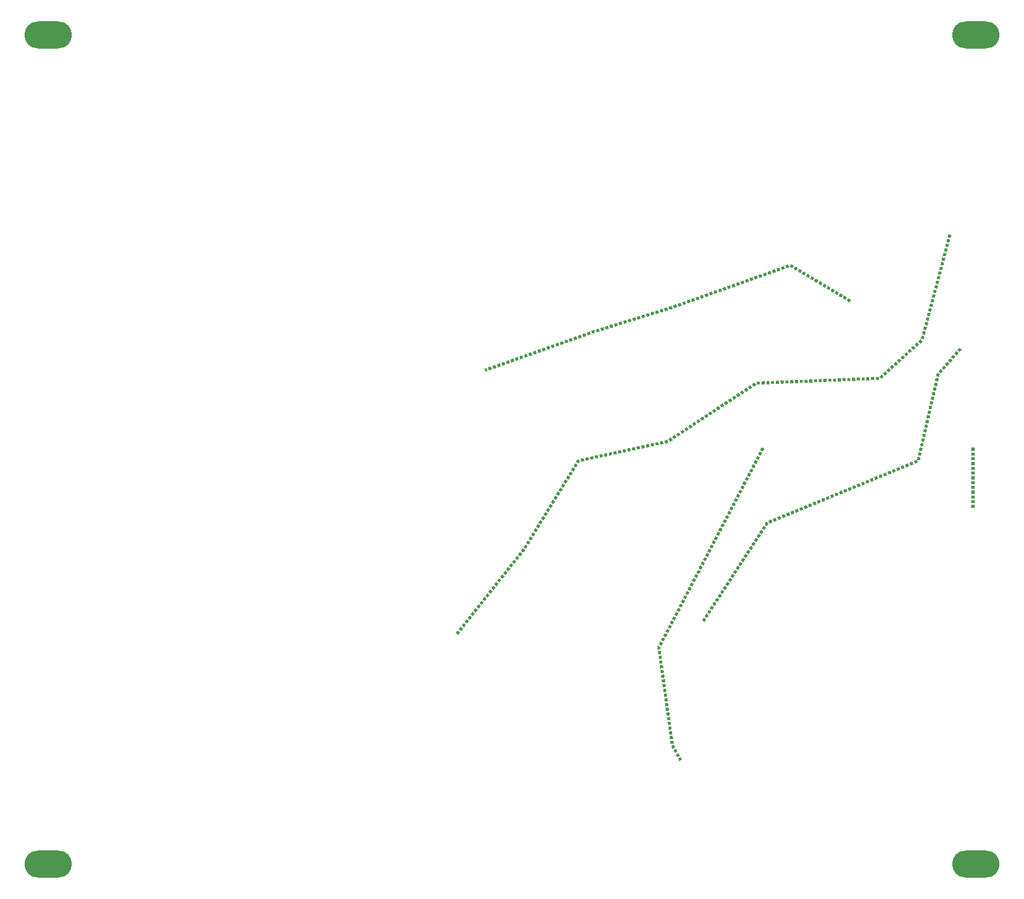
<source format=gtl>
%TF.GenerationSoftware,KiCad,Pcbnew,(6.0.6-0)*%
%TF.CreationDate,2023-05-14T00:03:39+01:00*%
%TF.ProjectId,ouroboros-frontpanel,6f75726f-626f-4726-9f73-2d66726f6e74,r01*%
%TF.SameCoordinates,Original*%
%TF.FileFunction,Copper,L1,Top*%
%TF.FilePolarity,Positive*%
%FSLAX46Y46*%
G04 Gerber Fmt 4.6, Leading zero omitted, Abs format (unit mm)*
G04 Created by KiCad (PCBNEW (6.0.6-0)) date 2023-05-14 00:03:39*
%MOMM*%
%LPD*%
G01*
G04 APERTURE LIST*
%TA.AperFunction,EtchedComponent*%
%ADD10C,0.010000*%
%TD*%
%TA.AperFunction,ComponentPad*%
%ADD11O,7.000000X4.000000*%
%TD*%
G04 APERTURE END LIST*
%TO.C,Ref\u002A\u002A*%
G36*
X301718743Y-106277185D02*
G01*
X301787188Y-106293921D01*
X301859469Y-106314662D01*
X301923564Y-106336032D01*
X301967451Y-106354652D01*
X301979715Y-106364255D01*
X301979981Y-106397158D01*
X301970409Y-106455232D01*
X301954180Y-106526355D01*
X301934478Y-106598403D01*
X301914484Y-106659251D01*
X301897380Y-106696776D01*
X301890797Y-106703028D01*
X301861925Y-106699695D01*
X301803825Y-106687280D01*
X301727983Y-106668290D01*
X301711833Y-106663960D01*
X301636320Y-106643280D01*
X301578933Y-106627164D01*
X301549891Y-106618492D01*
X301548303Y-106617858D01*
X301551002Y-106597732D01*
X301562382Y-106548478D01*
X301579363Y-106481630D01*
X301598860Y-106408728D01*
X301617791Y-106341306D01*
X301633074Y-106290903D01*
X301641451Y-106269236D01*
X301666157Y-106267831D01*
X301718743Y-106277185D01*
G37*
D10*
X301718743Y-106277185D02*
X301787188Y-106293921D01*
X301859469Y-106314662D01*
X301923564Y-106336032D01*
X301967451Y-106354652D01*
X301979715Y-106364255D01*
X301979981Y-106397158D01*
X301970409Y-106455232D01*
X301954180Y-106526355D01*
X301934478Y-106598403D01*
X301914484Y-106659251D01*
X301897380Y-106696776D01*
X301890797Y-106703028D01*
X301861925Y-106699695D01*
X301803825Y-106687280D01*
X301727983Y-106668290D01*
X301711833Y-106663960D01*
X301636320Y-106643280D01*
X301578933Y-106627164D01*
X301549891Y-106618492D01*
X301548303Y-106617858D01*
X301551002Y-106597732D01*
X301562382Y-106548478D01*
X301579363Y-106481630D01*
X301598860Y-106408728D01*
X301617791Y-106341306D01*
X301633074Y-106290903D01*
X301641451Y-106269236D01*
X301666157Y-106267831D01*
X301718743Y-106277185D01*
G36*
X307040542Y-133090675D02*
G01*
X307225750Y-133096791D01*
X307225750Y-133456625D01*
X307040542Y-133462740D01*
X306855333Y-133468856D01*
X306855333Y-133084560D01*
X307040542Y-133090675D01*
G37*
X307040542Y-133090675D02*
X307225750Y-133096791D01*
X307225750Y-133456625D01*
X307040542Y-133462740D01*
X306855333Y-133468856D01*
X306855333Y-133084560D01*
X307040542Y-133090675D01*
G36*
X288816506Y-108984027D02*
G01*
X288886442Y-109026913D01*
X288939546Y-109063693D01*
X288967146Y-109088203D01*
X288969178Y-109092560D01*
X288959191Y-109120468D01*
X288933038Y-109171131D01*
X288897069Y-109234050D01*
X288857628Y-109298725D01*
X288821064Y-109354657D01*
X288793722Y-109391349D01*
X288783346Y-109399960D01*
X288759287Y-109389307D01*
X288709290Y-109361819D01*
X288643356Y-109323035D01*
X288630896Y-109315483D01*
X288564425Y-109273419D01*
X288514112Y-109238575D01*
X288489302Y-109217489D01*
X288488275Y-109215688D01*
X288496060Y-109191314D01*
X288521242Y-109140420D01*
X288558992Y-109072516D01*
X288573664Y-109047527D01*
X288664155Y-108895429D01*
X288816506Y-108984027D01*
G37*
X288816506Y-108984027D02*
X288886442Y-109026913D01*
X288939546Y-109063693D01*
X288967146Y-109088203D01*
X288969178Y-109092560D01*
X288959191Y-109120468D01*
X288933038Y-109171131D01*
X288897069Y-109234050D01*
X288857628Y-109298725D01*
X288821064Y-109354657D01*
X288793722Y-109391349D01*
X288783346Y-109399960D01*
X288759287Y-109389307D01*
X288709290Y-109361819D01*
X288643356Y-109323035D01*
X288630896Y-109315483D01*
X288564425Y-109273419D01*
X288514112Y-109238575D01*
X288489302Y-109217489D01*
X288488275Y-109215688D01*
X288496060Y-109191314D01*
X288521242Y-109140420D01*
X288558992Y-109072516D01*
X288573664Y-109047527D01*
X288664155Y-108895429D01*
X288816506Y-108984027D01*
G36*
X295462131Y-134141175D02*
G01*
X295484393Y-134181583D01*
X295504469Y-134235287D01*
X295532404Y-134307349D01*
X295548390Y-134347709D01*
X295591521Y-134455627D01*
X295429052Y-134522505D01*
X295352935Y-134553238D01*
X295292601Y-134576478D01*
X295258062Y-134588407D01*
X295254073Y-134589212D01*
X295240859Y-134570955D01*
X295217059Y-134522705D01*
X295187279Y-134453983D01*
X295179990Y-134436089D01*
X295150753Y-134361285D01*
X295129033Y-134301567D01*
X295118754Y-134267829D01*
X295118417Y-134265100D01*
X295136354Y-134249295D01*
X295182610Y-134223723D01*
X295245850Y-134193443D01*
X295314742Y-134163513D01*
X295377952Y-134138992D01*
X295424145Y-134124939D01*
X295435941Y-134123375D01*
X295462131Y-134141175D01*
G37*
X295462131Y-134141175D02*
X295484393Y-134181583D01*
X295504469Y-134235287D01*
X295532404Y-134307349D01*
X295548390Y-134347709D01*
X295591521Y-134455627D01*
X295429052Y-134522505D01*
X295352935Y-134553238D01*
X295292601Y-134576478D01*
X295258062Y-134588407D01*
X295254073Y-134589212D01*
X295240859Y-134570955D01*
X295217059Y-134522705D01*
X295187279Y-134453983D01*
X295179990Y-134436089D01*
X295150753Y-134361285D01*
X295129033Y-134301567D01*
X295118754Y-134267829D01*
X295118417Y-134265100D01*
X295136354Y-134249295D01*
X295182610Y-134223723D01*
X295245850Y-134193443D01*
X295314742Y-134163513D01*
X295377952Y-134138992D01*
X295424145Y-134124939D01*
X295435941Y-134123375D01*
X295462131Y-134141175D01*
G36*
X265485525Y-150926428D02*
G01*
X265539131Y-150951656D01*
X265598082Y-150982296D01*
X265668488Y-151021490D01*
X265721501Y-151055184D01*
X265748150Y-151077536D01*
X265749667Y-151081025D01*
X265740586Y-151110825D01*
X265717143Y-151163593D01*
X265685034Y-151228464D01*
X265649957Y-151294575D01*
X265617608Y-151351062D01*
X265593685Y-151387064D01*
X265585359Y-151394333D01*
X265560306Y-151384828D01*
X265507951Y-151360570D01*
X265438541Y-151326353D01*
X265421583Y-151317751D01*
X265351058Y-151281494D01*
X265296870Y-151253070D01*
X265268597Y-151237518D01*
X265266739Y-151236268D01*
X265271949Y-151215861D01*
X265292413Y-151169558D01*
X265322545Y-151108312D01*
X265356763Y-151043075D01*
X265389480Y-150984802D01*
X265415112Y-150944445D01*
X265416453Y-150942632D01*
X265433304Y-150923907D01*
X265453289Y-150917842D01*
X265485525Y-150926428D01*
G37*
X265485525Y-150926428D02*
X265539131Y-150951656D01*
X265598082Y-150982296D01*
X265668488Y-151021490D01*
X265721501Y-151055184D01*
X265748150Y-151077536D01*
X265749667Y-151081025D01*
X265740586Y-151110825D01*
X265717143Y-151163593D01*
X265685034Y-151228464D01*
X265649957Y-151294575D01*
X265617608Y-151351062D01*
X265593685Y-151387064D01*
X265585359Y-151394333D01*
X265560306Y-151384828D01*
X265507951Y-151360570D01*
X265438541Y-151326353D01*
X265421583Y-151317751D01*
X265351058Y-151281494D01*
X265296870Y-151253070D01*
X265268597Y-151237518D01*
X265266739Y-151236268D01*
X265271949Y-151215861D01*
X265292413Y-151169558D01*
X265322545Y-151108312D01*
X265356763Y-151043075D01*
X265389480Y-150984802D01*
X265415112Y-150944445D01*
X265416453Y-150942632D01*
X265433304Y-150923907D01*
X265453289Y-150917842D01*
X265485525Y-150926428D01*
G36*
X303147293Y-100833265D02*
G01*
X303216031Y-100847807D01*
X303289879Y-100868054D01*
X303357260Y-100890498D01*
X303406599Y-100911632D01*
X303426320Y-100927948D01*
X303426333Y-100928270D01*
X303421331Y-100966116D01*
X303408506Y-101027805D01*
X303391126Y-101100385D01*
X303372460Y-101170904D01*
X303355777Y-101226410D01*
X303344347Y-101253952D01*
X303344043Y-101254291D01*
X303319086Y-101255101D01*
X303263969Y-101245606D01*
X303189058Y-101227737D01*
X303161750Y-101220329D01*
X303084607Y-101196590D01*
X303026546Y-101174533D01*
X302996935Y-101157882D01*
X302995016Y-101154078D01*
X303007489Y-101086539D01*
X303026387Y-101009835D01*
X303048329Y-100934975D01*
X303069931Y-100872962D01*
X303087812Y-100834804D01*
X303095238Y-100827937D01*
X303147293Y-100833265D01*
G37*
X303147293Y-100833265D02*
X303216031Y-100847807D01*
X303289879Y-100868054D01*
X303357260Y-100890498D01*
X303406599Y-100911632D01*
X303426320Y-100927948D01*
X303426333Y-100928270D01*
X303421331Y-100966116D01*
X303408506Y-101027805D01*
X303391126Y-101100385D01*
X303372460Y-101170904D01*
X303355777Y-101226410D01*
X303344347Y-101253952D01*
X303344043Y-101254291D01*
X303319086Y-101255101D01*
X303263969Y-101245606D01*
X303189058Y-101227737D01*
X303161750Y-101220329D01*
X303084607Y-101196590D01*
X303026546Y-101174533D01*
X302996935Y-101157882D01*
X302995016Y-101154078D01*
X303007489Y-101086539D01*
X303026387Y-101009835D01*
X303048329Y-100934975D01*
X303069931Y-100872962D01*
X303087812Y-100834804D01*
X303095238Y-100827937D01*
X303147293Y-100833265D01*
G36*
X272303901Y-148464434D02*
G01*
X272354434Y-148492868D01*
X272415898Y-148531866D01*
X272477780Y-148574344D01*
X272529569Y-148613218D01*
X272560751Y-148641404D01*
X272565333Y-148649421D01*
X272554056Y-148681173D01*
X272525002Y-148733206D01*
X272485338Y-148795076D01*
X272442233Y-148856337D01*
X272402854Y-148906544D01*
X272374368Y-148935252D01*
X272367055Y-148938376D01*
X272338417Y-148926667D01*
X272285770Y-148897454D01*
X272220197Y-148856911D01*
X272216311Y-148854394D01*
X272152805Y-148811076D01*
X272105169Y-148774668D01*
X272083123Y-148752636D01*
X272082800Y-148751858D01*
X272090530Y-148725932D01*
X272116352Y-148676830D01*
X272153420Y-148615183D01*
X272194888Y-148551624D01*
X272233911Y-148496786D01*
X272263641Y-148461302D01*
X272274810Y-148453648D01*
X272303901Y-148464434D01*
G37*
X272303901Y-148464434D02*
X272354434Y-148492868D01*
X272415898Y-148531866D01*
X272477780Y-148574344D01*
X272529569Y-148613218D01*
X272560751Y-148641404D01*
X272565333Y-148649421D01*
X272554056Y-148681173D01*
X272525002Y-148733206D01*
X272485338Y-148795076D01*
X272442233Y-148856337D01*
X272402854Y-148906544D01*
X272374368Y-148935252D01*
X272367055Y-148938376D01*
X272338417Y-148926667D01*
X272285770Y-148897454D01*
X272220197Y-148856911D01*
X272216311Y-148854394D01*
X272152805Y-148811076D01*
X272105169Y-148774668D01*
X272083123Y-148752636D01*
X272082800Y-148751858D01*
X272090530Y-148725932D01*
X272116352Y-148676830D01*
X272153420Y-148615183D01*
X272194888Y-148551624D01*
X272233911Y-148496786D01*
X272263641Y-148461302D01*
X272274810Y-148453648D01*
X272303901Y-148464434D01*
G36*
X235780588Y-151958184D02*
G01*
X235826413Y-151990235D01*
X235883843Y-152033798D01*
X235942649Y-152080809D01*
X235992600Y-152123204D01*
X236023467Y-152152920D01*
X236028383Y-152159945D01*
X236019664Y-152184319D01*
X235991327Y-152230886D01*
X235950833Y-152289297D01*
X235905640Y-152349203D01*
X235863208Y-152400257D01*
X235833839Y-152429839D01*
X235807145Y-152431543D01*
X235758655Y-152407137D01*
X235684720Y-152354704D01*
X235671394Y-152344446D01*
X235607218Y-152294503D01*
X235557180Y-152255266D01*
X235529671Y-152233325D01*
X235527044Y-152231079D01*
X235535574Y-152212643D01*
X235564485Y-152171449D01*
X235606383Y-152116689D01*
X235653875Y-152057552D01*
X235699567Y-152003232D01*
X235736066Y-151962917D01*
X235755980Y-151945800D01*
X235756598Y-151945708D01*
X235780588Y-151958184D01*
G37*
X235780588Y-151958184D02*
X235826413Y-151990235D01*
X235883843Y-152033798D01*
X235942649Y-152080809D01*
X235992600Y-152123204D01*
X236023467Y-152152920D01*
X236028383Y-152159945D01*
X236019664Y-152184319D01*
X235991327Y-152230886D01*
X235950833Y-152289297D01*
X235905640Y-152349203D01*
X235863208Y-152400257D01*
X235833839Y-152429839D01*
X235807145Y-152431543D01*
X235758655Y-152407137D01*
X235684720Y-152354704D01*
X235671394Y-152344446D01*
X235607218Y-152294503D01*
X235557180Y-152255266D01*
X235529671Y-152233325D01*
X235527044Y-152231079D01*
X235535574Y-152212643D01*
X235564485Y-152171449D01*
X235606383Y-152116689D01*
X235653875Y-152057552D01*
X235699567Y-152003232D01*
X235736066Y-151962917D01*
X235755980Y-151945800D01*
X235756598Y-151945708D01*
X235780588Y-151958184D01*
G36*
X240462287Y-117360987D02*
G01*
X240472139Y-117383851D01*
X240491934Y-117436481D01*
X240517840Y-117508615D01*
X240524723Y-117528210D01*
X240551528Y-117605416D01*
X240563597Y-117656944D01*
X240555832Y-117691224D01*
X240523139Y-117716684D01*
X240460419Y-117741753D01*
X240378951Y-117769301D01*
X240228319Y-117820232D01*
X240170612Y-117654460D01*
X240145309Y-117576065D01*
X240128581Y-117512825D01*
X240123100Y-117475319D01*
X240124145Y-117470501D01*
X240147597Y-117456555D01*
X240198699Y-117435849D01*
X240265834Y-117412145D01*
X240337386Y-117389205D01*
X240401737Y-117370791D01*
X240447271Y-117360666D01*
X240462287Y-117360987D01*
G37*
X240462287Y-117360987D02*
X240472139Y-117383851D01*
X240491934Y-117436481D01*
X240517840Y-117508615D01*
X240524723Y-117528210D01*
X240551528Y-117605416D01*
X240563597Y-117656944D01*
X240555832Y-117691224D01*
X240523139Y-117716684D01*
X240460419Y-117741753D01*
X240378951Y-117769301D01*
X240228319Y-117820232D01*
X240170612Y-117654460D01*
X240145309Y-117576065D01*
X240128581Y-117512825D01*
X240123100Y-117475319D01*
X240124145Y-117470501D01*
X240147597Y-117456555D01*
X240198699Y-117435849D01*
X240265834Y-117412145D01*
X240337386Y-117389205D01*
X240401737Y-117370791D01*
X240447271Y-117360666D01*
X240462287Y-117360987D01*
G36*
X273597324Y-122159506D02*
G01*
X273632833Y-122203362D01*
X273678002Y-122266307D01*
X273694556Y-122290821D01*
X273792823Y-122438601D01*
X273650262Y-122534238D01*
X273581296Y-122578786D01*
X273524758Y-122612152D01*
X273490485Y-122628624D01*
X273486309Y-122629434D01*
X273465295Y-122612698D01*
X273428998Y-122568777D01*
X273384511Y-122506421D01*
X273374958Y-122492056D01*
X273332267Y-122425045D01*
X273300668Y-122371582D01*
X273285877Y-122341439D01*
X273285440Y-122339038D01*
X273302079Y-122320851D01*
X273344583Y-122287847D01*
X273402530Y-122247008D01*
X273465495Y-122205318D01*
X273523056Y-122169758D01*
X273564788Y-122147311D01*
X273578022Y-122143041D01*
X273597324Y-122159506D01*
G37*
X273597324Y-122159506D02*
X273632833Y-122203362D01*
X273678002Y-122266307D01*
X273694556Y-122290821D01*
X273792823Y-122438601D01*
X273650262Y-122534238D01*
X273581296Y-122578786D01*
X273524758Y-122612152D01*
X273490485Y-122628624D01*
X273486309Y-122629434D01*
X273465295Y-122612698D01*
X273428998Y-122568777D01*
X273384511Y-122506421D01*
X273374958Y-122492056D01*
X273332267Y-122425045D01*
X273300668Y-122371582D01*
X273285877Y-122341439D01*
X273285440Y-122339038D01*
X273302079Y-122320851D01*
X273344583Y-122287847D01*
X273402530Y-122247008D01*
X273465495Y-122205318D01*
X273523056Y-122169758D01*
X273564788Y-122147311D01*
X273578022Y-122143041D01*
X273597324Y-122159506D01*
G36*
X242445398Y-116668754D02*
G01*
X242468330Y-116715435D01*
X242496196Y-116779722D01*
X242524521Y-116850438D01*
X242548833Y-116916403D01*
X242564655Y-116966438D01*
X242567514Y-116989362D01*
X242567399Y-116989476D01*
X242544222Y-116999830D01*
X242492873Y-117019199D01*
X242425400Y-117043383D01*
X242353848Y-117068180D01*
X242290263Y-117089389D01*
X242246693Y-117102808D01*
X242235074Y-117105375D01*
X242220281Y-117086946D01*
X242196496Y-117038128D01*
X242168330Y-116968618D01*
X242162150Y-116951916D01*
X242135455Y-116875807D01*
X242115736Y-116814313D01*
X242106629Y-116778899D01*
X242106398Y-116776166D01*
X242124718Y-116761549D01*
X242171959Y-116738624D01*
X242236663Y-116711802D01*
X242307374Y-116685493D01*
X242372633Y-116664109D01*
X242420985Y-116652059D01*
X242431874Y-116650861D01*
X242445398Y-116668754D01*
G37*
X242445398Y-116668754D02*
X242468330Y-116715435D01*
X242496196Y-116779722D01*
X242524521Y-116850438D01*
X242548833Y-116916403D01*
X242564655Y-116966438D01*
X242567514Y-116989362D01*
X242567399Y-116989476D01*
X242544222Y-116999830D01*
X242492873Y-117019199D01*
X242425400Y-117043383D01*
X242353848Y-117068180D01*
X242290263Y-117089389D01*
X242246693Y-117102808D01*
X242235074Y-117105375D01*
X242220281Y-117086946D01*
X242196496Y-117038128D01*
X242168330Y-116968618D01*
X242162150Y-116951916D01*
X242135455Y-116875807D01*
X242115736Y-116814313D01*
X242106629Y-116778899D01*
X242106398Y-116776166D01*
X242124718Y-116761549D01*
X242171959Y-116738624D01*
X242236663Y-116711802D01*
X242307374Y-116685493D01*
X242372633Y-116664109D01*
X242420985Y-116652059D01*
X242431874Y-116650861D01*
X242445398Y-116668754D01*
G36*
X238466213Y-118072127D02*
G01*
X238480745Y-118099368D01*
X238504313Y-118155482D01*
X238532270Y-118229280D01*
X238537451Y-118243696D01*
X238592365Y-118397767D01*
X238534391Y-118420554D01*
X238487983Y-118438060D01*
X238424572Y-118461104D01*
X238356313Y-118485389D01*
X238295361Y-118506618D01*
X238253871Y-118520496D01*
X238243014Y-118523541D01*
X238234364Y-118505146D01*
X238215446Y-118456331D01*
X238189929Y-118386650D01*
X238182828Y-118366752D01*
X238156467Y-118290051D01*
X238136852Y-118228316D01*
X238127498Y-118192739D01*
X238127167Y-118189580D01*
X238145728Y-118172498D01*
X238193664Y-118148892D01*
X238259351Y-118122790D01*
X238331165Y-118098217D01*
X238397483Y-118079201D01*
X238446682Y-118069768D01*
X238466213Y-118072127D01*
G37*
X238466213Y-118072127D02*
X238480745Y-118099368D01*
X238504313Y-118155482D01*
X238532270Y-118229280D01*
X238537451Y-118243696D01*
X238592365Y-118397767D01*
X238534391Y-118420554D01*
X238487983Y-118438060D01*
X238424572Y-118461104D01*
X238356313Y-118485389D01*
X238295361Y-118506618D01*
X238253871Y-118520496D01*
X238243014Y-118523541D01*
X238234364Y-118505146D01*
X238215446Y-118456331D01*
X238189929Y-118386650D01*
X238182828Y-118366752D01*
X238156467Y-118290051D01*
X238136852Y-118228316D01*
X238127498Y-118192739D01*
X238127167Y-118189580D01*
X238145728Y-118172498D01*
X238193664Y-118148892D01*
X238259351Y-118122790D01*
X238331165Y-118098217D01*
X238397483Y-118079201D01*
X238446682Y-118069768D01*
X238466213Y-118072127D01*
G36*
X274436246Y-105805481D02*
G01*
X274448312Y-105831752D01*
X274468205Y-105884515D01*
X274492111Y-105952456D01*
X274516221Y-106024260D01*
X274536723Y-106088613D01*
X274549805Y-106134201D01*
X274552225Y-106149764D01*
X274529727Y-106159114D01*
X274477575Y-106177591D01*
X274406437Y-106201436D01*
X274396250Y-106204767D01*
X274321020Y-106229399D01*
X274260965Y-106249259D01*
X274228025Y-106260397D01*
X274226670Y-106260884D01*
X274210350Y-106246074D01*
X274185573Y-106199820D01*
X274156841Y-106130976D01*
X274147088Y-106104328D01*
X274120243Y-106026797D01*
X274100010Y-105965166D01*
X274089753Y-105929804D01*
X274089126Y-105925821D01*
X274107569Y-105913843D01*
X274155182Y-105893591D01*
X274220680Y-105868975D01*
X274292780Y-105843910D01*
X274360197Y-105822306D01*
X274411645Y-105808076D01*
X274435840Y-105805132D01*
X274436246Y-105805481D01*
G37*
X274436246Y-105805481D02*
X274448312Y-105831752D01*
X274468205Y-105884515D01*
X274492111Y-105952456D01*
X274516221Y-106024260D01*
X274536723Y-106088613D01*
X274549805Y-106134201D01*
X274552225Y-106149764D01*
X274529727Y-106159114D01*
X274477575Y-106177591D01*
X274406437Y-106201436D01*
X274396250Y-106204767D01*
X274321020Y-106229399D01*
X274260965Y-106249259D01*
X274228025Y-106260397D01*
X274226670Y-106260884D01*
X274210350Y-106246074D01*
X274185573Y-106199820D01*
X274156841Y-106130976D01*
X274147088Y-106104328D01*
X274120243Y-106026797D01*
X274100010Y-105965166D01*
X274089753Y-105929804D01*
X274089126Y-105925821D01*
X274107569Y-105913843D01*
X274155182Y-105893591D01*
X274220680Y-105868975D01*
X274292780Y-105843910D01*
X274360197Y-105822306D01*
X274411645Y-105808076D01*
X274435840Y-105805132D01*
X274436246Y-105805481D01*
G36*
X300696280Y-124800498D02*
G01*
X300765335Y-124813279D01*
X300839080Y-124829325D01*
X300905764Y-124846088D01*
X300953639Y-124861019D01*
X300971000Y-124871228D01*
X300966844Y-124896165D01*
X300955815Y-124951673D01*
X300940077Y-125026966D01*
X300935645Y-125047683D01*
X300918059Y-125127132D01*
X300900610Y-125177596D01*
X300874797Y-125203260D01*
X300832120Y-125208314D01*
X300764081Y-125196943D01*
X300674667Y-125176252D01*
X300604679Y-125159545D01*
X300553866Y-125146815D01*
X300533329Y-125140852D01*
X300535121Y-125119554D01*
X300545311Y-125069240D01*
X300560974Y-125001685D01*
X300579187Y-124928664D01*
X300597025Y-124861953D01*
X300611566Y-124813326D01*
X300619228Y-124794924D01*
X300643661Y-124793530D01*
X300696280Y-124800498D01*
G37*
X300696280Y-124800498D02*
X300765335Y-124813279D01*
X300839080Y-124829325D01*
X300905764Y-124846088D01*
X300953639Y-124861019D01*
X300971000Y-124871228D01*
X300966844Y-124896165D01*
X300955815Y-124951673D01*
X300940077Y-125026966D01*
X300935645Y-125047683D01*
X300918059Y-125127132D01*
X300900610Y-125177596D01*
X300874797Y-125203260D01*
X300832120Y-125208314D01*
X300764081Y-125196943D01*
X300674667Y-125176252D01*
X300604679Y-125159545D01*
X300553866Y-125146815D01*
X300533329Y-125140852D01*
X300535121Y-125119554D01*
X300545311Y-125069240D01*
X300560974Y-125001685D01*
X300579187Y-124928664D01*
X300597025Y-124861953D01*
X300611566Y-124813326D01*
X300619228Y-124794924D01*
X300643661Y-124793530D01*
X300696280Y-124800498D01*
G36*
X301106719Y-122722926D02*
G01*
X301155836Y-122733298D01*
X301204734Y-122744978D01*
X301281159Y-122763738D01*
X301349786Y-122780194D01*
X301378458Y-122786852D01*
X301410563Y-122796911D01*
X301428624Y-122814607D01*
X301433522Y-122847959D01*
X301426140Y-122904989D01*
X301407360Y-122993716D01*
X301403220Y-123011988D01*
X301386523Y-123083683D01*
X301369960Y-123128183D01*
X301344708Y-123149512D01*
X301301945Y-123151695D01*
X301232849Y-123138756D01*
X301161500Y-123122257D01*
X301090501Y-123105002D01*
X301037800Y-123090644D01*
X301015150Y-123082452D01*
X301016435Y-123061087D01*
X301024577Y-123010090D01*
X301037261Y-122941158D01*
X301052176Y-122865985D01*
X301067008Y-122796269D01*
X301079443Y-122743705D01*
X301086695Y-122720696D01*
X301106719Y-122722926D01*
G37*
X301106719Y-122722926D02*
X301155836Y-122733298D01*
X301204734Y-122744978D01*
X301281159Y-122763738D01*
X301349786Y-122780194D01*
X301378458Y-122786852D01*
X301410563Y-122796911D01*
X301428624Y-122814607D01*
X301433522Y-122847959D01*
X301426140Y-122904989D01*
X301407360Y-122993716D01*
X301403220Y-123011988D01*
X301386523Y-123083683D01*
X301369960Y-123128183D01*
X301344708Y-123149512D01*
X301301945Y-123151695D01*
X301232849Y-123138756D01*
X301161500Y-123122257D01*
X301090501Y-123105002D01*
X301037800Y-123090644D01*
X301015150Y-123082452D01*
X301016435Y-123061087D01*
X301024577Y-123010090D01*
X301037261Y-122941158D01*
X301052176Y-122865985D01*
X301067008Y-122796269D01*
X301079443Y-122743705D01*
X301086695Y-122720696D01*
X301106719Y-122722926D01*
G36*
X251758049Y-113406331D02*
G01*
X251775702Y-113456687D01*
X251797761Y-113523743D01*
X251820632Y-113596125D01*
X251840720Y-113662460D01*
X251854432Y-113711374D01*
X251858186Y-113731483D01*
X251837365Y-113739044D01*
X251785586Y-113755791D01*
X251712409Y-113778660D01*
X251679375Y-113788808D01*
X251505001Y-113842125D01*
X251452151Y-113670033D01*
X251429880Y-113590604D01*
X251416127Y-113527386D01*
X251412930Y-113490474D01*
X251414859Y-113485483D01*
X251442405Y-113472691D01*
X251496239Y-113453474D01*
X251564568Y-113431419D01*
X251635598Y-113410112D01*
X251697536Y-113393141D01*
X251738588Y-113384091D01*
X251748395Y-113384048D01*
X251758049Y-113406331D01*
G37*
X251758049Y-113406331D02*
X251775702Y-113456687D01*
X251797761Y-113523743D01*
X251820632Y-113596125D01*
X251840720Y-113662460D01*
X251854432Y-113711374D01*
X251858186Y-113731483D01*
X251837365Y-113739044D01*
X251785586Y-113755791D01*
X251712409Y-113778660D01*
X251679375Y-113788808D01*
X251505001Y-113842125D01*
X251452151Y-113670033D01*
X251429880Y-113590604D01*
X251416127Y-113527386D01*
X251412930Y-113490474D01*
X251414859Y-113485483D01*
X251442405Y-113472691D01*
X251496239Y-113453474D01*
X251564568Y-113431419D01*
X251635598Y-113410112D01*
X251697536Y-113393141D01*
X251738588Y-113384091D01*
X251748395Y-113384048D01*
X251758049Y-113406331D01*
G36*
X262161493Y-170082695D02*
G01*
X262171556Y-170119510D01*
X262180272Y-170188549D01*
X262182047Y-170205618D01*
X262191177Y-170286243D01*
X262200486Y-170355167D01*
X262207486Y-170395107D01*
X262209431Y-170420785D01*
X262194110Y-170436462D01*
X262152604Y-170446830D01*
X262094756Y-170454434D01*
X262014111Y-170464430D01*
X261940397Y-170474584D01*
X261906585Y-170479856D01*
X261841754Y-170490933D01*
X261818515Y-170314911D01*
X261808794Y-170232849D01*
X261803161Y-170167709D01*
X261802462Y-170130166D01*
X261803497Y-170125586D01*
X261827232Y-170116523D01*
X261880938Y-170106109D01*
X261944485Y-170097616D01*
X262022415Y-170088080D01*
X262088746Y-170078351D01*
X262122234Y-170072030D01*
X262146310Y-170069678D01*
X262161493Y-170082695D01*
G37*
X262161493Y-170082695D02*
X262171556Y-170119510D01*
X262180272Y-170188549D01*
X262182047Y-170205618D01*
X262191177Y-170286243D01*
X262200486Y-170355167D01*
X262207486Y-170395107D01*
X262209431Y-170420785D01*
X262194110Y-170436462D01*
X262152604Y-170446830D01*
X262094756Y-170454434D01*
X262014111Y-170464430D01*
X261940397Y-170474584D01*
X261906585Y-170479856D01*
X261841754Y-170490933D01*
X261818515Y-170314911D01*
X261808794Y-170232849D01*
X261803161Y-170167709D01*
X261802462Y-170130166D01*
X261803497Y-170125586D01*
X261827232Y-170116523D01*
X261880938Y-170106109D01*
X261944485Y-170097616D01*
X262022415Y-170088080D01*
X262088746Y-170078351D01*
X262122234Y-170072030D01*
X262146310Y-170069678D01*
X262161493Y-170082695D01*
G36*
X271776792Y-106753641D02*
G01*
X271790268Y-106765881D01*
X271793493Y-106772788D01*
X271811429Y-106819904D01*
X271834401Y-106884414D01*
X271858655Y-106955159D01*
X271880439Y-107020978D01*
X271895999Y-107070711D01*
X271901580Y-107093201D01*
X271901374Y-107093541D01*
X271880522Y-107100286D01*
X271829350Y-107118298D01*
X271757276Y-107144242D01*
X271724202Y-107156277D01*
X271552301Y-107219013D01*
X271495715Y-107049101D01*
X271471477Y-106970272D01*
X271455887Y-106907337D01*
X271451316Y-106870445D01*
X271452837Y-106865482D01*
X271478045Y-106852171D01*
X271532483Y-106829256D01*
X271605450Y-106801186D01*
X271622873Y-106794780D01*
X271701852Y-106766962D01*
X271750239Y-106753625D01*
X271776792Y-106753641D01*
G37*
X271776792Y-106753641D02*
X271790268Y-106765881D01*
X271793493Y-106772788D01*
X271811429Y-106819904D01*
X271834401Y-106884414D01*
X271858655Y-106955159D01*
X271880439Y-107020978D01*
X271895999Y-107070711D01*
X271901580Y-107093201D01*
X271901374Y-107093541D01*
X271880522Y-107100286D01*
X271829350Y-107118298D01*
X271757276Y-107144242D01*
X271724202Y-107156277D01*
X271552301Y-107219013D01*
X271495715Y-107049101D01*
X271471477Y-106970272D01*
X271455887Y-106907337D01*
X271451316Y-106870445D01*
X271452837Y-106865482D01*
X271478045Y-106852171D01*
X271532483Y-106829256D01*
X271605450Y-106801186D01*
X271622873Y-106794780D01*
X271701852Y-106766962D01*
X271750239Y-106753625D01*
X271776792Y-106753641D01*
G36*
X261377346Y-164507320D02*
G01*
X261388346Y-164510628D01*
X261398952Y-164539393D01*
X261411299Y-164598536D01*
X261423014Y-164676305D01*
X261424960Y-164692111D01*
X261434159Y-164769319D01*
X261435361Y-164820305D01*
X261421893Y-164851457D01*
X261387086Y-164869164D01*
X261324266Y-164879814D01*
X261226763Y-164889794D01*
X261217528Y-164890728D01*
X261077474Y-164904976D01*
X261052026Y-164730941D01*
X261041264Y-164650272D01*
X261034814Y-164587346D01*
X261033660Y-164552472D01*
X261034630Y-164548856D01*
X261062434Y-164538753D01*
X261118712Y-164528113D01*
X261190902Y-164518292D01*
X261266445Y-164510648D01*
X261332779Y-164506538D01*
X261377346Y-164507320D01*
G37*
X261377346Y-164507320D02*
X261388346Y-164510628D01*
X261398952Y-164539393D01*
X261411299Y-164598536D01*
X261423014Y-164676305D01*
X261424960Y-164692111D01*
X261434159Y-164769319D01*
X261435361Y-164820305D01*
X261421893Y-164851457D01*
X261387086Y-164869164D01*
X261324266Y-164879814D01*
X261226763Y-164889794D01*
X261217528Y-164890728D01*
X261077474Y-164904976D01*
X261052026Y-164730941D01*
X261041264Y-164650272D01*
X261034814Y-164587346D01*
X261033660Y-164552472D01*
X261034630Y-164548856D01*
X261062434Y-164538753D01*
X261118712Y-164528113D01*
X261190902Y-164518292D01*
X261266445Y-164510648D01*
X261332779Y-164506538D01*
X261377346Y-164507320D01*
G36*
X263179408Y-175521973D02*
G01*
X263209811Y-175567275D01*
X263245542Y-175629182D01*
X263280744Y-175696621D01*
X263309560Y-175758519D01*
X263326134Y-175803801D01*
X263327139Y-175819999D01*
X263304753Y-175837986D01*
X263256690Y-175869010D01*
X263194463Y-175906388D01*
X263129586Y-175943435D01*
X263073573Y-175973466D01*
X263037936Y-175989797D01*
X263032536Y-175991041D01*
X263017303Y-175974074D01*
X262986939Y-175928962D01*
X262947189Y-175864388D01*
X262934347Y-175842612D01*
X262895477Y-175771517D01*
X262868793Y-175713761D01*
X262858712Y-175679237D01*
X262859518Y-175674995D01*
X262883075Y-175655695D01*
X262932521Y-175623948D01*
X262996167Y-175586388D01*
X263062326Y-175549650D01*
X263119307Y-175520368D01*
X263155423Y-175505175D01*
X263160189Y-175504349D01*
X263179408Y-175521973D01*
G37*
X263179408Y-175521973D02*
X263209811Y-175567275D01*
X263245542Y-175629182D01*
X263280744Y-175696621D01*
X263309560Y-175758519D01*
X263326134Y-175803801D01*
X263327139Y-175819999D01*
X263304753Y-175837986D01*
X263256690Y-175869010D01*
X263194463Y-175906388D01*
X263129586Y-175943435D01*
X263073573Y-175973466D01*
X263037936Y-175989797D01*
X263032536Y-175991041D01*
X263017303Y-175974074D01*
X262986939Y-175928962D01*
X262947189Y-175864388D01*
X262934347Y-175842612D01*
X262895477Y-175771517D01*
X262868793Y-175713761D01*
X262858712Y-175679237D01*
X262859518Y-175674995D01*
X262883075Y-175655695D01*
X262932521Y-175623948D01*
X262996167Y-175586388D01*
X263062326Y-175549650D01*
X263119307Y-175520368D01*
X263155423Y-175505175D01*
X263160189Y-175504349D01*
X263179408Y-175521973D01*
G36*
X268069905Y-154941064D02*
G01*
X268114909Y-154969178D01*
X268174056Y-155007863D01*
X268237401Y-155050437D01*
X268294998Y-155090213D01*
X268336902Y-155120508D01*
X268353166Y-155134637D01*
X268353167Y-155134650D01*
X268342054Y-155157308D01*
X268313273Y-155203245D01*
X268273656Y-155262598D01*
X268230037Y-155325504D01*
X268189250Y-155382103D01*
X268158128Y-155422532D01*
X268143686Y-155436975D01*
X268121406Y-155425175D01*
X268073757Y-155394984D01*
X268010019Y-155352333D01*
X267993333Y-155340884D01*
X267929513Y-155293317D01*
X267883281Y-155251985D01*
X267862674Y-155224284D01*
X267862454Y-155220408D01*
X267876166Y-155191938D01*
X267905387Y-155141916D01*
X267943402Y-155080790D01*
X267983495Y-155019006D01*
X268018950Y-154967014D01*
X268043051Y-154935261D01*
X268048990Y-154930208D01*
X268069905Y-154941064D01*
G37*
X268069905Y-154941064D02*
X268114909Y-154969178D01*
X268174056Y-155007863D01*
X268237401Y-155050437D01*
X268294998Y-155090213D01*
X268336902Y-155120508D01*
X268353166Y-155134637D01*
X268353167Y-155134650D01*
X268342054Y-155157308D01*
X268313273Y-155203245D01*
X268273656Y-155262598D01*
X268230037Y-155325504D01*
X268189250Y-155382103D01*
X268158128Y-155422532D01*
X268143686Y-155436975D01*
X268121406Y-155425175D01*
X268073757Y-155394984D01*
X268010019Y-155352333D01*
X267993333Y-155340884D01*
X267929513Y-155293317D01*
X267883281Y-155251985D01*
X267862674Y-155224284D01*
X267862454Y-155220408D01*
X267876166Y-155191938D01*
X267905387Y-155141916D01*
X267943402Y-155080790D01*
X267983495Y-155019006D01*
X268018950Y-154967014D01*
X268043051Y-154935261D01*
X268048990Y-154930208D01*
X268069905Y-154941064D01*
G36*
X302379984Y-103543049D02*
G01*
X302430079Y-103553429D01*
X302497297Y-103569777D01*
X302569923Y-103589009D01*
X302636238Y-103608043D01*
X302684527Y-103623797D01*
X302702500Y-103632152D01*
X302706116Y-103660495D01*
X302697473Y-103715642D01*
X302680159Y-103785595D01*
X302657760Y-103858357D01*
X302633863Y-103921928D01*
X302612057Y-103964311D01*
X302600015Y-103974940D01*
X302565008Y-103971582D01*
X302502664Y-103959188D01*
X302426333Y-103940422D01*
X302424610Y-103939961D01*
X302352344Y-103919892D01*
X302298262Y-103903560D01*
X302273379Y-103894304D01*
X302273021Y-103894013D01*
X302275314Y-103872775D01*
X302285691Y-103822328D01*
X302301307Y-103754363D01*
X302319319Y-103680568D01*
X302336883Y-103612635D01*
X302351155Y-103562251D01*
X302358730Y-103541718D01*
X302379984Y-103543049D01*
G37*
X302379984Y-103543049D02*
X302430079Y-103553429D01*
X302497297Y-103569777D01*
X302569923Y-103589009D01*
X302636238Y-103608043D01*
X302684527Y-103623797D01*
X302702500Y-103632152D01*
X302706116Y-103660495D01*
X302697473Y-103715642D01*
X302680159Y-103785595D01*
X302657760Y-103858357D01*
X302633863Y-103921928D01*
X302612057Y-103964311D01*
X302600015Y-103974940D01*
X302565008Y-103971582D01*
X302502664Y-103959188D01*
X302426333Y-103940422D01*
X302424610Y-103939961D01*
X302352344Y-103919892D01*
X302298262Y-103903560D01*
X302273379Y-103894304D01*
X302273021Y-103894013D01*
X302275314Y-103872775D01*
X302285691Y-103822328D01*
X302301307Y-103754363D01*
X302319319Y-103680568D01*
X302336883Y-103612635D01*
X302351155Y-103562251D01*
X302358730Y-103541718D01*
X302379984Y-103543049D01*
G36*
X271923818Y-149056898D02*
G01*
X271974665Y-149085278D01*
X272036285Y-149123982D01*
X272098117Y-149165975D01*
X272149603Y-149204224D01*
X272180181Y-149231694D01*
X272184333Y-149239066D01*
X272173072Y-149268235D01*
X272144029Y-149318574D01*
X272104318Y-149379771D01*
X272061051Y-149441513D01*
X272021341Y-149493487D01*
X271992300Y-149525381D01*
X271983250Y-149530622D01*
X271956218Y-149519033D01*
X271904970Y-149489667D01*
X271840204Y-149448684D01*
X271835083Y-149445303D01*
X271771579Y-149401157D01*
X271723721Y-149363971D01*
X271701190Y-149341308D01*
X271700783Y-149340381D01*
X271707973Y-149312731D01*
X271733871Y-149262613D01*
X271771448Y-149200728D01*
X271813671Y-149137776D01*
X271853509Y-149084459D01*
X271883931Y-149051475D01*
X271894302Y-149045875D01*
X271923818Y-149056898D01*
G37*
X271923818Y-149056898D02*
X271974665Y-149085278D01*
X272036285Y-149123982D01*
X272098117Y-149165975D01*
X272149603Y-149204224D01*
X272180181Y-149231694D01*
X272184333Y-149239066D01*
X272173072Y-149268235D01*
X272144029Y-149318574D01*
X272104318Y-149379771D01*
X272061051Y-149441513D01*
X272021341Y-149493487D01*
X271992300Y-149525381D01*
X271983250Y-149530622D01*
X271956218Y-149519033D01*
X271904970Y-149489667D01*
X271840204Y-149448684D01*
X271835083Y-149445303D01*
X271771579Y-149401157D01*
X271723721Y-149363971D01*
X271701190Y-149341308D01*
X271700783Y-149340381D01*
X271707973Y-149312731D01*
X271733871Y-149262613D01*
X271771448Y-149200728D01*
X271813671Y-149137776D01*
X271853509Y-149084459D01*
X271883931Y-149051475D01*
X271894302Y-149045875D01*
X271923818Y-149056898D01*
G36*
X281159000Y-121338708D02*
G01*
X280804705Y-121338708D01*
X280791586Y-121259333D01*
X280783117Y-121185572D01*
X280778501Y-121101746D01*
X280778233Y-121082364D01*
X280778000Y-120984771D01*
X280889125Y-120971423D01*
X280971585Y-120963393D01*
X281051492Y-120958533D01*
X281079625Y-120957892D01*
X281159000Y-120957708D01*
X281159000Y-121338708D01*
G37*
X281159000Y-121338708D02*
X280804705Y-121338708D01*
X280791586Y-121259333D01*
X280783117Y-121185572D01*
X280778501Y-121101746D01*
X280778233Y-121082364D01*
X280778000Y-120984771D01*
X280889125Y-120971423D01*
X280971585Y-120963393D01*
X281051492Y-120958533D01*
X281079625Y-120957892D01*
X281159000Y-120957708D01*
X281159000Y-121338708D01*
G36*
X307236333Y-134864208D02*
G01*
X306855333Y-134864208D01*
X306855333Y-134504375D01*
X307236333Y-134504375D01*
X307236333Y-134864208D01*
G37*
X307236333Y-134864208D02*
X306855333Y-134864208D01*
X306855333Y-134504375D01*
X307236333Y-134504375D01*
X307236333Y-134864208D01*
G36*
X260906588Y-161016162D02*
G01*
X260918889Y-161042920D01*
X260929599Y-161096651D01*
X260941074Y-161174769D01*
X260951249Y-161256669D01*
X260956762Y-161322126D01*
X260956777Y-161360170D01*
X260955522Y-161364703D01*
X260930840Y-161375065D01*
X260875932Y-161386434D01*
X260803856Y-161396207D01*
X260727811Y-161405365D01*
X260667189Y-161414511D01*
X260636369Y-161421314D01*
X260605970Y-161419749D01*
X260600133Y-161413943D01*
X260592737Y-161385263D01*
X260583568Y-161327403D01*
X260575302Y-161259041D01*
X260566320Y-161182280D01*
X260557379Y-161119345D01*
X260551187Y-161087211D01*
X260553337Y-161067291D01*
X260578467Y-161053560D01*
X260634369Y-161042904D01*
X260674419Y-161037967D01*
X260754537Y-161028174D01*
X260825133Y-161018267D01*
X260861888Y-161012074D01*
X260888865Y-161008505D01*
X260906588Y-161016162D01*
G37*
X260906588Y-161016162D02*
X260918889Y-161042920D01*
X260929599Y-161096651D01*
X260941074Y-161174769D01*
X260951249Y-161256669D01*
X260956762Y-161322126D01*
X260956777Y-161360170D01*
X260955522Y-161364703D01*
X260930840Y-161375065D01*
X260875932Y-161386434D01*
X260803856Y-161396207D01*
X260727811Y-161405365D01*
X260667189Y-161414511D01*
X260636369Y-161421314D01*
X260605970Y-161419749D01*
X260600133Y-161413943D01*
X260592737Y-161385263D01*
X260583568Y-161327403D01*
X260575302Y-161259041D01*
X260566320Y-161182280D01*
X260557379Y-161119345D01*
X260551187Y-161087211D01*
X260553337Y-161067291D01*
X260578467Y-161053560D01*
X260634369Y-161042904D01*
X260674419Y-161037967D01*
X260754537Y-161028174D01*
X260825133Y-161018267D01*
X260861888Y-161012074D01*
X260888865Y-161008505D01*
X260906588Y-161016162D01*
G36*
X267131242Y-108411671D02*
G01*
X267150696Y-108435666D01*
X267174944Y-108487531D01*
X267200095Y-108555233D01*
X267222257Y-108626737D01*
X267237539Y-108690009D01*
X267242049Y-108733013D01*
X267238579Y-108743623D01*
X267211161Y-108758005D01*
X267155067Y-108781617D01*
X267081595Y-108809746D01*
X267069123Y-108814299D01*
X266991753Y-108841430D01*
X266944810Y-108854185D01*
X266919295Y-108853595D01*
X266906205Y-108840694D01*
X266902856Y-108833372D01*
X266888754Y-108795849D01*
X266865908Y-108732128D01*
X266839504Y-108656696D01*
X266790793Y-108515934D01*
X266947719Y-108458700D01*
X267025186Y-108432833D01*
X267088924Y-108415909D01*
X267127363Y-108410895D01*
X267131242Y-108411671D01*
G37*
X267131242Y-108411671D02*
X267150696Y-108435666D01*
X267174944Y-108487531D01*
X267200095Y-108555233D01*
X267222257Y-108626737D01*
X267237539Y-108690009D01*
X267242049Y-108733013D01*
X267238579Y-108743623D01*
X267211161Y-108758005D01*
X267155067Y-108781617D01*
X267081595Y-108809746D01*
X267069123Y-108814299D01*
X266991753Y-108841430D01*
X266944810Y-108854185D01*
X266919295Y-108853595D01*
X266906205Y-108840694D01*
X266902856Y-108833372D01*
X266888754Y-108795849D01*
X266865908Y-108732128D01*
X266839504Y-108656696D01*
X266790793Y-108515934D01*
X266947719Y-108458700D01*
X267025186Y-108432833D01*
X267088924Y-108415909D01*
X267127363Y-108410895D01*
X267131242Y-108411671D01*
G36*
X260584519Y-160275632D02*
G01*
X260647336Y-160303886D01*
X260716099Y-160341424D01*
X260781430Y-160382145D01*
X260833951Y-160419947D01*
X260864283Y-160448728D01*
X260867594Y-160459814D01*
X260859725Y-160493938D01*
X260856794Y-160552738D01*
X260857475Y-160582688D01*
X260862000Y-160681866D01*
X260728792Y-160696583D01*
X260650831Y-160706112D01*
X260584539Y-160715811D01*
X260550915Y-160722140D01*
X260518138Y-160722169D01*
X260499935Y-160694755D01*
X260492706Y-160665281D01*
X260480537Y-160566760D01*
X260481776Y-160471256D01*
X260494585Y-160386570D01*
X260517124Y-160320506D01*
X260547556Y-160280866D01*
X260584041Y-160275454D01*
X260584519Y-160275632D01*
G37*
X260584519Y-160275632D02*
X260647336Y-160303886D01*
X260716099Y-160341424D01*
X260781430Y-160382145D01*
X260833951Y-160419947D01*
X260864283Y-160448728D01*
X260867594Y-160459814D01*
X260859725Y-160493938D01*
X260856794Y-160552738D01*
X260857475Y-160582688D01*
X260862000Y-160681866D01*
X260728792Y-160696583D01*
X260650831Y-160706112D01*
X260584539Y-160715811D01*
X260550915Y-160722140D01*
X260518138Y-160722169D01*
X260499935Y-160694755D01*
X260492706Y-160665281D01*
X260480537Y-160566760D01*
X260481776Y-160471256D01*
X260494585Y-160386570D01*
X260517124Y-160320506D01*
X260547556Y-160280866D01*
X260584041Y-160275454D01*
X260584519Y-160275632D01*
G36*
X299557099Y-114440474D02*
G01*
X299625506Y-114457438D01*
X299698405Y-114479548D01*
X299764184Y-114503300D01*
X299811232Y-114525188D01*
X299828000Y-114540983D01*
X299822535Y-114579100D01*
X299808640Y-114641963D01*
X299790068Y-114715232D01*
X299770570Y-114784571D01*
X299753897Y-114835639D01*
X299746693Y-114851733D01*
X299717900Y-114858409D01*
X299651551Y-114848776D01*
X299563417Y-114827011D01*
X299485543Y-114805530D01*
X299425750Y-114788851D01*
X299393765Y-114779693D01*
X299390954Y-114778778D01*
X299393987Y-114759140D01*
X299405324Y-114710333D01*
X299421938Y-114643977D01*
X299440804Y-114571694D01*
X299458895Y-114505102D01*
X299473185Y-114455822D01*
X299480212Y-114436008D01*
X299504797Y-114432163D01*
X299557099Y-114440474D01*
G37*
X299557099Y-114440474D02*
X299625506Y-114457438D01*
X299698405Y-114479548D01*
X299764184Y-114503300D01*
X299811232Y-114525188D01*
X299828000Y-114540983D01*
X299822535Y-114579100D01*
X299808640Y-114641963D01*
X299790068Y-114715232D01*
X299770570Y-114784571D01*
X299753897Y-114835639D01*
X299746693Y-114851733D01*
X299717900Y-114858409D01*
X299651551Y-114848776D01*
X299563417Y-114827011D01*
X299485543Y-114805530D01*
X299425750Y-114788851D01*
X299393765Y-114779693D01*
X299390954Y-114778778D01*
X299393987Y-114759140D01*
X299405324Y-114710333D01*
X299421938Y-114643977D01*
X299440804Y-114571694D01*
X299458895Y-114505102D01*
X299473185Y-114455822D01*
X299480212Y-114436008D01*
X299504797Y-114432163D01*
X299557099Y-114440474D01*
G36*
X266575028Y-149110590D02*
G01*
X266742994Y-149197975D01*
X266658844Y-149365342D01*
X266620946Y-149439555D01*
X266590682Y-149496635D01*
X266572600Y-149528104D01*
X266569639Y-149531650D01*
X266549850Y-149522217D01*
X266501294Y-149497919D01*
X266432863Y-149463222D01*
X266400456Y-149446684D01*
X266236328Y-149362776D01*
X266407062Y-149023204D01*
X266575028Y-149110590D01*
G37*
X266575028Y-149110590D02*
X266742994Y-149197975D01*
X266658844Y-149365342D01*
X266620946Y-149439555D01*
X266590682Y-149496635D01*
X266572600Y-149528104D01*
X266569639Y-149531650D01*
X266549850Y-149522217D01*
X266501294Y-149497919D01*
X266432863Y-149463222D01*
X266400456Y-149446684D01*
X266236328Y-149362776D01*
X266407062Y-149023204D01*
X266575028Y-149110590D01*
G36*
X231950238Y-156998613D02*
G01*
X232013007Y-157050140D01*
X232061716Y-157094260D01*
X232087296Y-157122669D01*
X232088732Y-157125439D01*
X232081074Y-157153370D01*
X232052503Y-157202150D01*
X232010844Y-157261550D01*
X231963925Y-157321338D01*
X231919574Y-157371284D01*
X231885617Y-157401155D01*
X231874586Y-157405355D01*
X231847757Y-157392156D01*
X231798550Y-157358581D01*
X231736968Y-157311520D01*
X231728627Y-157304813D01*
X231669556Y-157254242D01*
X231626485Y-157212038D01*
X231607605Y-157186329D01*
X231607361Y-157184458D01*
X231620460Y-157158997D01*
X231654017Y-157110289D01*
X231701484Y-157047690D01*
X231715180Y-157030437D01*
X231821643Y-156897583D01*
X231950238Y-156998613D01*
G37*
X231950238Y-156998613D02*
X232013007Y-157050140D01*
X232061716Y-157094260D01*
X232087296Y-157122669D01*
X232088732Y-157125439D01*
X232081074Y-157153370D01*
X232052503Y-157202150D01*
X232010844Y-157261550D01*
X231963925Y-157321338D01*
X231919574Y-157371284D01*
X231885617Y-157401155D01*
X231874586Y-157405355D01*
X231847757Y-157392156D01*
X231798550Y-157358581D01*
X231736968Y-157311520D01*
X231728627Y-157304813D01*
X231669556Y-157254242D01*
X231626485Y-157212038D01*
X231607605Y-157186329D01*
X231607361Y-157184458D01*
X231620460Y-157158997D01*
X231654017Y-157110289D01*
X231701484Y-157047690D01*
X231715180Y-157030437D01*
X231821643Y-156897583D01*
X231950238Y-156998613D01*
G36*
X262570941Y-173028342D02*
G01*
X262581106Y-173110184D01*
X262586605Y-173175580D01*
X262586605Y-173213549D01*
X262585356Y-173218036D01*
X262560674Y-173228399D01*
X262505765Y-173239767D01*
X262433689Y-173249540D01*
X262357644Y-173258699D01*
X262297022Y-173267844D01*
X262266202Y-173274647D01*
X262235968Y-173273095D01*
X262230201Y-173267276D01*
X262222526Y-173238326D01*
X262212913Y-173180922D01*
X262205324Y-173122958D01*
X262195522Y-173046377D01*
X262185672Y-172981334D01*
X262179883Y-172950976D01*
X262177914Y-172925298D01*
X262193212Y-172909623D01*
X262234694Y-172899257D01*
X262292577Y-172891648D01*
X262373331Y-172881634D01*
X262447255Y-172871441D01*
X262481171Y-172866146D01*
X262546426Y-172854990D01*
X262570941Y-173028342D01*
G37*
X262570941Y-173028342D02*
X262581106Y-173110184D01*
X262586605Y-173175580D01*
X262586605Y-173213549D01*
X262585356Y-173218036D01*
X262560674Y-173228399D01*
X262505765Y-173239767D01*
X262433689Y-173249540D01*
X262357644Y-173258699D01*
X262297022Y-173267844D01*
X262266202Y-173274647D01*
X262235968Y-173273095D01*
X262230201Y-173267276D01*
X262222526Y-173238326D01*
X262212913Y-173180922D01*
X262205324Y-173122958D01*
X262195522Y-173046377D01*
X262185672Y-172981334D01*
X262179883Y-172950976D01*
X262177914Y-172925298D01*
X262193212Y-172909623D01*
X262234694Y-172899257D01*
X262292577Y-172891648D01*
X262373331Y-172881634D01*
X262447255Y-172871441D01*
X262481171Y-172866146D01*
X262546426Y-172854990D01*
X262570941Y-173028342D01*
G36*
X269793559Y-107469273D02*
G01*
X269813045Y-107503698D01*
X269836651Y-107561731D01*
X269860759Y-107631748D01*
X269881746Y-107702130D01*
X269895995Y-107761254D01*
X269899884Y-107797499D01*
X269897549Y-107803109D01*
X269872218Y-107813802D01*
X269819765Y-107833450D01*
X269752192Y-107857812D01*
X269681499Y-107882651D01*
X269619687Y-107903726D01*
X269578759Y-107916797D01*
X269569378Y-107919041D01*
X269560799Y-107900716D01*
X269541700Y-107852150D01*
X269515833Y-107782957D01*
X269509483Y-107765583D01*
X269482753Y-107689092D01*
X269463025Y-107626822D01*
X269453951Y-107590435D01*
X269453731Y-107587579D01*
X269472353Y-107570064D01*
X269520362Y-107546095D01*
X269586137Y-107519718D01*
X269658053Y-107494979D01*
X269724489Y-107475925D01*
X269773821Y-107466602D01*
X269793559Y-107469273D01*
G37*
X269793559Y-107469273D02*
X269813045Y-107503698D01*
X269836651Y-107561731D01*
X269860759Y-107631748D01*
X269881746Y-107702130D01*
X269895995Y-107761254D01*
X269899884Y-107797499D01*
X269897549Y-107803109D01*
X269872218Y-107813802D01*
X269819765Y-107833450D01*
X269752192Y-107857812D01*
X269681499Y-107882651D01*
X269619687Y-107903726D01*
X269578759Y-107916797D01*
X269569378Y-107919041D01*
X269560799Y-107900716D01*
X269541700Y-107852150D01*
X269515833Y-107782957D01*
X269509483Y-107765583D01*
X269482753Y-107689092D01*
X269463025Y-107626822D01*
X269453951Y-107590435D01*
X269453731Y-107587579D01*
X269472353Y-107570064D01*
X269520362Y-107546095D01*
X269586137Y-107519718D01*
X269658053Y-107494979D01*
X269724489Y-107475925D01*
X269773821Y-107466602D01*
X269793559Y-107469273D01*
G36*
X292847364Y-135199031D02*
G01*
X292862069Y-135224462D01*
X292887504Y-135278542D01*
X292918706Y-135350600D01*
X292925504Y-135366963D01*
X292955178Y-135438030D01*
X292970737Y-135485983D01*
X292967498Y-135518815D01*
X292940778Y-135544522D01*
X292885894Y-135571099D01*
X292798163Y-135606540D01*
X292781142Y-135613415D01*
X292713545Y-135640738D01*
X292664340Y-135660459D01*
X292643659Y-135668517D01*
X292643550Y-135668541D01*
X292635433Y-135650400D01*
X292615134Y-135601895D01*
X292586348Y-135531905D01*
X292572022Y-135496774D01*
X292541511Y-135419604D01*
X292519305Y-135359216D01*
X292508694Y-135324761D01*
X292508531Y-135320185D01*
X292541737Y-135302449D01*
X292598929Y-135278256D01*
X292668697Y-135251686D01*
X292739630Y-135226818D01*
X292800316Y-135207733D01*
X292839346Y-135198511D01*
X292847364Y-135199031D01*
G37*
X292847364Y-135199031D02*
X292862069Y-135224462D01*
X292887504Y-135278542D01*
X292918706Y-135350600D01*
X292925504Y-135366963D01*
X292955178Y-135438030D01*
X292970737Y-135485983D01*
X292967498Y-135518815D01*
X292940778Y-135544522D01*
X292885894Y-135571099D01*
X292798163Y-135606540D01*
X292781142Y-135613415D01*
X292713545Y-135640738D01*
X292664340Y-135660459D01*
X292643659Y-135668517D01*
X292643550Y-135668541D01*
X292635433Y-135650400D01*
X292615134Y-135601895D01*
X292586348Y-135531905D01*
X292572022Y-135496774D01*
X292541511Y-135419604D01*
X292519305Y-135359216D01*
X292508694Y-135324761D01*
X292508531Y-135320185D01*
X292541737Y-135302449D01*
X292598929Y-135278256D01*
X292668697Y-135251686D01*
X292739630Y-135226818D01*
X292800316Y-135207733D01*
X292839346Y-135198511D01*
X292847364Y-135199031D01*
G36*
X243888255Y-140510073D02*
G01*
X243936789Y-140533141D01*
X244000723Y-140567428D01*
X244069844Y-140607266D01*
X244133937Y-140646988D01*
X244178384Y-140677582D01*
X244171982Y-140696708D01*
X244148779Y-140741291D01*
X244114826Y-140801149D01*
X244076174Y-140866104D01*
X244038875Y-140925974D01*
X244008980Y-140970581D01*
X243992954Y-140989543D01*
X243970136Y-140982556D01*
X243920992Y-140957508D01*
X243854788Y-140919250D01*
X243831583Y-140905054D01*
X243763898Y-140860739D01*
X243713533Y-140823251D01*
X243688741Y-140798902D01*
X243687560Y-140794898D01*
X243701041Y-140765014D01*
X243730130Y-140712583D01*
X243767849Y-140649027D01*
X243807221Y-140585767D01*
X243841269Y-140534226D01*
X243863016Y-140505824D01*
X243865333Y-140503888D01*
X243888255Y-140510073D01*
G37*
X243888255Y-140510073D02*
X243936789Y-140533141D01*
X244000723Y-140567428D01*
X244069844Y-140607266D01*
X244133937Y-140646988D01*
X244178384Y-140677582D01*
X244171982Y-140696708D01*
X244148779Y-140741291D01*
X244114826Y-140801149D01*
X244076174Y-140866104D01*
X244038875Y-140925974D01*
X244008980Y-140970581D01*
X243992954Y-140989543D01*
X243970136Y-140982556D01*
X243920992Y-140957508D01*
X243854788Y-140919250D01*
X243831583Y-140905054D01*
X243763898Y-140860739D01*
X243713533Y-140823251D01*
X243688741Y-140798902D01*
X243687560Y-140794898D01*
X243701041Y-140765014D01*
X243730130Y-140712583D01*
X243767849Y-140649027D01*
X243807221Y-140585767D01*
X243841269Y-140534226D01*
X243863016Y-140505824D01*
X243865333Y-140503888D01*
X243888255Y-140510073D01*
G36*
X272306528Y-137815906D02*
G01*
X272360886Y-137840519D01*
X272426379Y-137874236D01*
X272492144Y-137911082D01*
X272547318Y-137945082D01*
X272581036Y-137970260D01*
X272586500Y-137978170D01*
X272577337Y-138007666D01*
X272553672Y-138060175D01*
X272521236Y-138124898D01*
X272485762Y-138191035D01*
X272452983Y-138247784D01*
X272428632Y-138284345D01*
X272419836Y-138292167D01*
X272395952Y-138282686D01*
X272344546Y-138258488D01*
X272275677Y-138224346D01*
X272258417Y-138215585D01*
X272187950Y-138179377D01*
X272133874Y-138151061D01*
X272105736Y-138135653D01*
X272103906Y-138134435D01*
X272108555Y-138113428D01*
X272128840Y-138066255D01*
X272159293Y-138003447D01*
X272194449Y-137935536D01*
X272228841Y-137873056D01*
X272257004Y-137826539D01*
X272273470Y-137806517D01*
X272274170Y-137806375D01*
X272306528Y-137815906D01*
G37*
X272306528Y-137815906D02*
X272360886Y-137840519D01*
X272426379Y-137874236D01*
X272492144Y-137911082D01*
X272547318Y-137945082D01*
X272581036Y-137970260D01*
X272586500Y-137978170D01*
X272577337Y-138007666D01*
X272553672Y-138060175D01*
X272521236Y-138124898D01*
X272485762Y-138191035D01*
X272452983Y-138247784D01*
X272428632Y-138284345D01*
X272419836Y-138292167D01*
X272395952Y-138282686D01*
X272344546Y-138258488D01*
X272275677Y-138224346D01*
X272258417Y-138215585D01*
X272187950Y-138179377D01*
X272133874Y-138151061D01*
X272105736Y-138135653D01*
X272103906Y-138134435D01*
X272108555Y-138113428D01*
X272128840Y-138066255D01*
X272159293Y-138003447D01*
X272194449Y-137935536D01*
X272228841Y-137873056D01*
X272257004Y-137826539D01*
X272273470Y-137806517D01*
X272274170Y-137806375D01*
X272306528Y-137815906D01*
G36*
X301324504Y-107628274D02*
G01*
X301381467Y-107642576D01*
X301451867Y-107662015D01*
X301523228Y-107682994D01*
X301583074Y-107701915D01*
X301618928Y-107715181D01*
X301623576Y-107717896D01*
X301626504Y-107745552D01*
X301617319Y-107800165D01*
X301599640Y-107869777D01*
X301577089Y-107942432D01*
X301553286Y-108006171D01*
X301531853Y-108049038D01*
X301519908Y-108060266D01*
X301485805Y-108056491D01*
X301423762Y-108043138D01*
X301346339Y-108022959D01*
X301335180Y-108019800D01*
X301260132Y-107995245D01*
X301208708Y-107972200D01*
X301189143Y-107954457D01*
X301189403Y-107952644D01*
X301198587Y-107921987D01*
X301214821Y-107862443D01*
X301234800Y-107786168D01*
X301237370Y-107776166D01*
X301258307Y-107702554D01*
X301277696Y-107648224D01*
X301291841Y-107623294D01*
X301293456Y-107622708D01*
X301324504Y-107628274D01*
G37*
X301324504Y-107628274D02*
X301381467Y-107642576D01*
X301451867Y-107662015D01*
X301523228Y-107682994D01*
X301583074Y-107701915D01*
X301618928Y-107715181D01*
X301623576Y-107717896D01*
X301626504Y-107745552D01*
X301617319Y-107800165D01*
X301599640Y-107869777D01*
X301577089Y-107942432D01*
X301553286Y-108006171D01*
X301531853Y-108049038D01*
X301519908Y-108060266D01*
X301485805Y-108056491D01*
X301423762Y-108043138D01*
X301346339Y-108022959D01*
X301335180Y-108019800D01*
X301260132Y-107995245D01*
X301208708Y-107972200D01*
X301189143Y-107954457D01*
X301189403Y-107952644D01*
X301198587Y-107921987D01*
X301214821Y-107862443D01*
X301234800Y-107786168D01*
X301237370Y-107776166D01*
X301258307Y-107702554D01*
X301277696Y-107648224D01*
X301291841Y-107623294D01*
X301293456Y-107622708D01*
X301324504Y-107628274D01*
G36*
X302075974Y-104917388D02*
G01*
X302150087Y-104933907D01*
X302177482Y-104940903D01*
X302262120Y-104964096D01*
X302314678Y-104985920D01*
X302339765Y-105015487D01*
X302341988Y-105061910D01*
X302325955Y-105134302D01*
X302308059Y-105199125D01*
X302285346Y-105270506D01*
X302259720Y-105312473D01*
X302221851Y-105329111D01*
X302162407Y-105324505D01*
X302072058Y-105302743D01*
X302071667Y-105302639D01*
X302003367Y-105284146D01*
X301950493Y-105269262D01*
X301930605Y-105263208D01*
X301920707Y-105245142D01*
X301923970Y-105198756D01*
X301940905Y-105119004D01*
X301948213Y-105089826D01*
X301969007Y-105011014D01*
X301986566Y-104948736D01*
X301997794Y-104913849D01*
X301999298Y-104910600D01*
X302022340Y-104909045D01*
X302075974Y-104917388D01*
G37*
X302075974Y-104917388D02*
X302150087Y-104933907D01*
X302177482Y-104940903D01*
X302262120Y-104964096D01*
X302314678Y-104985920D01*
X302339765Y-105015487D01*
X302341988Y-105061910D01*
X302325955Y-105134302D01*
X302308059Y-105199125D01*
X302285346Y-105270506D01*
X302259720Y-105312473D01*
X302221851Y-105329111D01*
X302162407Y-105324505D01*
X302072058Y-105302743D01*
X302071667Y-105302639D01*
X302003367Y-105284146D01*
X301950493Y-105269262D01*
X301930605Y-105263208D01*
X301920707Y-105245142D01*
X301923970Y-105198756D01*
X301940905Y-105119004D01*
X301948213Y-105089826D01*
X301969007Y-105011014D01*
X301986566Y-104948736D01*
X301997794Y-104913849D01*
X301999298Y-104910600D01*
X302022340Y-104909045D01*
X302075974Y-104917388D01*
G36*
X255780231Y-112145689D02*
G01*
X255794783Y-112174315D01*
X255816534Y-112230309D01*
X255841006Y-112300347D01*
X255863721Y-112371106D01*
X255880198Y-112429263D01*
X255886000Y-112460318D01*
X255867494Y-112475404D01*
X255819674Y-112497516D01*
X255754084Y-112522605D01*
X255682267Y-112546622D01*
X255615770Y-112565519D01*
X255566135Y-112575246D01*
X255556791Y-112575775D01*
X255539866Y-112557103D01*
X255516104Y-112507977D01*
X255490377Y-112438625D01*
X255487999Y-112431331D01*
X255464905Y-112355513D01*
X255448326Y-112293228D01*
X255441706Y-112257472D01*
X255441698Y-112256706D01*
X255460525Y-112237191D01*
X255508935Y-112212620D01*
X255575127Y-112186864D01*
X255647303Y-112163792D01*
X255713663Y-112147274D01*
X255762407Y-112141178D01*
X255780231Y-112145689D01*
G37*
X255780231Y-112145689D02*
X255794783Y-112174315D01*
X255816534Y-112230309D01*
X255841006Y-112300347D01*
X255863721Y-112371106D01*
X255880198Y-112429263D01*
X255886000Y-112460318D01*
X255867494Y-112475404D01*
X255819674Y-112497516D01*
X255754084Y-112522605D01*
X255682267Y-112546622D01*
X255615770Y-112565519D01*
X255566135Y-112575246D01*
X255556791Y-112575775D01*
X255539866Y-112557103D01*
X255516104Y-112507977D01*
X255490377Y-112438625D01*
X255487999Y-112431331D01*
X255464905Y-112355513D01*
X255448326Y-112293228D01*
X255441706Y-112257472D01*
X255441698Y-112256706D01*
X255460525Y-112237191D01*
X255508935Y-112212620D01*
X255575127Y-112186864D01*
X255647303Y-112163792D01*
X255713663Y-112147274D01*
X255762407Y-112141178D01*
X255780231Y-112145689D01*
G36*
X300353566Y-126161956D02*
G01*
X300414030Y-126176668D01*
X300490931Y-126194864D01*
X300500042Y-126196991D01*
X300573829Y-126216461D01*
X300628204Y-126235130D01*
X300652967Y-126249404D01*
X300653500Y-126251053D01*
X300649223Y-126279248D01*
X300637907Y-126337209D01*
X300621826Y-126413403D01*
X300618485Y-126428690D01*
X300600596Y-126506635D01*
X300582436Y-126555876D01*
X300555583Y-126580222D01*
X300511618Y-126583485D01*
X300442119Y-126569476D01*
X300357167Y-126546967D01*
X300288496Y-126525785D01*
X300240208Y-126505660D01*
X300222655Y-126490915D01*
X300222670Y-126490806D01*
X300240370Y-126396340D01*
X300261522Y-126306576D01*
X300283523Y-126230344D01*
X300303773Y-126176477D01*
X300319672Y-126153805D01*
X300321946Y-126153741D01*
X300353566Y-126161956D01*
G37*
X300353566Y-126161956D02*
X300414030Y-126176668D01*
X300490931Y-126194864D01*
X300500042Y-126196991D01*
X300573829Y-126216461D01*
X300628204Y-126235130D01*
X300652967Y-126249404D01*
X300653500Y-126251053D01*
X300649223Y-126279248D01*
X300637907Y-126337209D01*
X300621826Y-126413403D01*
X300618485Y-126428690D01*
X300600596Y-126506635D01*
X300582436Y-126555876D01*
X300555583Y-126580222D01*
X300511618Y-126583485D01*
X300442119Y-126569476D01*
X300357167Y-126546967D01*
X300288496Y-126525785D01*
X300240208Y-126505660D01*
X300222655Y-126490915D01*
X300222670Y-126490806D01*
X300240370Y-126396340D01*
X300261522Y-126306576D01*
X300283523Y-126230344D01*
X300303773Y-126176477D01*
X300319672Y-126153805D01*
X300321946Y-126153741D01*
X300353566Y-126161956D01*
G36*
X273010206Y-122540182D02*
G01*
X273040283Y-122581976D01*
X273079910Y-122639477D01*
X273122409Y-122702741D01*
X273161099Y-122761823D01*
X273189300Y-122806776D01*
X273200332Y-122827658D01*
X273200333Y-122827707D01*
X273184106Y-122842484D01*
X273142326Y-122872755D01*
X273085341Y-122911585D01*
X273023502Y-122952039D01*
X272967158Y-122987184D01*
X272933114Y-123006753D01*
X272909069Y-123015507D01*
X272886632Y-123009035D01*
X272859049Y-122981504D01*
X272819565Y-122927087D01*
X272790239Y-122883452D01*
X272745411Y-122814811D01*
X272711377Y-122760363D01*
X272693659Y-122729033D01*
X272692333Y-122725239D01*
X272708599Y-122710656D01*
X272750693Y-122680266D01*
X272808561Y-122640721D01*
X272872148Y-122598676D01*
X272931401Y-122560784D01*
X272976263Y-122533700D01*
X272996361Y-122524041D01*
X273010206Y-122540182D01*
G37*
X273010206Y-122540182D02*
X273040283Y-122581976D01*
X273079910Y-122639477D01*
X273122409Y-122702741D01*
X273161099Y-122761823D01*
X273189300Y-122806776D01*
X273200332Y-122827658D01*
X273200333Y-122827707D01*
X273184106Y-122842484D01*
X273142326Y-122872755D01*
X273085341Y-122911585D01*
X273023502Y-122952039D01*
X272967158Y-122987184D01*
X272933114Y-123006753D01*
X272909069Y-123015507D01*
X272886632Y-123009035D01*
X272859049Y-122981504D01*
X272819565Y-122927087D01*
X272790239Y-122883452D01*
X272745411Y-122814811D01*
X272711377Y-122760363D01*
X272693659Y-122729033D01*
X272692333Y-122725239D01*
X272708599Y-122710656D01*
X272750693Y-122680266D01*
X272808561Y-122640721D01*
X272872148Y-122598676D01*
X272931401Y-122560784D01*
X272976263Y-122533700D01*
X272996361Y-122524041D01*
X273010206Y-122540182D01*
G36*
X244624791Y-139306660D02*
G01*
X244674069Y-139331632D01*
X244740654Y-139370180D01*
X244768225Y-139387160D01*
X244837951Y-139430533D01*
X244881477Y-139462715D01*
X244899834Y-139492943D01*
X244894053Y-139530454D01*
X244865166Y-139584484D01*
X244814204Y-139664271D01*
X244801387Y-139684235D01*
X244761961Y-139742130D01*
X244730272Y-139781924D01*
X244714641Y-139794376D01*
X244690574Y-139782757D01*
X244641521Y-139753739D01*
X244577724Y-139713401D01*
X244572417Y-139709949D01*
X244507089Y-139668154D01*
X244455012Y-139636259D01*
X244426864Y-139620795D01*
X244426128Y-139620518D01*
X244428762Y-139601593D01*
X244448177Y-139556825D01*
X244478822Y-139496335D01*
X244515147Y-139430245D01*
X244551600Y-139368676D01*
X244582630Y-139321747D01*
X244601904Y-139300023D01*
X244624791Y-139306660D01*
G37*
X244624791Y-139306660D02*
X244674069Y-139331632D01*
X244740654Y-139370180D01*
X244768225Y-139387160D01*
X244837951Y-139430533D01*
X244881477Y-139462715D01*
X244899834Y-139492943D01*
X244894053Y-139530454D01*
X244865166Y-139584484D01*
X244814204Y-139664271D01*
X244801387Y-139684235D01*
X244761961Y-139742130D01*
X244730272Y-139781924D01*
X244714641Y-139794376D01*
X244690574Y-139782757D01*
X244641521Y-139753739D01*
X244577724Y-139713401D01*
X244572417Y-139709949D01*
X244507089Y-139668154D01*
X244455012Y-139636259D01*
X244426864Y-139620795D01*
X244426128Y-139620518D01*
X244428762Y-139601593D01*
X244448177Y-139556825D01*
X244478822Y-139496335D01*
X244515147Y-139430245D01*
X244551600Y-139368676D01*
X244582630Y-139321747D01*
X244601904Y-139300023D01*
X244624791Y-139306660D01*
G36*
X303003247Y-119098838D02*
G01*
X302884122Y-119234523D01*
X302828663Y-119295997D01*
X302783556Y-119342858D01*
X302756028Y-119367717D01*
X302751707Y-119369860D01*
X302731066Y-119356355D01*
X302687534Y-119320652D01*
X302629153Y-119269450D01*
X302605652Y-119248151D01*
X302472888Y-119126791D01*
X302597557Y-118989453D01*
X302722227Y-118852116D01*
X303003247Y-119098838D01*
G37*
X303003247Y-119098838D02*
X302884122Y-119234523D01*
X302828663Y-119295997D01*
X302783556Y-119342858D01*
X302756028Y-119367717D01*
X302751707Y-119369860D01*
X302731066Y-119356355D01*
X302687534Y-119320652D01*
X302629153Y-119269450D01*
X302605652Y-119248151D01*
X302472888Y-119126791D01*
X302597557Y-118989453D01*
X302722227Y-118852116D01*
X303003247Y-119098838D01*
G36*
X285708522Y-138172351D02*
G01*
X285726517Y-138218228D01*
X285753034Y-138285322D01*
X285771175Y-138331033D01*
X285795511Y-138395106D01*
X285811671Y-138443135D01*
X285815667Y-138460390D01*
X285797953Y-138473932D01*
X285752168Y-138498588D01*
X285689344Y-138529256D01*
X285620512Y-138560834D01*
X285556706Y-138588218D01*
X285508956Y-138606305D01*
X285490675Y-138610708D01*
X285479412Y-138592553D01*
X285456779Y-138544198D01*
X285426983Y-138474803D01*
X285415916Y-138447917D01*
X285387304Y-138371384D01*
X285369074Y-138309894D01*
X285364073Y-138273627D01*
X285365812Y-138268929D01*
X285391995Y-138253623D01*
X285446742Y-138227693D01*
X285519287Y-138196178D01*
X285536186Y-138189153D01*
X285690361Y-138125577D01*
X285708522Y-138172351D01*
G37*
X285708522Y-138172351D02*
X285726517Y-138218228D01*
X285753034Y-138285322D01*
X285771175Y-138331033D01*
X285795511Y-138395106D01*
X285811671Y-138443135D01*
X285815667Y-138460390D01*
X285797953Y-138473932D01*
X285752168Y-138498588D01*
X285689344Y-138529256D01*
X285620512Y-138560834D01*
X285556706Y-138588218D01*
X285508956Y-138606305D01*
X285490675Y-138610708D01*
X285479412Y-138592553D01*
X285456779Y-138544198D01*
X285426983Y-138474803D01*
X285415916Y-138447917D01*
X285387304Y-138371384D01*
X285369074Y-138309894D01*
X285364073Y-138273627D01*
X285365812Y-138268929D01*
X285391995Y-138253623D01*
X285446742Y-138227693D01*
X285519287Y-138196178D01*
X285536186Y-138189153D01*
X285690361Y-138125577D01*
X285708522Y-138172351D01*
G36*
X262442879Y-172169199D02*
G01*
X262450315Y-172193425D01*
X262460540Y-172246603D01*
X262471572Y-172315622D01*
X262481427Y-172387370D01*
X262488122Y-172448736D01*
X262489877Y-172479932D01*
X262487017Y-172510518D01*
X262471825Y-172528830D01*
X262434641Y-172539990D01*
X262365805Y-172549120D01*
X262357708Y-172550020D01*
X262279891Y-172559545D01*
X262213673Y-172569269D01*
X262180452Y-172575547D01*
X262148276Y-172576084D01*
X262130948Y-172550375D01*
X262123363Y-172516043D01*
X262113854Y-172453702D01*
X262103022Y-172372635D01*
X262097472Y-172326917D01*
X262083705Y-172208210D01*
X262260259Y-172185671D01*
X262341347Y-172176075D01*
X262404368Y-172170044D01*
X262439197Y-172168491D01*
X262442879Y-172169199D01*
G37*
X262442879Y-172169199D02*
X262450315Y-172193425D01*
X262460540Y-172246603D01*
X262471572Y-172315622D01*
X262481427Y-172387370D01*
X262488122Y-172448736D01*
X262489877Y-172479932D01*
X262487017Y-172510518D01*
X262471825Y-172528830D01*
X262434641Y-172539990D01*
X262365805Y-172549120D01*
X262357708Y-172550020D01*
X262279891Y-172559545D01*
X262213673Y-172569269D01*
X262180452Y-172575547D01*
X262148276Y-172576084D01*
X262130948Y-172550375D01*
X262123363Y-172516043D01*
X262113854Y-172453702D01*
X262103022Y-172372635D01*
X262097472Y-172326917D01*
X262083705Y-172208210D01*
X262260259Y-172185671D01*
X262341347Y-172176075D01*
X262404368Y-172170044D01*
X262439197Y-172168491D01*
X262442879Y-172169199D01*
G36*
X279721643Y-103935468D02*
G01*
X279743636Y-103953497D01*
X279766473Y-103994274D01*
X279795397Y-104065434D01*
X279806081Y-104093944D01*
X279836549Y-104182061D01*
X279849711Y-104237130D01*
X279846590Y-104264261D01*
X279841080Y-104268411D01*
X279809263Y-104279547D01*
X279749466Y-104300025D01*
X279673833Y-104325688D01*
X279663221Y-104329273D01*
X279511525Y-104380487D01*
X279456846Y-104232970D01*
X279430140Y-104157201D01*
X279410666Y-104094854D01*
X279402252Y-104058295D01*
X279402167Y-104056434D01*
X279420615Y-104035132D01*
X279468145Y-104007510D01*
X279533035Y-103978526D01*
X279603560Y-103953134D01*
X279667999Y-103936289D01*
X279695250Y-103932549D01*
X279721643Y-103935468D01*
G37*
X279721643Y-103935468D02*
X279743636Y-103953497D01*
X279766473Y-103994274D01*
X279795397Y-104065434D01*
X279806081Y-104093944D01*
X279836549Y-104182061D01*
X279849711Y-104237130D01*
X279846590Y-104264261D01*
X279841080Y-104268411D01*
X279809263Y-104279547D01*
X279749466Y-104300025D01*
X279673833Y-104325688D01*
X279663221Y-104329273D01*
X279511525Y-104380487D01*
X279456846Y-104232970D01*
X279430140Y-104157201D01*
X279410666Y-104094854D01*
X279402252Y-104058295D01*
X279402167Y-104056434D01*
X279420615Y-104035132D01*
X279468145Y-104007510D01*
X279533035Y-103978526D01*
X279603560Y-103953134D01*
X279667999Y-103936289D01*
X279695250Y-103932549D01*
X279721643Y-103935468D01*
G36*
X298782681Y-115469111D02*
G01*
X298823396Y-115507191D01*
X298872994Y-115559425D01*
X298923324Y-115616621D01*
X298966232Y-115669588D01*
X298993566Y-115709134D01*
X298998830Y-115724751D01*
X298980451Y-115746936D01*
X298940628Y-115787200D01*
X298888594Y-115836970D01*
X298833579Y-115887675D01*
X298784815Y-115930743D01*
X298751531Y-115957601D01*
X298742939Y-115962375D01*
X298724190Y-115947750D01*
X298684750Y-115908796D01*
X298631976Y-115852893D01*
X298612186Y-115831208D01*
X298493488Y-115700042D01*
X298615039Y-115577208D01*
X298674072Y-115520161D01*
X298723437Y-115477204D01*
X298754619Y-115455606D01*
X298759004Y-115454375D01*
X298782681Y-115469111D01*
G37*
X298782681Y-115469111D02*
X298823396Y-115507191D01*
X298872994Y-115559425D01*
X298923324Y-115616621D01*
X298966232Y-115669588D01*
X298993566Y-115709134D01*
X298998830Y-115724751D01*
X298980451Y-115746936D01*
X298940628Y-115787200D01*
X298888594Y-115836970D01*
X298833579Y-115887675D01*
X298784815Y-115930743D01*
X298751531Y-115957601D01*
X298742939Y-115962375D01*
X298724190Y-115947750D01*
X298684750Y-115908796D01*
X298631976Y-115852893D01*
X298612186Y-115831208D01*
X298493488Y-115700042D01*
X298615039Y-115577208D01*
X298674072Y-115520161D01*
X298723437Y-115477204D01*
X298754619Y-115455606D01*
X298759004Y-115454375D01*
X298782681Y-115469111D01*
G36*
X241673612Y-144101130D02*
G01*
X241718850Y-144124336D01*
X241778350Y-144159467D01*
X241842069Y-144200116D01*
X241899963Y-144239877D01*
X241941986Y-144272343D01*
X241958095Y-144291078D01*
X241947290Y-144319312D01*
X241918850Y-144372603D01*
X241878380Y-144440627D01*
X241867690Y-144457697D01*
X241777523Y-144600269D01*
X241643209Y-144517669D01*
X241574815Y-144474546D01*
X241519696Y-144437848D01*
X241488786Y-144414882D01*
X241487395Y-144413570D01*
X241485601Y-144384207D01*
X241510810Y-144325504D01*
X241556250Y-144247765D01*
X241599047Y-144179704D01*
X241632555Y-144126959D01*
X241651011Y-144098585D01*
X241652682Y-144096258D01*
X241673612Y-144101130D01*
G37*
X241673612Y-144101130D02*
X241718850Y-144124336D01*
X241778350Y-144159467D01*
X241842069Y-144200116D01*
X241899963Y-144239877D01*
X241941986Y-144272343D01*
X241958095Y-144291078D01*
X241947290Y-144319312D01*
X241918850Y-144372603D01*
X241878380Y-144440627D01*
X241867690Y-144457697D01*
X241777523Y-144600269D01*
X241643209Y-144517669D01*
X241574815Y-144474546D01*
X241519696Y-144437848D01*
X241488786Y-144414882D01*
X241487395Y-144413570D01*
X241485601Y-144384207D01*
X241510810Y-144325504D01*
X241556250Y-144247765D01*
X241599047Y-144179704D01*
X241632555Y-144126959D01*
X241651011Y-144098585D01*
X241652682Y-144096258D01*
X241673612Y-144101130D01*
G36*
X281439984Y-104584845D02*
G01*
X281487392Y-104610655D01*
X281549398Y-104646048D01*
X281615260Y-104684747D01*
X281674232Y-104720478D01*
X281715573Y-104746964D01*
X281727116Y-104755507D01*
X281722197Y-104776733D01*
X281698922Y-104822208D01*
X281663719Y-104881859D01*
X281623014Y-104945614D01*
X281583236Y-105003402D01*
X281550812Y-105045150D01*
X281532296Y-105060794D01*
X281503317Y-105050025D01*
X281449849Y-105022418D01*
X281383149Y-104983810D01*
X281379214Y-104981419D01*
X281314366Y-104940382D01*
X281265301Y-104906480D01*
X281242025Y-104886653D01*
X281241630Y-104885992D01*
X281247479Y-104861113D01*
X281270089Y-104811701D01*
X281303321Y-104748591D01*
X281341033Y-104682619D01*
X281377086Y-104624621D01*
X281405339Y-104585433D01*
X281417919Y-104574893D01*
X281439984Y-104584845D01*
G37*
X281439984Y-104584845D02*
X281487392Y-104610655D01*
X281549398Y-104646048D01*
X281615260Y-104684747D01*
X281674232Y-104720478D01*
X281715573Y-104746964D01*
X281727116Y-104755507D01*
X281722197Y-104776733D01*
X281698922Y-104822208D01*
X281663719Y-104881859D01*
X281623014Y-104945614D01*
X281583236Y-105003402D01*
X281550812Y-105045150D01*
X281532296Y-105060794D01*
X281503317Y-105050025D01*
X281449849Y-105022418D01*
X281383149Y-104983810D01*
X281379214Y-104981419D01*
X281314366Y-104940382D01*
X281265301Y-104906480D01*
X281242025Y-104886653D01*
X281241630Y-104885992D01*
X281247479Y-104861113D01*
X281270089Y-104811701D01*
X281303321Y-104748591D01*
X281341033Y-104682619D01*
X281377086Y-104624621D01*
X281405339Y-104585433D01*
X281417919Y-104574893D01*
X281439984Y-104584845D01*
G36*
X262060147Y-169374424D02*
G01*
X262066165Y-169396145D01*
X262075558Y-169447245D01*
X262086420Y-169515099D01*
X262096843Y-169587083D01*
X262104922Y-169650572D01*
X262108750Y-169692944D01*
X262108840Y-169696846D01*
X262102214Y-169725616D01*
X262075166Y-169742777D01*
X262017331Y-169754395D01*
X262008458Y-169755621D01*
X261927728Y-169766758D01*
X261849168Y-169777982D01*
X261829809Y-169780837D01*
X261778081Y-169785830D01*
X261753222Y-169773011D01*
X261740441Y-169732086D01*
X261737456Y-169716561D01*
X261728301Y-169648552D01*
X261721742Y-169565090D01*
X261720313Y-169530290D01*
X261717417Y-169419958D01*
X261886750Y-169395638D01*
X261965664Y-169384727D01*
X262026060Y-169377176D01*
X262057761Y-169374231D01*
X262060147Y-169374424D01*
G37*
X262060147Y-169374424D02*
X262066165Y-169396145D01*
X262075558Y-169447245D01*
X262086420Y-169515099D01*
X262096843Y-169587083D01*
X262104922Y-169650572D01*
X262108750Y-169692944D01*
X262108840Y-169696846D01*
X262102214Y-169725616D01*
X262075166Y-169742777D01*
X262017331Y-169754395D01*
X262008458Y-169755621D01*
X261927728Y-169766758D01*
X261849168Y-169777982D01*
X261829809Y-169780837D01*
X261778081Y-169785830D01*
X261753222Y-169773011D01*
X261740441Y-169732086D01*
X261737456Y-169716561D01*
X261728301Y-169648552D01*
X261721742Y-169565090D01*
X261720313Y-169530290D01*
X261717417Y-169419958D01*
X261886750Y-169395638D01*
X261965664Y-169384727D01*
X262026060Y-169377176D01*
X262057761Y-169374231D01*
X262060147Y-169374424D01*
G36*
X271340848Y-139697532D02*
G01*
X271408722Y-139726084D01*
X271455818Y-139748798D01*
X271527943Y-139786404D01*
X271582602Y-139818555D01*
X271610839Y-139839848D01*
X271612833Y-139843544D01*
X271603134Y-139877384D01*
X271578082Y-139932539D01*
X271543747Y-139998204D01*
X271506199Y-140063577D01*
X271471507Y-140117854D01*
X271445740Y-140150234D01*
X271437942Y-140154833D01*
X271407433Y-140145161D01*
X271350958Y-140120574D01*
X271279902Y-140086082D01*
X271268875Y-140080458D01*
X271200718Y-140044147D01*
X271150234Y-140014720D01*
X271126670Y-139997629D01*
X271126000Y-139996229D01*
X271135126Y-139971490D01*
X271158535Y-139921275D01*
X271190274Y-139857293D01*
X271224391Y-139791249D01*
X271254934Y-139734853D01*
X271275949Y-139699812D01*
X271278376Y-139696531D01*
X271299505Y-139688302D01*
X271340848Y-139697532D01*
G37*
X271340848Y-139697532D02*
X271408722Y-139726084D01*
X271455818Y-139748798D01*
X271527943Y-139786404D01*
X271582602Y-139818555D01*
X271610839Y-139839848D01*
X271612833Y-139843544D01*
X271603134Y-139877384D01*
X271578082Y-139932539D01*
X271543747Y-139998204D01*
X271506199Y-140063577D01*
X271471507Y-140117854D01*
X271445740Y-140150234D01*
X271437942Y-140154833D01*
X271407433Y-140145161D01*
X271350958Y-140120574D01*
X271279902Y-140086082D01*
X271268875Y-140080458D01*
X271200718Y-140044147D01*
X271150234Y-140014720D01*
X271126670Y-139997629D01*
X271126000Y-139996229D01*
X271135126Y-139971490D01*
X271158535Y-139921275D01*
X271190274Y-139857293D01*
X271224391Y-139791249D01*
X271254934Y-139734853D01*
X271275949Y-139699812D01*
X271278376Y-139696531D01*
X271299505Y-139688302D01*
X271340848Y-139697532D01*
G36*
X246428954Y-115261000D02*
G01*
X246452280Y-115308254D01*
X246479406Y-115373040D01*
X246505898Y-115443925D01*
X246527323Y-115509478D01*
X246539248Y-115558268D01*
X246540347Y-115568866D01*
X246521952Y-115583827D01*
X246472373Y-115607202D01*
X246400852Y-115634837D01*
X246369117Y-115645835D01*
X246197318Y-115703563D01*
X246138727Y-115535250D01*
X246113116Y-115453728D01*
X246098448Y-115390139D01*
X246096747Y-115353890D01*
X246098860Y-115349931D01*
X246127806Y-115334964D01*
X246184071Y-115312782D01*
X246254306Y-115287927D01*
X246325161Y-115264945D01*
X246383289Y-115248378D01*
X246413860Y-115242708D01*
X246428954Y-115261000D01*
G37*
X246428954Y-115261000D02*
X246452280Y-115308254D01*
X246479406Y-115373040D01*
X246505898Y-115443925D01*
X246527323Y-115509478D01*
X246539248Y-115558268D01*
X246540347Y-115568866D01*
X246521952Y-115583827D01*
X246472373Y-115607202D01*
X246400852Y-115634837D01*
X246369117Y-115645835D01*
X246197318Y-115703563D01*
X246138727Y-115535250D01*
X246113116Y-115453728D01*
X246098448Y-115390139D01*
X246096747Y-115353890D01*
X246098860Y-115349931D01*
X246127806Y-115334964D01*
X246184071Y-115312782D01*
X246254306Y-115287927D01*
X246325161Y-115264945D01*
X246383289Y-115248378D01*
X246413860Y-115242708D01*
X246428954Y-115261000D01*
G36*
X247811008Y-114916761D02*
G01*
X247836875Y-114994228D01*
X247853798Y-115057966D01*
X247858813Y-115096404D01*
X247858037Y-115100283D01*
X247835674Y-115116503D01*
X247784985Y-115140474D01*
X247718127Y-115167573D01*
X247647259Y-115193180D01*
X247584538Y-115212673D01*
X247542124Y-115221431D01*
X247539016Y-115221541D01*
X247521137Y-115204221D01*
X247506495Y-115173916D01*
X247489550Y-115128130D01*
X247464338Y-115060008D01*
X247444520Y-115006463D01*
X247423600Y-114951760D01*
X247413194Y-114914936D01*
X247418780Y-114889557D01*
X247445835Y-114869189D01*
X247499838Y-114847396D01*
X247586267Y-114817743D01*
X247613012Y-114808546D01*
X247753773Y-114759834D01*
X247811008Y-114916761D01*
G37*
X247811008Y-114916761D02*
X247836875Y-114994228D01*
X247853798Y-115057966D01*
X247858813Y-115096404D01*
X247858037Y-115100283D01*
X247835674Y-115116503D01*
X247784985Y-115140474D01*
X247718127Y-115167573D01*
X247647259Y-115193180D01*
X247584538Y-115212673D01*
X247542124Y-115221431D01*
X247539016Y-115221541D01*
X247521137Y-115204221D01*
X247506495Y-115173916D01*
X247489550Y-115128130D01*
X247464338Y-115060008D01*
X247444520Y-115006463D01*
X247423600Y-114951760D01*
X247413194Y-114914936D01*
X247418780Y-114889557D01*
X247445835Y-114869189D01*
X247499838Y-114847396D01*
X247586267Y-114817743D01*
X247613012Y-114808546D01*
X247753773Y-114759834D01*
X247811008Y-114916761D01*
G36*
X285371456Y-120928339D02*
G01*
X285373425Y-121009958D01*
X285378288Y-121080309D01*
X285384508Y-121121750D01*
X285388817Y-121144299D01*
X285381946Y-121158299D01*
X285356306Y-121165788D01*
X285304310Y-121168801D01*
X285218369Y-121169373D01*
X285207021Y-121169375D01*
X285016772Y-121169375D01*
X285006186Y-120994750D01*
X285001647Y-120914238D01*
X284998808Y-120852363D01*
X284998108Y-120819245D01*
X284998425Y-120816346D01*
X285019264Y-120813071D01*
X285072573Y-120807526D01*
X285148610Y-120800685D01*
X285186209Y-120797560D01*
X285371167Y-120782553D01*
X285371456Y-120928339D01*
G37*
X285371456Y-120928339D02*
X285373425Y-121009958D01*
X285378288Y-121080309D01*
X285384508Y-121121750D01*
X285388817Y-121144299D01*
X285381946Y-121158299D01*
X285356306Y-121165788D01*
X285304310Y-121168801D01*
X285218369Y-121169373D01*
X285207021Y-121169375D01*
X285016772Y-121169375D01*
X285006186Y-120994750D01*
X285001647Y-120914238D01*
X284998808Y-120852363D01*
X284998108Y-120819245D01*
X284998425Y-120816346D01*
X285019264Y-120813071D01*
X285072573Y-120807526D01*
X285148610Y-120800685D01*
X285186209Y-120797560D01*
X285371167Y-120782553D01*
X285371456Y-120928339D01*
G36*
X301327482Y-122053864D02*
G01*
X301396540Y-122067234D01*
X301469682Y-122083610D01*
X301534645Y-122100325D01*
X301579163Y-122114712D01*
X301590549Y-122120719D01*
X301593807Y-122146957D01*
X301587329Y-122201297D01*
X301573910Y-122271682D01*
X301556346Y-122346059D01*
X301537430Y-122412375D01*
X301519958Y-122458576D01*
X301508878Y-122472957D01*
X301480187Y-122470276D01*
X301422227Y-122459405D01*
X301346759Y-122442589D01*
X301335418Y-122439876D01*
X301260013Y-122420810D01*
X301202311Y-122404578D01*
X301173234Y-122394286D01*
X301171990Y-122393420D01*
X301172489Y-122370463D01*
X301181187Y-122318615D01*
X301195358Y-122249885D01*
X301212275Y-122176282D01*
X301229212Y-122109814D01*
X301243444Y-122062490D01*
X301250676Y-122046810D01*
X301274772Y-122046167D01*
X301327482Y-122053864D01*
G37*
X301327482Y-122053864D02*
X301396540Y-122067234D01*
X301469682Y-122083610D01*
X301534645Y-122100325D01*
X301579163Y-122114712D01*
X301590549Y-122120719D01*
X301593807Y-122146957D01*
X301587329Y-122201297D01*
X301573910Y-122271682D01*
X301556346Y-122346059D01*
X301537430Y-122412375D01*
X301519958Y-122458576D01*
X301508878Y-122472957D01*
X301480187Y-122470276D01*
X301422227Y-122459405D01*
X301346759Y-122442589D01*
X301335418Y-122439876D01*
X301260013Y-122420810D01*
X301202311Y-122404578D01*
X301173234Y-122394286D01*
X301171990Y-122393420D01*
X301172489Y-122370463D01*
X301181187Y-122318615D01*
X301195358Y-122249885D01*
X301212275Y-122176282D01*
X301229212Y-122109814D01*
X301243444Y-122062490D01*
X301250676Y-122046810D01*
X301274772Y-122046167D01*
X301327482Y-122053864D01*
G36*
X269230846Y-153184168D02*
G01*
X269281300Y-153211979D01*
X269343067Y-153249952D01*
X269405604Y-153291232D01*
X269458365Y-153328964D01*
X269490805Y-153356292D01*
X269496167Y-153364454D01*
X269485033Y-153394224D01*
X269456307Y-153445107D01*
X269417000Y-153506779D01*
X269374123Y-153568912D01*
X269334688Y-153621179D01*
X269305705Y-153653256D01*
X269296488Y-153658543D01*
X269268580Y-153646853D01*
X269216504Y-153617684D01*
X269151210Y-153577194D01*
X269147145Y-153574561D01*
X269083627Y-153531220D01*
X269035973Y-153494761D01*
X269013908Y-153472661D01*
X269013585Y-153471881D01*
X269020820Y-153444764D01*
X269046063Y-153394735D01*
X269082538Y-153332519D01*
X269123466Y-153268840D01*
X269162070Y-153214421D01*
X269191573Y-153179986D01*
X269202249Y-153173375D01*
X269230846Y-153184168D01*
G37*
X269230846Y-153184168D02*
X269281300Y-153211979D01*
X269343067Y-153249952D01*
X269405604Y-153291232D01*
X269458365Y-153328964D01*
X269490805Y-153356292D01*
X269496167Y-153364454D01*
X269485033Y-153394224D01*
X269456307Y-153445107D01*
X269417000Y-153506779D01*
X269374123Y-153568912D01*
X269334688Y-153621179D01*
X269305705Y-153653256D01*
X269296488Y-153658543D01*
X269268580Y-153646853D01*
X269216504Y-153617684D01*
X269151210Y-153577194D01*
X269147145Y-153574561D01*
X269083627Y-153531220D01*
X269035973Y-153494761D01*
X269013908Y-153472661D01*
X269013585Y-153471881D01*
X269020820Y-153444764D01*
X269046063Y-153394735D01*
X269082538Y-153332519D01*
X269123466Y-153268840D01*
X269162070Y-153214421D01*
X269191573Y-153179986D01*
X269202249Y-153173375D01*
X269230846Y-153184168D01*
G36*
X291549299Y-135744718D02*
G01*
X291565700Y-135773256D01*
X291591413Y-135827512D01*
X291621009Y-135894776D01*
X291649061Y-135962340D01*
X291670141Y-136017496D01*
X291678821Y-136047533D01*
X291678833Y-136048002D01*
X291661057Y-136061672D01*
X291615072Y-136086246D01*
X291551895Y-136116707D01*
X291482543Y-136148036D01*
X291418032Y-136175216D01*
X291369379Y-136193230D01*
X291350153Y-136197708D01*
X291335079Y-136180190D01*
X291312973Y-136136774D01*
X291307336Y-136123625D01*
X291276993Y-136050336D01*
X291245921Y-135975300D01*
X291244917Y-135972873D01*
X291224348Y-135917385D01*
X291213613Y-135877066D01*
X291213167Y-135871931D01*
X291231628Y-135852685D01*
X291279292Y-135826611D01*
X291344580Y-135798089D01*
X291415913Y-135771502D01*
X291481712Y-135751233D01*
X291530398Y-135741664D01*
X291549299Y-135744718D01*
G37*
X291549299Y-135744718D02*
X291565700Y-135773256D01*
X291591413Y-135827512D01*
X291621009Y-135894776D01*
X291649061Y-135962340D01*
X291670141Y-136017496D01*
X291678821Y-136047533D01*
X291678833Y-136048002D01*
X291661057Y-136061672D01*
X291615072Y-136086246D01*
X291551895Y-136116707D01*
X291482543Y-136148036D01*
X291418032Y-136175216D01*
X291369379Y-136193230D01*
X291350153Y-136197708D01*
X291335079Y-136180190D01*
X291312973Y-136136774D01*
X291307336Y-136123625D01*
X291276993Y-136050336D01*
X291245921Y-135975300D01*
X291244917Y-135972873D01*
X291224348Y-135917385D01*
X291213613Y-135877066D01*
X291213167Y-135871931D01*
X291231628Y-135852685D01*
X291279292Y-135826611D01*
X291344580Y-135798089D01*
X291415913Y-135771502D01*
X291481712Y-135751233D01*
X291530398Y-135741664D01*
X291549299Y-135744718D01*
G36*
X263018261Y-129122902D02*
G01*
X263049140Y-129164450D01*
X263088880Y-129221715D01*
X263130966Y-129284896D01*
X263168884Y-129344191D01*
X263196120Y-129389796D01*
X263206160Y-129411910D01*
X263205885Y-129412532D01*
X263183069Y-129428267D01*
X263135897Y-129459803D01*
X263075471Y-129499819D01*
X263012895Y-129540992D01*
X262959272Y-129575999D01*
X262925704Y-129597520D01*
X262921415Y-129600130D01*
X262898721Y-129590298D01*
X262860150Y-129549366D01*
X262810843Y-129482981D01*
X262799706Y-129466487D01*
X262754845Y-129397068D01*
X262720999Y-129340969D01*
X262703679Y-129307463D01*
X262702530Y-129302920D01*
X262719316Y-129286456D01*
X262762074Y-129254943D01*
X262820481Y-129215123D01*
X262884215Y-129173736D01*
X262942952Y-129137523D01*
X262986370Y-129113225D01*
X263002757Y-129106875D01*
X263018261Y-129122902D01*
G37*
X263018261Y-129122902D02*
X263049140Y-129164450D01*
X263088880Y-129221715D01*
X263130966Y-129284896D01*
X263168884Y-129344191D01*
X263196120Y-129389796D01*
X263206160Y-129411910D01*
X263205885Y-129412532D01*
X263183069Y-129428267D01*
X263135897Y-129459803D01*
X263075471Y-129499819D01*
X263012895Y-129540992D01*
X262959272Y-129575999D01*
X262925704Y-129597520D01*
X262921415Y-129600130D01*
X262898721Y-129590298D01*
X262860150Y-129549366D01*
X262810843Y-129482981D01*
X262799706Y-129466487D01*
X262754845Y-129397068D01*
X262720999Y-129340969D01*
X262703679Y-129307463D01*
X262702530Y-129302920D01*
X262719316Y-129286456D01*
X262762074Y-129254943D01*
X262820481Y-129215123D01*
X262884215Y-129173736D01*
X262942952Y-129137523D01*
X262986370Y-129113225D01*
X263002757Y-129106875D01*
X263018261Y-129122902D01*
G36*
X274850146Y-121485126D02*
G01*
X274894565Y-121552268D01*
X274929624Y-121608450D01*
X274948160Y-121642167D01*
X274948642Y-121643358D01*
X274937796Y-121673695D01*
X274888678Y-121719710D01*
X274832144Y-121760698D01*
X274765582Y-121804802D01*
X274710616Y-121839239D01*
X274678390Y-121857048D01*
X274677129Y-121857545D01*
X274651546Y-121846620D01*
X274614072Y-121807357D01*
X274585106Y-121767084D01*
X274541347Y-121699716D01*
X274501259Y-121638001D01*
X274484308Y-121611906D01*
X274448653Y-121557021D01*
X274549451Y-121494259D01*
X274617843Y-121451317D01*
X274680744Y-121411241D01*
X274706768Y-121394358D01*
X274763287Y-121357220D01*
X274850146Y-121485126D01*
G37*
X274850146Y-121485126D02*
X274894565Y-121552268D01*
X274929624Y-121608450D01*
X274948160Y-121642167D01*
X274948642Y-121643358D01*
X274937796Y-121673695D01*
X274888678Y-121719710D01*
X274832144Y-121760698D01*
X274765582Y-121804802D01*
X274710616Y-121839239D01*
X274678390Y-121857048D01*
X274677129Y-121857545D01*
X274651546Y-121846620D01*
X274614072Y-121807357D01*
X274585106Y-121767084D01*
X274541347Y-121699716D01*
X274501259Y-121638001D01*
X274484308Y-121611906D01*
X274448653Y-121557021D01*
X274549451Y-121494259D01*
X274617843Y-121451317D01*
X274680744Y-121411241D01*
X274706768Y-121394358D01*
X274763287Y-121357220D01*
X274850146Y-121485126D01*
G36*
X236226178Y-151416349D02*
G01*
X236270988Y-151444561D01*
X236316139Y-151479056D01*
X236393551Y-151539373D01*
X236440053Y-151582695D01*
X236457444Y-151618901D01*
X236447522Y-151657870D01*
X236412087Y-151709482D01*
X236368124Y-151764583D01*
X236317203Y-151827703D01*
X236277748Y-151875809D01*
X236256065Y-151901243D01*
X236253818Y-151903375D01*
X236236906Y-151891449D01*
X236195005Y-151859915D01*
X236136553Y-151815138D01*
X236125325Y-151806470D01*
X236061869Y-151756959D01*
X236010826Y-151716256D01*
X235982196Y-151692348D01*
X235980745Y-151690990D01*
X235982663Y-151665296D01*
X236009049Y-151615820D01*
X236051134Y-151556327D01*
X236112139Y-151478197D01*
X236155690Y-151430560D01*
X236190724Y-151410813D01*
X236226178Y-151416349D01*
G37*
X236226178Y-151416349D02*
X236270988Y-151444561D01*
X236316139Y-151479056D01*
X236393551Y-151539373D01*
X236440053Y-151582695D01*
X236457444Y-151618901D01*
X236447522Y-151657870D01*
X236412087Y-151709482D01*
X236368124Y-151764583D01*
X236317203Y-151827703D01*
X236277748Y-151875809D01*
X236256065Y-151901243D01*
X236253818Y-151903375D01*
X236236906Y-151891449D01*
X236195005Y-151859915D01*
X236136553Y-151815138D01*
X236125325Y-151806470D01*
X236061869Y-151756959D01*
X236010826Y-151716256D01*
X235982196Y-151692348D01*
X235980745Y-151690990D01*
X235982663Y-151665296D01*
X236009049Y-151615820D01*
X236051134Y-151556327D01*
X236112139Y-151478197D01*
X236155690Y-151430560D01*
X236190724Y-151410813D01*
X236226178Y-151416349D01*
G36*
X307040542Y-130974009D02*
G01*
X307225750Y-130980125D01*
X307225750Y-131339958D01*
X307040542Y-131346074D01*
X306855333Y-131352189D01*
X306855333Y-130967893D01*
X307040542Y-130974009D01*
G37*
X307040542Y-130974009D02*
X307225750Y-130980125D01*
X307225750Y-131339958D01*
X307040542Y-131346074D01*
X306855333Y-131352189D01*
X306855333Y-130967893D01*
X307040542Y-130974009D01*
G36*
X265143949Y-109125152D02*
G01*
X265168790Y-109168880D01*
X265197571Y-109230931D01*
X265225683Y-109300347D01*
X265248515Y-109366171D01*
X265261456Y-109417447D01*
X265262833Y-109431943D01*
X265243691Y-109453418D01*
X265191842Y-109480694D01*
X265119958Y-109507913D01*
X265045157Y-109532736D01*
X264984693Y-109553048D01*
X264951297Y-109564570D01*
X264950803Y-109564751D01*
X264921738Y-109557498D01*
X264914552Y-109545779D01*
X264902627Y-109512682D01*
X264880582Y-109452412D01*
X264852997Y-109377492D01*
X264850598Y-109370997D01*
X264825233Y-109299893D01*
X264807918Y-109246571D01*
X264801914Y-109221177D01*
X264802183Y-109220410D01*
X264823516Y-109212176D01*
X264874695Y-109194552D01*
X264945266Y-109171128D01*
X264955917Y-109167649D01*
X265031544Y-109142871D01*
X265092382Y-109122712D01*
X265126273Y-109111203D01*
X265127660Y-109110702D01*
X265143949Y-109125152D01*
G37*
X265143949Y-109125152D02*
X265168790Y-109168880D01*
X265197571Y-109230931D01*
X265225683Y-109300347D01*
X265248515Y-109366171D01*
X265261456Y-109417447D01*
X265262833Y-109431943D01*
X265243691Y-109453418D01*
X265191842Y-109480694D01*
X265119958Y-109507913D01*
X265045157Y-109532736D01*
X264984693Y-109553048D01*
X264951297Y-109564570D01*
X264950803Y-109564751D01*
X264921738Y-109557498D01*
X264914552Y-109545779D01*
X264902627Y-109512682D01*
X264880582Y-109452412D01*
X264852997Y-109377492D01*
X264850598Y-109370997D01*
X264825233Y-109299893D01*
X264807918Y-109246571D01*
X264801914Y-109221177D01*
X264802183Y-109220410D01*
X264823516Y-109212176D01*
X264874695Y-109194552D01*
X264945266Y-109171128D01*
X264955917Y-109167649D01*
X265031544Y-109142871D01*
X265092382Y-109122712D01*
X265126273Y-109111203D01*
X265127660Y-109110702D01*
X265143949Y-109125152D01*
G36*
X288219838Y-108631231D02*
G01*
X288378430Y-108727514D01*
X288320707Y-108825986D01*
X288280547Y-108894827D01*
X288243730Y-108958470D01*
X288229951Y-108982532D01*
X288204055Y-109022826D01*
X288186753Y-109040584D01*
X288186333Y-109040625D01*
X288164456Y-109030570D01*
X288115638Y-109003823D01*
X288049195Y-108965540D01*
X288027583Y-108952793D01*
X287958254Y-108911567D01*
X287904575Y-108879422D01*
X287875594Y-108861783D01*
X287873076Y-108860137D01*
X287880431Y-108841253D01*
X287905468Y-108794787D01*
X287943560Y-108729136D01*
X287963990Y-108695139D01*
X288061245Y-108534947D01*
X288219838Y-108631231D01*
G37*
X288219838Y-108631231D02*
X288378430Y-108727514D01*
X288320707Y-108825986D01*
X288280547Y-108894827D01*
X288243730Y-108958470D01*
X288229951Y-108982532D01*
X288204055Y-109022826D01*
X288186753Y-109040584D01*
X288186333Y-109040625D01*
X288164456Y-109030570D01*
X288115638Y-109003823D01*
X288049195Y-108965540D01*
X288027583Y-108952793D01*
X287958254Y-108911567D01*
X287904575Y-108879422D01*
X287875594Y-108861783D01*
X287873076Y-108860137D01*
X287880431Y-108841253D01*
X287905468Y-108794787D01*
X287943560Y-108729136D01*
X287963990Y-108695139D01*
X288061245Y-108534947D01*
X288219838Y-108631231D01*
G36*
X261103160Y-162406203D02*
G01*
X261110874Y-162432277D01*
X261120325Y-162487044D01*
X261130064Y-162558164D01*
X261138645Y-162633301D01*
X261144621Y-162700117D01*
X261146545Y-162746273D01*
X261144630Y-162759766D01*
X261119068Y-162768300D01*
X261062444Y-162779619D01*
X260985745Y-162791605D01*
X260964393Y-162794501D01*
X260879613Y-162804600D01*
X260827884Y-162807152D01*
X260800508Y-162801637D01*
X260788791Y-162787533D01*
X260787639Y-162783918D01*
X260780166Y-162745341D01*
X260770785Y-162681562D01*
X260764917Y-162634875D01*
X260755596Y-162563514D01*
X260746424Y-162506182D01*
X260741828Y-162484678D01*
X260744173Y-162467102D01*
X260767124Y-162453228D01*
X260817599Y-162440689D01*
X260902515Y-162427115D01*
X260915090Y-162425340D01*
X260997500Y-162414576D01*
X261061918Y-162407607D01*
X261098481Y-162405438D01*
X261103160Y-162406203D01*
G37*
X261103160Y-162406203D02*
X261110874Y-162432277D01*
X261120325Y-162487044D01*
X261130064Y-162558164D01*
X261138645Y-162633301D01*
X261144621Y-162700117D01*
X261146545Y-162746273D01*
X261144630Y-162759766D01*
X261119068Y-162768300D01*
X261062444Y-162779619D01*
X260985745Y-162791605D01*
X260964393Y-162794501D01*
X260879613Y-162804600D01*
X260827884Y-162807152D01*
X260800508Y-162801637D01*
X260788791Y-162787533D01*
X260787639Y-162783918D01*
X260780166Y-162745341D01*
X260770785Y-162681562D01*
X260764917Y-162634875D01*
X260755596Y-162563514D01*
X260746424Y-162506182D01*
X260741828Y-162484678D01*
X260744173Y-162467102D01*
X260767124Y-162453228D01*
X260817599Y-162440689D01*
X260902515Y-162427115D01*
X260915090Y-162425340D01*
X260997500Y-162414576D01*
X261061918Y-162407607D01*
X261098481Y-162405438D01*
X261103160Y-162406203D01*
G36*
X300006660Y-127526954D02*
G01*
X300056554Y-127537045D01*
X300123667Y-127552622D01*
X300196219Y-127570756D01*
X300262426Y-127588516D01*
X300310507Y-127602973D01*
X300328313Y-127610465D01*
X300329603Y-127635217D01*
X300322643Y-127690690D01*
X300308869Y-127766393D01*
X300303274Y-127793100D01*
X300285471Y-127874904D01*
X300268789Y-127926210D01*
X300244397Y-127951711D01*
X300203463Y-127956097D01*
X300137158Y-127944063D01*
X300055542Y-127924731D01*
X299976524Y-127903538D01*
X299931880Y-127884048D01*
X299914015Y-127862416D01*
X299912667Y-127852401D01*
X299917087Y-127819571D01*
X299928412Y-127760877D01*
X299943737Y-127689312D01*
X299960159Y-127617873D01*
X299974773Y-127559554D01*
X299984675Y-127527351D01*
X299985769Y-127525280D01*
X300006660Y-127526954D01*
G37*
X300006660Y-127526954D02*
X300056554Y-127537045D01*
X300123667Y-127552622D01*
X300196219Y-127570756D01*
X300262426Y-127588516D01*
X300310507Y-127602973D01*
X300328313Y-127610465D01*
X300329603Y-127635217D01*
X300322643Y-127690690D01*
X300308869Y-127766393D01*
X300303274Y-127793100D01*
X300285471Y-127874904D01*
X300268789Y-127926210D01*
X300244397Y-127951711D01*
X300203463Y-127956097D01*
X300137158Y-127944063D01*
X300055542Y-127924731D01*
X299976524Y-127903538D01*
X299931880Y-127884048D01*
X299914015Y-127862416D01*
X299912667Y-127852401D01*
X299917087Y-127819571D01*
X299928412Y-127760877D01*
X299943737Y-127689312D01*
X299960159Y-127617873D01*
X299974773Y-127559554D01*
X299984675Y-127527351D01*
X299985769Y-127525280D01*
X300006660Y-127526954D01*
G36*
X279075246Y-104169580D02*
G01*
X279097412Y-104216650D01*
X279124139Y-104281259D01*
X279151051Y-104352085D01*
X279173775Y-104417805D01*
X279187934Y-104467095D01*
X279190500Y-104483914D01*
X279171962Y-104499455D01*
X279123147Y-104522625D01*
X279054252Y-104548643D01*
X279047625Y-104550890D01*
X278972862Y-104576275D01*
X278912399Y-104597278D01*
X278878946Y-104609481D01*
X278878422Y-104609694D01*
X278852784Y-104600148D01*
X278828564Y-104560553D01*
X278800142Y-104485447D01*
X278772588Y-104408123D01*
X278749388Y-104338985D01*
X278734030Y-104288435D01*
X278730003Y-104266875D01*
X278730070Y-104266804D01*
X278753183Y-104256567D01*
X278804470Y-104237316D01*
X278871884Y-104213241D01*
X278943377Y-104188531D01*
X279006901Y-104167376D01*
X279050409Y-104153964D01*
X279062017Y-104151375D01*
X279075246Y-104169580D01*
G37*
X279075246Y-104169580D02*
X279097412Y-104216650D01*
X279124139Y-104281259D01*
X279151051Y-104352085D01*
X279173775Y-104417805D01*
X279187934Y-104467095D01*
X279190500Y-104483914D01*
X279171962Y-104499455D01*
X279123147Y-104522625D01*
X279054252Y-104548643D01*
X279047625Y-104550890D01*
X278972862Y-104576275D01*
X278912399Y-104597278D01*
X278878946Y-104609481D01*
X278878422Y-104609694D01*
X278852784Y-104600148D01*
X278828564Y-104560553D01*
X278800142Y-104485447D01*
X278772588Y-104408123D01*
X278749388Y-104338985D01*
X278734030Y-104288435D01*
X278730003Y-104266875D01*
X278730070Y-104266804D01*
X278753183Y-104256567D01*
X278804470Y-104237316D01*
X278871884Y-104213241D01*
X278943377Y-104188531D01*
X279006901Y-104167376D01*
X279050409Y-104153964D01*
X279062017Y-104151375D01*
X279075246Y-104169580D01*
G36*
X271835834Y-123323636D02*
G01*
X271869568Y-123365980D01*
X271910961Y-123423833D01*
X271952970Y-123486785D01*
X271988555Y-123544428D01*
X272010676Y-123586354D01*
X272014559Y-123599567D01*
X271997881Y-123617363D01*
X271955295Y-123649939D01*
X271897241Y-123690375D01*
X271834160Y-123731748D01*
X271776490Y-123767136D01*
X271734673Y-123789619D01*
X271721236Y-123794041D01*
X271701745Y-123777331D01*
X271667293Y-123733073D01*
X271624609Y-123670073D01*
X271615197Y-123655235D01*
X271573802Y-123587099D01*
X271543083Y-123532506D01*
X271528618Y-123501471D01*
X271528167Y-123498972D01*
X271544678Y-123479992D01*
X271587172Y-123446660D01*
X271645085Y-123405992D01*
X271707856Y-123365008D01*
X271764923Y-123330723D01*
X271805723Y-123310155D01*
X271816797Y-123307208D01*
X271835834Y-123323636D01*
G37*
X271835834Y-123323636D02*
X271869568Y-123365980D01*
X271910961Y-123423833D01*
X271952970Y-123486785D01*
X271988555Y-123544428D01*
X272010676Y-123586354D01*
X272014559Y-123599567D01*
X271997881Y-123617363D01*
X271955295Y-123649939D01*
X271897241Y-123690375D01*
X271834160Y-123731748D01*
X271776490Y-123767136D01*
X271734673Y-123789619D01*
X271721236Y-123794041D01*
X271701745Y-123777331D01*
X271667293Y-123733073D01*
X271624609Y-123670073D01*
X271615197Y-123655235D01*
X271573802Y-123587099D01*
X271543083Y-123532506D01*
X271528618Y-123501471D01*
X271528167Y-123498972D01*
X271544678Y-123479992D01*
X271587172Y-123446660D01*
X271645085Y-123405992D01*
X271707856Y-123365008D01*
X271764923Y-123330723D01*
X271805723Y-123310155D01*
X271816797Y-123307208D01*
X271835834Y-123323636D01*
G36*
X265949491Y-127163323D02*
G01*
X265965225Y-127186138D01*
X265996762Y-127233310D01*
X266036777Y-127293736D01*
X266077950Y-127356313D01*
X266112958Y-127409936D01*
X266134479Y-127443503D01*
X266137089Y-127447793D01*
X266126244Y-127467331D01*
X266089000Y-127502385D01*
X266034821Y-127545984D01*
X265973174Y-127591156D01*
X265913525Y-127630930D01*
X265865341Y-127658334D01*
X265839879Y-127666677D01*
X265821945Y-127649526D01*
X265788616Y-127604733D01*
X265746231Y-127540989D01*
X265733792Y-127521231D01*
X265691903Y-127452728D01*
X265660411Y-127398975D01*
X265644681Y-127369212D01*
X265643833Y-127366451D01*
X265659861Y-127350947D01*
X265701408Y-127320068D01*
X265758674Y-127280328D01*
X265821855Y-127238242D01*
X265881149Y-127200324D01*
X265926755Y-127173087D01*
X265948869Y-127163047D01*
X265949491Y-127163323D01*
G37*
X265949491Y-127163323D02*
X265965225Y-127186138D01*
X265996762Y-127233310D01*
X266036777Y-127293736D01*
X266077950Y-127356313D01*
X266112958Y-127409936D01*
X266134479Y-127443503D01*
X266137089Y-127447793D01*
X266126244Y-127467331D01*
X266089000Y-127502385D01*
X266034821Y-127545984D01*
X265973174Y-127591156D01*
X265913525Y-127630930D01*
X265865341Y-127658334D01*
X265839879Y-127666677D01*
X265821945Y-127649526D01*
X265788616Y-127604733D01*
X265746231Y-127540989D01*
X265733792Y-127521231D01*
X265691903Y-127452728D01*
X265660411Y-127398975D01*
X265644681Y-127369212D01*
X265643833Y-127366451D01*
X265659861Y-127350947D01*
X265701408Y-127320068D01*
X265758674Y-127280328D01*
X265821855Y-127238242D01*
X265881149Y-127200324D01*
X265926755Y-127173087D01*
X265948869Y-127163047D01*
X265949491Y-127163323D01*
G36*
X270353634Y-141561703D02*
G01*
X270404219Y-141584471D01*
X270468107Y-141615605D01*
X270534341Y-141649531D01*
X270591967Y-141680675D01*
X270630028Y-141703463D01*
X270639167Y-141711540D01*
X270630266Y-141736729D01*
X270607200Y-141786726D01*
X270575423Y-141850952D01*
X270540390Y-141918830D01*
X270507554Y-141979784D01*
X270482370Y-142023235D01*
X270470483Y-142038667D01*
X270447599Y-142029207D01*
X270397006Y-142005061D01*
X270328600Y-141970983D01*
X270311083Y-141962085D01*
X270239913Y-141925284D01*
X270184505Y-141895671D01*
X270154761Y-141878561D01*
X270152605Y-141876967D01*
X270156725Y-141855115D01*
X270177210Y-141807613D01*
X270208399Y-141744962D01*
X270244632Y-141677664D01*
X270280249Y-141616219D01*
X270309587Y-141571130D01*
X270326986Y-141552897D01*
X270327307Y-141552875D01*
X270353634Y-141561703D01*
G37*
X270353634Y-141561703D02*
X270404219Y-141584471D01*
X270468107Y-141615605D01*
X270534341Y-141649531D01*
X270591967Y-141680675D01*
X270630028Y-141703463D01*
X270639167Y-141711540D01*
X270630266Y-141736729D01*
X270607200Y-141786726D01*
X270575423Y-141850952D01*
X270540390Y-141918830D01*
X270507554Y-141979784D01*
X270482370Y-142023235D01*
X270470483Y-142038667D01*
X270447599Y-142029207D01*
X270397006Y-142005061D01*
X270328600Y-141970983D01*
X270311083Y-141962085D01*
X270239913Y-141925284D01*
X270184505Y-141895671D01*
X270154761Y-141878561D01*
X270152605Y-141876967D01*
X270156725Y-141855115D01*
X270177210Y-141807613D01*
X270208399Y-141744962D01*
X270244632Y-141677664D01*
X270280249Y-141616219D01*
X270309587Y-141571130D01*
X270326986Y-141552897D01*
X270327307Y-141552875D01*
X270353634Y-141561703D01*
G36*
X295767974Y-118418624D02*
G01*
X295892139Y-118555291D01*
X295761679Y-118677000D01*
X295700586Y-118732534D01*
X295651130Y-118774779D01*
X295621375Y-118796948D01*
X295617095Y-118798708D01*
X295595496Y-118784421D01*
X295557745Y-118748453D01*
X295540344Y-118729916D01*
X295484120Y-118667903D01*
X295427384Y-118604960D01*
X295419581Y-118596263D01*
X295361444Y-118531402D01*
X295643810Y-118281958D01*
X295767974Y-118418624D01*
G37*
X295767974Y-118418624D02*
X295892139Y-118555291D01*
X295761679Y-118677000D01*
X295700586Y-118732534D01*
X295651130Y-118774779D01*
X295621375Y-118796948D01*
X295617095Y-118798708D01*
X295595496Y-118784421D01*
X295557745Y-118748453D01*
X295540344Y-118729916D01*
X295484120Y-118667903D01*
X295427384Y-118604960D01*
X295419581Y-118596263D01*
X295361444Y-118531402D01*
X295643810Y-118281958D01*
X295767974Y-118418624D01*
G36*
X296183200Y-117840474D02*
G01*
X296226289Y-117880075D01*
X296279816Y-117936869D01*
X296294290Y-117953338D01*
X296405436Y-118081636D01*
X296301676Y-118187763D01*
X296230981Y-118258829D01*
X296180577Y-118300254D01*
X296140801Y-118312311D01*
X296101994Y-118295276D01*
X296054492Y-118249423D01*
X296007213Y-118196131D01*
X295887267Y-118059512D01*
X296010842Y-117943048D01*
X296071645Y-117888352D01*
X296122621Y-117847227D01*
X296154736Y-117826834D01*
X296158781Y-117825813D01*
X296183200Y-117840474D01*
G37*
X296183200Y-117840474D02*
X296226289Y-117880075D01*
X296279816Y-117936869D01*
X296294290Y-117953338D01*
X296405436Y-118081636D01*
X296301676Y-118187763D01*
X296230981Y-118258829D01*
X296180577Y-118300254D01*
X296140801Y-118312311D01*
X296101994Y-118295276D01*
X296054492Y-118249423D01*
X296007213Y-118196131D01*
X295887267Y-118059512D01*
X296010842Y-117943048D01*
X296071645Y-117888352D01*
X296122621Y-117847227D01*
X296154736Y-117826834D01*
X296158781Y-117825813D01*
X296183200Y-117840474D01*
G36*
X299692026Y-128899866D02*
G01*
X299743150Y-128908914D01*
X299810862Y-128923856D01*
X299883122Y-128941764D01*
X299947888Y-128959711D01*
X299993119Y-128974768D01*
X300006231Y-128981512D01*
X300011445Y-129009281D01*
X300006627Y-129064024D01*
X299994417Y-129134164D01*
X299977456Y-129208126D01*
X299958385Y-129274331D01*
X299939844Y-129321204D01*
X299925079Y-129337277D01*
X299894209Y-129331292D01*
X299834809Y-129317857D01*
X299759415Y-129299814D01*
X299755195Y-129298780D01*
X299681644Y-129277609D01*
X299626204Y-129255809D01*
X299600127Y-129237862D01*
X299599675Y-129236818D01*
X299600945Y-129208229D01*
X299609772Y-129151589D01*
X299623457Y-129079917D01*
X299639304Y-129006236D01*
X299654614Y-128943566D01*
X299666690Y-128904928D01*
X299669531Y-128899640D01*
X299692026Y-128899866D01*
G37*
X299692026Y-128899866D02*
X299743150Y-128908914D01*
X299810862Y-128923856D01*
X299883122Y-128941764D01*
X299947888Y-128959711D01*
X299993119Y-128974768D01*
X300006231Y-128981512D01*
X300011445Y-129009281D01*
X300006627Y-129064024D01*
X299994417Y-129134164D01*
X299977456Y-129208126D01*
X299958385Y-129274331D01*
X299939844Y-129321204D01*
X299925079Y-129337277D01*
X299894209Y-129331292D01*
X299834809Y-129317857D01*
X299759415Y-129299814D01*
X299755195Y-129298780D01*
X299681644Y-129277609D01*
X299626204Y-129255809D01*
X299600127Y-129237862D01*
X299599675Y-129236818D01*
X299600945Y-129208229D01*
X299609772Y-129151589D01*
X299623457Y-129079917D01*
X299639304Y-129006236D01*
X299654614Y-128943566D01*
X299666690Y-128904928D01*
X299669531Y-128899640D01*
X299692026Y-128899866D01*
G36*
X294621950Y-119258310D02*
G01*
X294662111Y-119297180D01*
X294711286Y-119350166D01*
X294760988Y-119407615D01*
X294802732Y-119459876D01*
X294828033Y-119497294D01*
X294831875Y-119507791D01*
X294817246Y-119529034D01*
X294779678Y-119569134D01*
X294728402Y-119619434D01*
X294672651Y-119671274D01*
X294621656Y-119715998D01*
X294584650Y-119744948D01*
X294572321Y-119751208D01*
X294554952Y-119736407D01*
X294516952Y-119696929D01*
X294465330Y-119640157D01*
X294443785Y-119615796D01*
X294324900Y-119480385D01*
X294452990Y-119361796D01*
X294514194Y-119307048D01*
X294564383Y-119265679D01*
X294595073Y-119244565D01*
X294599286Y-119243208D01*
X294621950Y-119258310D01*
G37*
X294621950Y-119258310D02*
X294662111Y-119297180D01*
X294711286Y-119350166D01*
X294760988Y-119407615D01*
X294802732Y-119459876D01*
X294828033Y-119497294D01*
X294831875Y-119507791D01*
X294817246Y-119529034D01*
X294779678Y-119569134D01*
X294728402Y-119619434D01*
X294672651Y-119671274D01*
X294621656Y-119715998D01*
X294584650Y-119744948D01*
X294572321Y-119751208D01*
X294554952Y-119736407D01*
X294516952Y-119696929D01*
X294465330Y-119640157D01*
X294443785Y-119615796D01*
X294324900Y-119480385D01*
X294452990Y-119361796D01*
X294514194Y-119307048D01*
X294564383Y-119265679D01*
X294595073Y-119244565D01*
X294599286Y-119243208D01*
X294621950Y-119258310D01*
G36*
X271004650Y-140313292D02*
G01*
X271055460Y-140337144D01*
X271120549Y-140369746D01*
X271188524Y-140405247D01*
X271247994Y-140437796D01*
X271287563Y-140461541D01*
X271291427Y-140464235D01*
X271286360Y-140484030D01*
X271266070Y-140529618D01*
X271236219Y-140589968D01*
X271202468Y-140654049D01*
X271170479Y-140710830D01*
X271145911Y-140749278D01*
X271143587Y-140752318D01*
X271126339Y-140768618D01*
X271103504Y-140771935D01*
X271065871Y-140760204D01*
X271004227Y-140731359D01*
X270967250Y-140712777D01*
X270896170Y-140676291D01*
X270841000Y-140647081D01*
X270811590Y-140630387D01*
X270809519Y-140628881D01*
X270812492Y-140606023D01*
X270831849Y-140557597D01*
X270862026Y-140494235D01*
X270897459Y-140426567D01*
X270932585Y-140365225D01*
X270961840Y-140320840D01*
X270979512Y-140304041D01*
X271004650Y-140313292D01*
G37*
X271004650Y-140313292D02*
X271055460Y-140337144D01*
X271120549Y-140369746D01*
X271188524Y-140405247D01*
X271247994Y-140437796D01*
X271287563Y-140461541D01*
X271291427Y-140464235D01*
X271286360Y-140484030D01*
X271266070Y-140529618D01*
X271236219Y-140589968D01*
X271202468Y-140654049D01*
X271170479Y-140710830D01*
X271145911Y-140749278D01*
X271143587Y-140752318D01*
X271126339Y-140768618D01*
X271103504Y-140771935D01*
X271065871Y-140760204D01*
X271004227Y-140731359D01*
X270967250Y-140712777D01*
X270896170Y-140676291D01*
X270841000Y-140647081D01*
X270811590Y-140630387D01*
X270809519Y-140628881D01*
X270812492Y-140606023D01*
X270831849Y-140557597D01*
X270862026Y-140494235D01*
X270897459Y-140426567D01*
X270932585Y-140365225D01*
X270961840Y-140320840D01*
X270979512Y-140304041D01*
X271004650Y-140313292D01*
G36*
X279042622Y-121182127D02*
G01*
X279044589Y-121263793D01*
X279049446Y-121334189D01*
X279055674Y-121375750D01*
X279059984Y-121398299D01*
X279053113Y-121412299D01*
X279027473Y-121419788D01*
X278975477Y-121422801D01*
X278889535Y-121423373D01*
X278878188Y-121423375D01*
X278687939Y-121423375D01*
X278677352Y-121248750D01*
X278672933Y-121168069D01*
X278670418Y-121105853D01*
X278670187Y-121072303D01*
X278670677Y-121069260D01*
X278692035Y-121065574D01*
X278745768Y-121059873D01*
X278822022Y-121053154D01*
X278858461Y-121050263D01*
X279042333Y-121036129D01*
X279042622Y-121182127D01*
G37*
X279042622Y-121182127D02*
X279044589Y-121263793D01*
X279049446Y-121334189D01*
X279055674Y-121375750D01*
X279059984Y-121398299D01*
X279053113Y-121412299D01*
X279027473Y-121419788D01*
X278975477Y-121422801D01*
X278889535Y-121423373D01*
X278878188Y-121423375D01*
X278687939Y-121423375D01*
X278677352Y-121248750D01*
X278672933Y-121168069D01*
X278670418Y-121105853D01*
X278670187Y-121072303D01*
X278670677Y-121069260D01*
X278692035Y-121065574D01*
X278745768Y-121059873D01*
X278822022Y-121053154D01*
X278858461Y-121050263D01*
X279042333Y-121036129D01*
X279042622Y-121182127D01*
G36*
X282440363Y-139496863D02*
G01*
X282466340Y-139545658D01*
X282497454Y-139615673D01*
X282508327Y-139642583D01*
X282573011Y-139806625D01*
X282445151Y-139865167D01*
X282352203Y-139907137D01*
X282289290Y-139930197D01*
X282247651Y-139932378D01*
X282218526Y-139911715D01*
X282193154Y-139866239D01*
X282166325Y-139802558D01*
X282135926Y-139728857D01*
X282111461Y-139669338D01*
X282097821Y-139635902D01*
X282097266Y-139634516D01*
X282111435Y-139618164D01*
X282154425Y-139591457D01*
X282215630Y-139559453D01*
X282284444Y-139527211D01*
X282350259Y-139499790D01*
X282402471Y-139482249D01*
X282424267Y-139478541D01*
X282440363Y-139496863D01*
G37*
X282440363Y-139496863D02*
X282466340Y-139545658D01*
X282497454Y-139615673D01*
X282508327Y-139642583D01*
X282573011Y-139806625D01*
X282445151Y-139865167D01*
X282352203Y-139907137D01*
X282289290Y-139930197D01*
X282247651Y-139932378D01*
X282218526Y-139911715D01*
X282193154Y-139866239D01*
X282166325Y-139802558D01*
X282135926Y-139728857D01*
X282111461Y-139669338D01*
X282097821Y-139635902D01*
X282097266Y-139634516D01*
X282111435Y-139618164D01*
X282154425Y-139591457D01*
X282215630Y-139559453D01*
X282284444Y-139527211D01*
X282350259Y-139499790D01*
X282402471Y-139482249D01*
X282424267Y-139478541D01*
X282440363Y-139496863D01*
G36*
X268402753Y-145308560D02*
G01*
X268455811Y-145332151D01*
X268521887Y-145364196D01*
X268588933Y-145398745D01*
X268644898Y-145429848D01*
X268667440Y-145443902D01*
X268677580Y-145461040D01*
X268671728Y-145493619D01*
X268647575Y-145548586D01*
X268607319Y-145624692D01*
X268567310Y-145696826D01*
X268535857Y-145752089D01*
X268517765Y-145782106D01*
X268515295Y-145785167D01*
X268496276Y-145775790D01*
X268448835Y-145751842D01*
X268382248Y-145718011D01*
X268363750Y-145708585D01*
X268292713Y-145671897D01*
X268237557Y-145642528D01*
X268208116Y-145625741D01*
X268206019Y-145624214D01*
X268209132Y-145601515D01*
X268228474Y-145553158D01*
X268258509Y-145489796D01*
X268293703Y-145422084D01*
X268328522Y-145360674D01*
X268357432Y-145316221D01*
X268374763Y-145299375D01*
X268402753Y-145308560D01*
G37*
X268402753Y-145308560D02*
X268455811Y-145332151D01*
X268521887Y-145364196D01*
X268588933Y-145398745D01*
X268644898Y-145429848D01*
X268667440Y-145443902D01*
X268677580Y-145461040D01*
X268671728Y-145493619D01*
X268647575Y-145548586D01*
X268607319Y-145624692D01*
X268567310Y-145696826D01*
X268535857Y-145752089D01*
X268517765Y-145782106D01*
X268515295Y-145785167D01*
X268496276Y-145775790D01*
X268448835Y-145751842D01*
X268382248Y-145718011D01*
X268363750Y-145708585D01*
X268292713Y-145671897D01*
X268237557Y-145642528D01*
X268208116Y-145625741D01*
X268206019Y-145624214D01*
X268209132Y-145601515D01*
X268228474Y-145553158D01*
X268258509Y-145489796D01*
X268293703Y-145422084D01*
X268328522Y-145360674D01*
X268357432Y-145316221D01*
X268374763Y-145299375D01*
X268402753Y-145308560D01*
G36*
X297402062Y-133337608D02*
G01*
X297428277Y-133383465D01*
X297459558Y-133446631D01*
X297490883Y-133516015D01*
X297517232Y-133580526D01*
X297533583Y-133629074D01*
X297535366Y-133650231D01*
X297512988Y-133661666D01*
X297462845Y-133683608D01*
X297396649Y-133711281D01*
X297326114Y-133739910D01*
X297262952Y-133764721D01*
X297218878Y-133780938D01*
X297205714Y-133784620D01*
X297192465Y-133766343D01*
X297168658Y-133717821D01*
X297138758Y-133648387D01*
X297129250Y-133624829D01*
X297099763Y-133549297D01*
X297077558Y-133489801D01*
X297066389Y-133456490D01*
X297065750Y-133453194D01*
X297083722Y-133440474D01*
X297130066Y-133417860D01*
X297193424Y-133390070D01*
X297262436Y-133361826D01*
X297325744Y-133337846D01*
X297371990Y-133322851D01*
X297385932Y-133320149D01*
X297402062Y-133337608D01*
G37*
X297402062Y-133337608D02*
X297428277Y-133383465D01*
X297459558Y-133446631D01*
X297490883Y-133516015D01*
X297517232Y-133580526D01*
X297533583Y-133629074D01*
X297535366Y-133650231D01*
X297512988Y-133661666D01*
X297462845Y-133683608D01*
X297396649Y-133711281D01*
X297326114Y-133739910D01*
X297262952Y-133764721D01*
X297218878Y-133780938D01*
X297205714Y-133784620D01*
X297192465Y-133766343D01*
X297168658Y-133717821D01*
X297138758Y-133648387D01*
X297129250Y-133624829D01*
X297099763Y-133549297D01*
X297077558Y-133489801D01*
X297066389Y-133456490D01*
X297065750Y-133453194D01*
X297083722Y-133440474D01*
X297130066Y-133417860D01*
X297193424Y-133390070D01*
X297262436Y-133361826D01*
X297325744Y-133337846D01*
X297371990Y-133322851D01*
X297385932Y-133320149D01*
X297402062Y-133337608D01*
G36*
X273113106Y-106286277D02*
G01*
X273132102Y-106333393D01*
X273156084Y-106398001D01*
X273181014Y-106468712D01*
X273202854Y-106534138D01*
X273217568Y-106582891D01*
X273221500Y-106601912D01*
X273203387Y-106616273D01*
X273156651Y-106639768D01*
X273092692Y-106667745D01*
X273022914Y-106695553D01*
X272958719Y-106718540D01*
X272911508Y-106732054D01*
X272898184Y-106733810D01*
X272879634Y-106716269D01*
X272858910Y-106675500D01*
X272838663Y-106621783D01*
X272812164Y-106548740D01*
X272796782Y-106505320D01*
X272757531Y-106393348D01*
X272804307Y-106376047D01*
X272849294Y-106359401D01*
X272917095Y-106334306D01*
X272973586Y-106313394D01*
X273038785Y-106289644D01*
X273085865Y-106273226D01*
X273103132Y-106268041D01*
X273113106Y-106286277D01*
G37*
X273113106Y-106286277D02*
X273132102Y-106333393D01*
X273156084Y-106398001D01*
X273181014Y-106468712D01*
X273202854Y-106534138D01*
X273217568Y-106582891D01*
X273221500Y-106601912D01*
X273203387Y-106616273D01*
X273156651Y-106639768D01*
X273092692Y-106667745D01*
X273022914Y-106695553D01*
X272958719Y-106718540D01*
X272911508Y-106732054D01*
X272898184Y-106733810D01*
X272879634Y-106716269D01*
X272858910Y-106675500D01*
X272838663Y-106621783D01*
X272812164Y-106548740D01*
X272796782Y-106505320D01*
X272757531Y-106393348D01*
X272804307Y-106376047D01*
X272849294Y-106359401D01*
X272917095Y-106334306D01*
X272973586Y-106313394D01*
X273038785Y-106289644D01*
X273085865Y-106273226D01*
X273103132Y-106268041D01*
X273113106Y-106286277D01*
G36*
X291001500Y-120936541D02*
G01*
X290919787Y-120936541D01*
X290844006Y-120939667D01*
X290760001Y-120947397D01*
X290743140Y-120949553D01*
X290648205Y-120962566D01*
X290634352Y-120830032D01*
X290626860Y-120748689D01*
X290621830Y-120675577D01*
X290620500Y-120637103D01*
X290620500Y-120576708D01*
X291001500Y-120576708D01*
X291001500Y-120936541D01*
G37*
X291001500Y-120936541D02*
X290919787Y-120936541D01*
X290844006Y-120939667D01*
X290760001Y-120947397D01*
X290743140Y-120949553D01*
X290648205Y-120962566D01*
X290634352Y-120830032D01*
X290626860Y-120748689D01*
X290621830Y-120675577D01*
X290620500Y-120637103D01*
X290620500Y-120576708D01*
X291001500Y-120576708D01*
X291001500Y-120936541D01*
G36*
X301803334Y-119935973D02*
G01*
X301850309Y-119964339D01*
X301907682Y-120007926D01*
X301966276Y-120058810D01*
X302016911Y-120109067D01*
X302050410Y-120150771D01*
X302058290Y-120174541D01*
X302047999Y-120212629D01*
X302033687Y-120275212D01*
X302024832Y-120317416D01*
X302010173Y-120378604D01*
X301996375Y-120417947D01*
X301989369Y-120426214D01*
X301963941Y-120420330D01*
X301908567Y-120406902D01*
X301834375Y-120388635D01*
X301820825Y-120385276D01*
X301744711Y-120365323D01*
X301685867Y-120347907D01*
X301655340Y-120336338D01*
X301653780Y-120335210D01*
X301651176Y-120308752D01*
X301658047Y-120253988D01*
X301671762Y-120183178D01*
X301689689Y-120108581D01*
X301709197Y-120042455D01*
X301725458Y-120001258D01*
X301752915Y-119955825D01*
X301775934Y-119930753D01*
X301803334Y-119935973D01*
G37*
X301803334Y-119935973D02*
X301850309Y-119964339D01*
X301907682Y-120007926D01*
X301966276Y-120058810D01*
X302016911Y-120109067D01*
X302050410Y-120150771D01*
X302058290Y-120174541D01*
X302047999Y-120212629D01*
X302033687Y-120275212D01*
X302024832Y-120317416D01*
X302010173Y-120378604D01*
X301996375Y-120417947D01*
X301989369Y-120426214D01*
X301963941Y-120420330D01*
X301908567Y-120406902D01*
X301834375Y-120388635D01*
X301820825Y-120385276D01*
X301744711Y-120365323D01*
X301685867Y-120347907D01*
X301655340Y-120336338D01*
X301653780Y-120335210D01*
X301651176Y-120308752D01*
X301658047Y-120253988D01*
X301671762Y-120183178D01*
X301689689Y-120108581D01*
X301709197Y-120042455D01*
X301725458Y-120001258D01*
X301752915Y-119955825D01*
X301775934Y-119930753D01*
X301803334Y-119935973D01*
G36*
X299567361Y-129593363D02*
G01*
X299633368Y-129606731D01*
X299684691Y-129618491D01*
X299764434Y-129637615D01*
X299826465Y-129653539D01*
X299860754Y-129663650D01*
X299864347Y-129665332D01*
X299863016Y-129687493D01*
X299853722Y-129740654D01*
X299838311Y-129814635D01*
X299832818Y-129839160D01*
X299812042Y-129924786D01*
X299790800Y-129978321D01*
X299760251Y-130004561D01*
X299711553Y-130008296D01*
X299635865Y-129994322D01*
X299574000Y-129979476D01*
X299503712Y-129962012D01*
X299452188Y-129948622D01*
X299430708Y-129942249D01*
X299432535Y-129921905D01*
X299441688Y-129872112D01*
X299455653Y-129804594D01*
X299471915Y-129731075D01*
X299487962Y-129663279D01*
X299501279Y-129612932D01*
X299501435Y-129612401D01*
X299509962Y-129596483D01*
X299529081Y-129590042D01*
X299567361Y-129593363D01*
G37*
X299567361Y-129593363D02*
X299633368Y-129606731D01*
X299684691Y-129618491D01*
X299764434Y-129637615D01*
X299826465Y-129653539D01*
X299860754Y-129663650D01*
X299864347Y-129665332D01*
X299863016Y-129687493D01*
X299853722Y-129740654D01*
X299838311Y-129814635D01*
X299832818Y-129839160D01*
X299812042Y-129924786D01*
X299790800Y-129978321D01*
X299760251Y-130004561D01*
X299711553Y-130008296D01*
X299635865Y-129994322D01*
X299574000Y-129979476D01*
X299503712Y-129962012D01*
X299452188Y-129948622D01*
X299430708Y-129942249D01*
X299432535Y-129921905D01*
X299441688Y-129872112D01*
X299455653Y-129804594D01*
X299471915Y-129731075D01*
X299487962Y-129663279D01*
X299501279Y-129612932D01*
X299501435Y-129612401D01*
X299509962Y-129596483D01*
X299529081Y-129590042D01*
X299567361Y-129593363D01*
G36*
X267809675Y-108173285D02*
G01*
X267813519Y-108178628D01*
X267824777Y-108210456D01*
X267845911Y-108269876D01*
X267872552Y-108344611D01*
X267875254Y-108352182D01*
X267900067Y-108423741D01*
X267917303Y-108477412D01*
X267923730Y-108503041D01*
X267923554Y-108503847D01*
X267899427Y-108515611D01*
X267847386Y-108535994D01*
X267779813Y-108560633D01*
X267709088Y-108585169D01*
X267647592Y-108605241D01*
X267607707Y-108616488D01*
X267600751Y-108617541D01*
X267579306Y-108599238D01*
X267551387Y-108551635D01*
X267527320Y-108495833D01*
X267493577Y-108401950D01*
X267479000Y-108338119D01*
X267487315Y-108294977D01*
X267522246Y-108263159D01*
X267587517Y-108233301D01*
X267639569Y-108213627D01*
X267727787Y-108183140D01*
X267782834Y-108170026D01*
X267809675Y-108173285D01*
G37*
X267809675Y-108173285D02*
X267813519Y-108178628D01*
X267824777Y-108210456D01*
X267845911Y-108269876D01*
X267872552Y-108344611D01*
X267875254Y-108352182D01*
X267900067Y-108423741D01*
X267917303Y-108477412D01*
X267923730Y-108503041D01*
X267923554Y-108503847D01*
X267899427Y-108515611D01*
X267847386Y-108535994D01*
X267779813Y-108560633D01*
X267709088Y-108585169D01*
X267647592Y-108605241D01*
X267607707Y-108616488D01*
X267600751Y-108617541D01*
X267579306Y-108599238D01*
X267551387Y-108551635D01*
X267527320Y-108495833D01*
X267493577Y-108401950D01*
X267479000Y-108338119D01*
X267487315Y-108294977D01*
X267522246Y-108263159D01*
X267587517Y-108233301D01*
X267639569Y-108213627D01*
X267727787Y-108183140D01*
X267782834Y-108170026D01*
X267809675Y-108173285D01*
G36*
X267748346Y-146556991D02*
G01*
X267799508Y-146579655D01*
X267863854Y-146610674D01*
X267930432Y-146644521D01*
X267988294Y-146675669D01*
X268026490Y-146698591D01*
X268035667Y-146706874D01*
X268026765Y-146731934D01*
X268003696Y-146781926D01*
X267971915Y-146846244D01*
X267936878Y-146914286D01*
X267904040Y-146975447D01*
X267878856Y-147019123D01*
X267866983Y-147034761D01*
X267844535Y-147025047D01*
X267794618Y-146999436D01*
X267726645Y-146962808D01*
X267702292Y-146949376D01*
X267631920Y-146908998D01*
X267578538Y-146875795D01*
X267550849Y-146855277D01*
X267548833Y-146852210D01*
X267558528Y-146823558D01*
X267583516Y-146772085D01*
X267617653Y-146708619D01*
X267654796Y-146643988D01*
X267688800Y-146589022D01*
X267713521Y-146554550D01*
X267721317Y-146548208D01*
X267748346Y-146556991D01*
G37*
X267748346Y-146556991D02*
X267799508Y-146579655D01*
X267863854Y-146610674D01*
X267930432Y-146644521D01*
X267988294Y-146675669D01*
X268026490Y-146698591D01*
X268035667Y-146706874D01*
X268026765Y-146731934D01*
X268003696Y-146781926D01*
X267971915Y-146846244D01*
X267936878Y-146914286D01*
X267904040Y-146975447D01*
X267878856Y-147019123D01*
X267866983Y-147034761D01*
X267844535Y-147025047D01*
X267794618Y-146999436D01*
X267726645Y-146962808D01*
X267702292Y-146949376D01*
X267631920Y-146908998D01*
X267578538Y-146875795D01*
X267550849Y-146855277D01*
X267548833Y-146852210D01*
X267558528Y-146823558D01*
X267583516Y-146772085D01*
X267617653Y-146708619D01*
X267654796Y-146643988D01*
X267688800Y-146589022D01*
X267713521Y-146554550D01*
X267721317Y-146548208D01*
X267748346Y-146556991D01*
G36*
X253095318Y-112974303D02*
G01*
X253106498Y-112998825D01*
X253125204Y-113051606D01*
X253147526Y-113120144D01*
X253169552Y-113191940D01*
X253187372Y-113254492D01*
X253197077Y-113295299D01*
X253197833Y-113302027D01*
X253179518Y-113312024D01*
X253132046Y-113330892D01*
X253066623Y-113354744D01*
X252994457Y-113379695D01*
X252926756Y-113401859D01*
X252874728Y-113417349D01*
X252850753Y-113422375D01*
X252842367Y-113403639D01*
X252825747Y-113353985D01*
X252804138Y-113283240D01*
X252798929Y-113265452D01*
X252777129Y-113187716D01*
X252761005Y-113125060D01*
X252753531Y-113089159D01*
X252753333Y-113086422D01*
X252771954Y-113070359D01*
X252820066Y-113048027D01*
X252886046Y-113023238D01*
X252958269Y-112999803D01*
X253025112Y-112981533D01*
X253074949Y-112972239D01*
X253095318Y-112974303D01*
G37*
X253095318Y-112974303D02*
X253106498Y-112998825D01*
X253125204Y-113051606D01*
X253147526Y-113120144D01*
X253169552Y-113191940D01*
X253187372Y-113254492D01*
X253197077Y-113295299D01*
X253197833Y-113302027D01*
X253179518Y-113312024D01*
X253132046Y-113330892D01*
X253066623Y-113354744D01*
X252994457Y-113379695D01*
X252926756Y-113401859D01*
X252874728Y-113417349D01*
X252850753Y-113422375D01*
X252842367Y-113403639D01*
X252825747Y-113353985D01*
X252804138Y-113283240D01*
X252798929Y-113265452D01*
X252777129Y-113187716D01*
X252761005Y-113125060D01*
X252753531Y-113089159D01*
X252753333Y-113086422D01*
X252771954Y-113070359D01*
X252820066Y-113048027D01*
X252886046Y-113023238D01*
X252958269Y-112999803D01*
X253025112Y-112981533D01*
X253074949Y-112972239D01*
X253095318Y-112974303D01*
G36*
X273401536Y-136001498D02*
G01*
X273482305Y-136045291D01*
X273537078Y-136083003D01*
X273559508Y-136110185D01*
X273559728Y-136112391D01*
X273549617Y-136145671D01*
X273523325Y-136203690D01*
X273486220Y-136274754D01*
X273480353Y-136285283D01*
X273401417Y-136425775D01*
X273237289Y-136343192D01*
X273073162Y-136260609D01*
X273158033Y-136091808D01*
X273242905Y-135923006D01*
X273401536Y-136001498D01*
G37*
X273401536Y-136001498D02*
X273482305Y-136045291D01*
X273537078Y-136083003D01*
X273559508Y-136110185D01*
X273559728Y-136112391D01*
X273549617Y-136145671D01*
X273523325Y-136203690D01*
X273486220Y-136274754D01*
X273480353Y-136285283D01*
X273401417Y-136425775D01*
X273237289Y-136343192D01*
X273073162Y-136260609D01*
X273158033Y-136091808D01*
X273242905Y-135923006D01*
X273401536Y-136001498D01*
G36*
X291700289Y-120674746D02*
G01*
X291702264Y-120756275D01*
X291707140Y-120826539D01*
X291713341Y-120867750D01*
X291717650Y-120890299D01*
X291710779Y-120904299D01*
X291685140Y-120911788D01*
X291633143Y-120914801D01*
X291547202Y-120915373D01*
X291535855Y-120915375D01*
X291345606Y-120915375D01*
X291335019Y-120740750D01*
X291330454Y-120660338D01*
X291327540Y-120598662D01*
X291326730Y-120565795D01*
X291327008Y-120562981D01*
X291347727Y-120559968D01*
X291400935Y-120554584D01*
X291476919Y-120547779D01*
X291514792Y-120544602D01*
X291700000Y-120529367D01*
X291700289Y-120674746D01*
G37*
X291700289Y-120674746D02*
X291702264Y-120756275D01*
X291707140Y-120826539D01*
X291713341Y-120867750D01*
X291717650Y-120890299D01*
X291710779Y-120904299D01*
X291685140Y-120911788D01*
X291633143Y-120914801D01*
X291547202Y-120915373D01*
X291535855Y-120915375D01*
X291345606Y-120915375D01*
X291335019Y-120740750D01*
X291330454Y-120660338D01*
X291327540Y-120598662D01*
X291326730Y-120565795D01*
X291327008Y-120562981D01*
X291347727Y-120559968D01*
X291400935Y-120554584D01*
X291476919Y-120547779D01*
X291514792Y-120544602D01*
X291700000Y-120529367D01*
X291700289Y-120674746D01*
G36*
X280434298Y-120993983D02*
G01*
X280437851Y-120994801D01*
X280443011Y-121017098D01*
X280448914Y-121071553D01*
X280454548Y-121148031D01*
X280456380Y-121180239D01*
X280465809Y-121359875D01*
X280349383Y-121359875D01*
X280270866Y-121362130D01*
X280200057Y-121367881D01*
X280171957Y-121372075D01*
X280123188Y-121376018D01*
X280095228Y-121368547D01*
X280087961Y-121341380D01*
X280082473Y-121282965D01*
X280079677Y-121204378D01*
X280079500Y-121178042D01*
X280079500Y-121003265D01*
X280254125Y-120996131D01*
X280335519Y-120993503D01*
X280399091Y-120992762D01*
X280434298Y-120993983D01*
G37*
X280434298Y-120993983D02*
X280437851Y-120994801D01*
X280443011Y-121017098D01*
X280448914Y-121071553D01*
X280454548Y-121148031D01*
X280456380Y-121180239D01*
X280465809Y-121359875D01*
X280349383Y-121359875D01*
X280270866Y-121362130D01*
X280200057Y-121367881D01*
X280171957Y-121372075D01*
X280123188Y-121376018D01*
X280095228Y-121368547D01*
X280087961Y-121341380D01*
X280082473Y-121282965D01*
X280079677Y-121204378D01*
X280079500Y-121178042D01*
X280079500Y-121003265D01*
X280254125Y-120996131D01*
X280335519Y-120993503D01*
X280399091Y-120992762D01*
X280434298Y-120993983D01*
G36*
X302567386Y-102867945D02*
G01*
X302618933Y-102877523D01*
X302687311Y-102892850D01*
X302760578Y-102911002D01*
X302826793Y-102929053D01*
X302874015Y-102944079D01*
X302889769Y-102951588D01*
X302890893Y-102976969D01*
X302880741Y-103029654D01*
X302862796Y-103098217D01*
X302840539Y-103171236D01*
X302817451Y-103237288D01*
X302797015Y-103284949D01*
X302782721Y-103302797D01*
X302751822Y-103296686D01*
X302692676Y-103282451D01*
X302617870Y-103263128D01*
X302615110Y-103262394D01*
X302541961Y-103241773D01*
X302486225Y-103223949D01*
X302459398Y-103212615D01*
X302458988Y-103212252D01*
X302459453Y-103188929D01*
X302468887Y-103136961D01*
X302484324Y-103068316D01*
X302502793Y-102994965D01*
X302521326Y-102928877D01*
X302536955Y-102882022D01*
X302544611Y-102867041D01*
X302567386Y-102867945D01*
G37*
X302567386Y-102867945D02*
X302618933Y-102877523D01*
X302687311Y-102892850D01*
X302760578Y-102911002D01*
X302826793Y-102929053D01*
X302874015Y-102944079D01*
X302889769Y-102951588D01*
X302890893Y-102976969D01*
X302880741Y-103029654D01*
X302862796Y-103098217D01*
X302840539Y-103171236D01*
X302817451Y-103237288D01*
X302797015Y-103284949D01*
X302782721Y-103302797D01*
X302751822Y-103296686D01*
X302692676Y-103282451D01*
X302617870Y-103263128D01*
X302615110Y-103262394D01*
X302541961Y-103241773D01*
X302486225Y-103223949D01*
X302459398Y-103212615D01*
X302458988Y-103212252D01*
X302459453Y-103188929D01*
X302468887Y-103136961D01*
X302484324Y-103068316D01*
X302502793Y-102994965D01*
X302521326Y-102928877D01*
X302536955Y-102882022D01*
X302544611Y-102867041D01*
X302567386Y-102867945D01*
G36*
X283223334Y-120876236D02*
G01*
X283244962Y-120893023D01*
X283256774Y-120934773D01*
X283262206Y-120971245D01*
X283270889Y-121056506D01*
X283275460Y-121144130D01*
X283275667Y-121161745D01*
X283275667Y-121254041D01*
X282894667Y-121254041D01*
X282894667Y-120900104D01*
X283005792Y-120886757D01*
X283084317Y-120878831D01*
X283156744Y-120873950D01*
X283182831Y-120873225D01*
X283223334Y-120876236D01*
G37*
X283223334Y-120876236D02*
X283244962Y-120893023D01*
X283256774Y-120934773D01*
X283262206Y-120971245D01*
X283270889Y-121056506D01*
X283275460Y-121144130D01*
X283275667Y-121161745D01*
X283275667Y-121254041D01*
X282894667Y-121254041D01*
X282894667Y-120900104D01*
X283005792Y-120886757D01*
X283084317Y-120878831D01*
X283156744Y-120873950D01*
X283182831Y-120873225D01*
X283223334Y-120876236D01*
G36*
X261566996Y-158410803D02*
G01*
X261618526Y-158434616D01*
X261683813Y-158467022D01*
X261751218Y-158502064D01*
X261809103Y-158533785D01*
X261845829Y-158556225D01*
X261851067Y-158560337D01*
X261845815Y-158580876D01*
X261825465Y-158627566D01*
X261795523Y-158689581D01*
X261761498Y-158756091D01*
X261728899Y-158816271D01*
X261703233Y-158859292D01*
X261691485Y-158874024D01*
X261666114Y-158869872D01*
X261613595Y-158849908D01*
X261544185Y-158818149D01*
X261526917Y-158809601D01*
X261455777Y-158773403D01*
X261400585Y-158744418D01*
X261371220Y-158727859D01*
X261369185Y-158726381D01*
X261371971Y-158703312D01*
X261391348Y-158654796D01*
X261421715Y-158591433D01*
X261457469Y-158523826D01*
X261493007Y-158462575D01*
X261522727Y-158418281D01*
X261540860Y-158401541D01*
X261566996Y-158410803D01*
G37*
X261566996Y-158410803D02*
X261618526Y-158434616D01*
X261683813Y-158467022D01*
X261751218Y-158502064D01*
X261809103Y-158533785D01*
X261845829Y-158556225D01*
X261851067Y-158560337D01*
X261845815Y-158580876D01*
X261825465Y-158627566D01*
X261795523Y-158689581D01*
X261761498Y-158756091D01*
X261728899Y-158816271D01*
X261703233Y-158859292D01*
X261691485Y-158874024D01*
X261666114Y-158869872D01*
X261613595Y-158849908D01*
X261544185Y-158818149D01*
X261526917Y-158809601D01*
X261455777Y-158773403D01*
X261400585Y-158744418D01*
X261371220Y-158727859D01*
X261369185Y-158726381D01*
X261371971Y-158703312D01*
X261391348Y-158654796D01*
X261421715Y-158591433D01*
X261457469Y-158523826D01*
X261493007Y-158462575D01*
X261522727Y-158418281D01*
X261540860Y-158401541D01*
X261566996Y-158410803D01*
G36*
X270017337Y-142176222D02*
G01*
X270067467Y-142201581D01*
X270135904Y-142238008D01*
X270163033Y-142252804D01*
X270319905Y-142338901D01*
X270242061Y-142496221D01*
X270203860Y-142568350D01*
X270170237Y-142622797D01*
X270146870Y-142650657D01*
X270142400Y-142652500D01*
X270114123Y-142642877D01*
X270059435Y-142618408D01*
X269989337Y-142584061D01*
X269977708Y-142578125D01*
X269909355Y-142540415D01*
X269858819Y-142507533D01*
X269835438Y-142485667D01*
X269834833Y-142483388D01*
X269843647Y-142455063D01*
X269866403Y-142402962D01*
X269897579Y-142338020D01*
X269931649Y-142271169D01*
X269963087Y-142213345D01*
X269986370Y-142175481D01*
X269994846Y-142166708D01*
X270017337Y-142176222D01*
G37*
X270017337Y-142176222D02*
X270067467Y-142201581D01*
X270135904Y-142238008D01*
X270163033Y-142252804D01*
X270319905Y-142338901D01*
X270242061Y-142496221D01*
X270203860Y-142568350D01*
X270170237Y-142622797D01*
X270146870Y-142650657D01*
X270142400Y-142652500D01*
X270114123Y-142642877D01*
X270059435Y-142618408D01*
X269989337Y-142584061D01*
X269977708Y-142578125D01*
X269909355Y-142540415D01*
X269858819Y-142507533D01*
X269835438Y-142485667D01*
X269834833Y-142483388D01*
X269843647Y-142455063D01*
X269866403Y-142402962D01*
X269897579Y-142338020D01*
X269931649Y-142271169D01*
X269963087Y-142213345D01*
X269986370Y-142175481D01*
X269994846Y-142166708D01*
X270017337Y-142176222D01*
G36*
X237097756Y-150307405D02*
G01*
X237144679Y-150339982D01*
X237202483Y-150384171D01*
X237260800Y-150431703D01*
X237309262Y-150474309D01*
X237337499Y-150503720D01*
X237340489Y-150508767D01*
X237330898Y-150530000D01*
X237302214Y-150574540D01*
X237261648Y-150632545D01*
X237216414Y-150694175D01*
X237173723Y-150749588D01*
X237140789Y-150788942D01*
X237125219Y-150802502D01*
X237108279Y-150790348D01*
X237067999Y-150759095D01*
X237026500Y-150726190D01*
X236963741Y-150676083D01*
X236906624Y-150630547D01*
X236881405Y-150610478D01*
X236831560Y-150570873D01*
X236941436Y-150432790D01*
X236994231Y-150369377D01*
X237038691Y-150321314D01*
X237067373Y-150296470D01*
X237072083Y-150294708D01*
X237097756Y-150307405D01*
G37*
X237097756Y-150307405D02*
X237144679Y-150339982D01*
X237202483Y-150384171D01*
X237260800Y-150431703D01*
X237309262Y-150474309D01*
X237337499Y-150503720D01*
X237340489Y-150508767D01*
X237330898Y-150530000D01*
X237302214Y-150574540D01*
X237261648Y-150632545D01*
X237216414Y-150694175D01*
X237173723Y-150749588D01*
X237140789Y-150788942D01*
X237125219Y-150802502D01*
X237108279Y-150790348D01*
X237067999Y-150759095D01*
X237026500Y-150726190D01*
X236963741Y-150676083D01*
X236906624Y-150630547D01*
X236881405Y-150610478D01*
X236831560Y-150570873D01*
X236941436Y-150432790D01*
X236994231Y-150369377D01*
X237038691Y-150321314D01*
X237067373Y-150296470D01*
X237072083Y-150294708D01*
X237097756Y-150307405D01*
G36*
X282534768Y-120906015D02*
G01*
X282546039Y-120930998D01*
X282554736Y-120985199D01*
X282562478Y-121075106D01*
X282562637Y-121077352D01*
X282567987Y-121160368D01*
X282571188Y-121224970D01*
X282571799Y-121261385D01*
X282571145Y-121265951D01*
X282549472Y-121268791D01*
X282495418Y-121273496D01*
X282418851Y-121279240D01*
X282381375Y-121281830D01*
X282196167Y-121294314D01*
X282196167Y-120915375D01*
X282342602Y-120915375D01*
X282420868Y-120913768D01*
X282484497Y-120909560D01*
X282519302Y-120903761D01*
X282534768Y-120906015D01*
G37*
X282534768Y-120906015D02*
X282546039Y-120930998D01*
X282554736Y-120985199D01*
X282562478Y-121075106D01*
X282562637Y-121077352D01*
X282567987Y-121160368D01*
X282571188Y-121224970D01*
X282571799Y-121261385D01*
X282571145Y-121265951D01*
X282549472Y-121268791D01*
X282495418Y-121273496D01*
X282418851Y-121279240D01*
X282381375Y-121281830D01*
X282196167Y-121294314D01*
X282196167Y-120915375D01*
X282342602Y-120915375D01*
X282420868Y-120913768D01*
X282484497Y-120909560D01*
X282519302Y-120903761D01*
X282534768Y-120906015D01*
G36*
X269990083Y-151999278D02*
G01*
X270039704Y-152027655D01*
X270106052Y-152068640D01*
X270130503Y-152084314D01*
X270279325Y-152180587D01*
X270202423Y-152301272D01*
X270147883Y-152387737D01*
X270110073Y-152443348D01*
X270080789Y-152471462D01*
X270051827Y-152475436D01*
X270014984Y-152458629D01*
X269962056Y-152424397D01*
X269938668Y-152409212D01*
X269870920Y-152365122D01*
X269816688Y-152328549D01*
X269786344Y-152306509D01*
X269784506Y-152304902D01*
X269787378Y-152281592D01*
X269807998Y-152233650D01*
X269840371Y-152171491D01*
X269878498Y-152105528D01*
X269916383Y-152046177D01*
X269948029Y-152003853D01*
X269966465Y-151988905D01*
X269990083Y-151999278D01*
G37*
X269990083Y-151999278D02*
X270039704Y-152027655D01*
X270106052Y-152068640D01*
X270130503Y-152084314D01*
X270279325Y-152180587D01*
X270202423Y-152301272D01*
X270147883Y-152387737D01*
X270110073Y-152443348D01*
X270080789Y-152471462D01*
X270051827Y-152475436D01*
X270014984Y-152458629D01*
X269962056Y-152424397D01*
X269938668Y-152409212D01*
X269870920Y-152365122D01*
X269816688Y-152328549D01*
X269786344Y-152306509D01*
X269784506Y-152304902D01*
X269787378Y-152281592D01*
X269807998Y-152233650D01*
X269840371Y-152171491D01*
X269878498Y-152105528D01*
X269916383Y-152046177D01*
X269948029Y-152003853D01*
X269966465Y-151988905D01*
X269990083Y-151999278D01*
G36*
X260913247Y-159659360D02*
G01*
X260963691Y-159681972D01*
X261027519Y-159713001D01*
X261093760Y-159746873D01*
X261151445Y-159778018D01*
X261189606Y-159800865D01*
X261198833Y-159809040D01*
X261189932Y-159834135D01*
X261166864Y-159884127D01*
X261135084Y-159948421D01*
X261100048Y-160016420D01*
X261067211Y-160077526D01*
X261042027Y-160121142D01*
X261030150Y-160136727D01*
X261007350Y-160127152D01*
X260957625Y-160102341D01*
X260891175Y-160067406D01*
X260882478Y-160062731D01*
X260813020Y-160024181D01*
X260757923Y-159991534D01*
X260728274Y-159971383D01*
X260727270Y-159970445D01*
X260728697Y-159945555D01*
X260746532Y-159895440D01*
X260775277Y-159831096D01*
X260809430Y-159763522D01*
X260843494Y-159703715D01*
X260871966Y-159662672D01*
X260887153Y-159650734D01*
X260913247Y-159659360D01*
G37*
X260913247Y-159659360D02*
X260963691Y-159681972D01*
X261027519Y-159713001D01*
X261093760Y-159746873D01*
X261151445Y-159778018D01*
X261189606Y-159800865D01*
X261198833Y-159809040D01*
X261189932Y-159834135D01*
X261166864Y-159884127D01*
X261135084Y-159948421D01*
X261100048Y-160016420D01*
X261067211Y-160077526D01*
X261042027Y-160121142D01*
X261030150Y-160136727D01*
X261007350Y-160127152D01*
X260957625Y-160102341D01*
X260891175Y-160067406D01*
X260882478Y-160062731D01*
X260813020Y-160024181D01*
X260757923Y-159991534D01*
X260728274Y-159971383D01*
X260727270Y-159970445D01*
X260728697Y-159945555D01*
X260746532Y-159895440D01*
X260775277Y-159831096D01*
X260809430Y-159763522D01*
X260843494Y-159703715D01*
X260871966Y-159662672D01*
X260887153Y-159650734D01*
X260913247Y-159659360D01*
G36*
X274043609Y-134749864D02*
G01*
X274113729Y-134789255D01*
X274169470Y-134821964D01*
X274200217Y-134841738D01*
X274202046Y-134843227D01*
X274201075Y-134867904D01*
X274183370Y-134920112D01*
X274152433Y-134990200D01*
X274138546Y-135018311D01*
X274057583Y-135177706D01*
X273893542Y-135094784D01*
X273819884Y-135056156D01*
X273763355Y-135023857D01*
X273732627Y-135002957D01*
X273729500Y-134998849D01*
X273739074Y-134975575D01*
X273764590Y-134924836D01*
X273801239Y-134856069D01*
X273816068Y-134829014D01*
X273902636Y-134672191D01*
X274043609Y-134749864D01*
G37*
X274043609Y-134749864D02*
X274113729Y-134789255D01*
X274169470Y-134821964D01*
X274200217Y-134841738D01*
X274202046Y-134843227D01*
X274201075Y-134867904D01*
X274183370Y-134920112D01*
X274152433Y-134990200D01*
X274138546Y-135018311D01*
X274057583Y-135177706D01*
X273893542Y-135094784D01*
X273819884Y-135056156D01*
X273763355Y-135023857D01*
X273732627Y-135002957D01*
X273729500Y-134998849D01*
X273739074Y-134975575D01*
X273764590Y-134924836D01*
X273801239Y-134856069D01*
X273816068Y-134829014D01*
X273902636Y-134672191D01*
X274043609Y-134749864D01*
G36*
X244438662Y-115957737D02*
G01*
X244457329Y-115989438D01*
X244480126Y-116045878D01*
X244503517Y-116115324D01*
X244523965Y-116186048D01*
X244537936Y-116246320D01*
X244541892Y-116284408D01*
X244539231Y-116291345D01*
X244513679Y-116302132D01*
X244461016Y-116321801D01*
X244393268Y-116346123D01*
X244322465Y-116370871D01*
X244260634Y-116391816D01*
X244219805Y-116404728D01*
X244210614Y-116406875D01*
X244202102Y-116388294D01*
X244183815Y-116338719D01*
X244159114Y-116267400D01*
X244148636Y-116236199D01*
X244123884Y-116157786D01*
X244106932Y-116095984D01*
X244100377Y-116060625D01*
X244101129Y-116056189D01*
X244130328Y-116040415D01*
X244185741Y-116019625D01*
X244255396Y-115997309D01*
X244327323Y-115976961D01*
X244389551Y-115962071D01*
X244430111Y-115956131D01*
X244438662Y-115957737D01*
G37*
X244438662Y-115957737D02*
X244457329Y-115989438D01*
X244480126Y-116045878D01*
X244503517Y-116115324D01*
X244523965Y-116186048D01*
X244537936Y-116246320D01*
X244541892Y-116284408D01*
X244539231Y-116291345D01*
X244513679Y-116302132D01*
X244461016Y-116321801D01*
X244393268Y-116346123D01*
X244322465Y-116370871D01*
X244260634Y-116391816D01*
X244219805Y-116404728D01*
X244210614Y-116406875D01*
X244202102Y-116388294D01*
X244183815Y-116338719D01*
X244159114Y-116267400D01*
X244148636Y-116236199D01*
X244123884Y-116157786D01*
X244106932Y-116095984D01*
X244100377Y-116060625D01*
X244101129Y-116056189D01*
X244130328Y-116040415D01*
X244185741Y-116019625D01*
X244255396Y-115997309D01*
X244327323Y-115976961D01*
X244389551Y-115962071D01*
X244430111Y-115956131D01*
X244438662Y-115957737D01*
G36*
X261240274Y-159031758D02*
G01*
X261292506Y-159058518D01*
X261362453Y-159094588D01*
X261385190Y-159106351D01*
X261539796Y-159186396D01*
X261455270Y-159339010D01*
X261412993Y-159410070D01*
X261375053Y-159464552D01*
X261348009Y-159493311D01*
X261342996Y-159495557D01*
X261312123Y-159487688D01*
X261256061Y-159463288D01*
X261186080Y-159427344D01*
X261174911Y-159421171D01*
X261034572Y-159342853D01*
X261117682Y-159177677D01*
X261156366Y-159104659D01*
X261189146Y-159049843D01*
X261210938Y-159021440D01*
X261215688Y-159019403D01*
X261240274Y-159031758D01*
G37*
X261240274Y-159031758D02*
X261292506Y-159058518D01*
X261362453Y-159094588D01*
X261385190Y-159106351D01*
X261539796Y-159186396D01*
X261455270Y-159339010D01*
X261412993Y-159410070D01*
X261375053Y-159464552D01*
X261348009Y-159493311D01*
X261342996Y-159495557D01*
X261312123Y-159487688D01*
X261256061Y-159463288D01*
X261186080Y-159427344D01*
X261174911Y-159421171D01*
X261034572Y-159342853D01*
X261117682Y-159177677D01*
X261156366Y-159104659D01*
X261189146Y-159049843D01*
X261210938Y-159021440D01*
X261215688Y-159019403D01*
X261240274Y-159031758D01*
G36*
X301458648Y-121364312D02*
G01*
X301519957Y-121375992D01*
X301596944Y-121392468D01*
X301603403Y-121393921D01*
X301694191Y-121418480D01*
X301743632Y-121441943D01*
X301754167Y-121458534D01*
X301749676Y-121493526D01*
X301737885Y-121556321D01*
X301721312Y-121633547D01*
X301720720Y-121636154D01*
X301703668Y-121707917D01*
X301686089Y-121753151D01*
X301659498Y-121775512D01*
X301615409Y-121778656D01*
X301545339Y-121766240D01*
X301463125Y-121747148D01*
X301389896Y-121725896D01*
X301343260Y-121704010D01*
X301330833Y-121688719D01*
X301336274Y-121635831D01*
X301350360Y-121566684D01*
X301369737Y-121492896D01*
X301391050Y-121426088D01*
X301410943Y-121377878D01*
X301425783Y-121359875D01*
X301458648Y-121364312D01*
G37*
X301458648Y-121364312D02*
X301519957Y-121375992D01*
X301596944Y-121392468D01*
X301603403Y-121393921D01*
X301694191Y-121418480D01*
X301743632Y-121441943D01*
X301754167Y-121458534D01*
X301749676Y-121493526D01*
X301737885Y-121556321D01*
X301721312Y-121633547D01*
X301720720Y-121636154D01*
X301703668Y-121707917D01*
X301686089Y-121753151D01*
X301659498Y-121775512D01*
X301615409Y-121778656D01*
X301545339Y-121766240D01*
X301463125Y-121747148D01*
X301389896Y-121725896D01*
X301343260Y-121704010D01*
X301330833Y-121688719D01*
X301336274Y-121635831D01*
X301350360Y-121566684D01*
X301369737Y-121492896D01*
X301391050Y-121426088D01*
X301410943Y-121377878D01*
X301425783Y-121359875D01*
X301458648Y-121364312D01*
G36*
X246108720Y-136914424D02*
G01*
X246159589Y-136939512D01*
X246231920Y-136982568D01*
X246300805Y-137027511D01*
X246353002Y-137066208D01*
X246380000Y-137092173D01*
X246381929Y-137096869D01*
X246371152Y-137123893D01*
X246342785Y-137176203D01*
X246302412Y-137243660D01*
X246291632Y-137260857D01*
X246201574Y-137403257D01*
X246059869Y-137318391D01*
X245990883Y-137275493D01*
X245936746Y-137238880D01*
X245907375Y-137215330D01*
X245905357Y-137212802D01*
X245909863Y-137184382D01*
X245936605Y-137126765D01*
X245982900Y-137044973D01*
X246046061Y-136944030D01*
X246062126Y-136919490D01*
X246078616Y-136908635D01*
X246108720Y-136914424D01*
G37*
X246108720Y-136914424D02*
X246159589Y-136939512D01*
X246231920Y-136982568D01*
X246300805Y-137027511D01*
X246353002Y-137066208D01*
X246380000Y-137092173D01*
X246381929Y-137096869D01*
X246371152Y-137123893D01*
X246342785Y-137176203D01*
X246302412Y-137243660D01*
X246291632Y-137260857D01*
X246201574Y-137403257D01*
X246059869Y-137318391D01*
X245990883Y-137275493D01*
X245936746Y-137238880D01*
X245907375Y-137215330D01*
X245905357Y-137212802D01*
X245909863Y-137184382D01*
X245936605Y-137126765D01*
X245982900Y-137044973D01*
X246046061Y-136944030D01*
X246062126Y-136919490D01*
X246078616Y-136908635D01*
X246108720Y-136914424D01*
G36*
X276514817Y-141965865D02*
G01*
X276559863Y-141993895D01*
X276619084Y-142032469D01*
X276682529Y-142074927D01*
X276740242Y-142114607D01*
X276782273Y-142144847D01*
X276798666Y-142158986D01*
X276798667Y-142159013D01*
X276787650Y-142182999D01*
X276759133Y-142230030D01*
X276719913Y-142290127D01*
X276676786Y-142353309D01*
X276636551Y-142409597D01*
X276606004Y-142449010D01*
X276592430Y-142461809D01*
X276568556Y-142449969D01*
X276519626Y-142419683D01*
X276455171Y-142376913D01*
X276438833Y-142365717D01*
X276374943Y-142318686D01*
X276328396Y-142278688D01*
X276307273Y-142252840D01*
X276306908Y-142249434D01*
X276320388Y-142221529D01*
X276349305Y-142171706D01*
X276387049Y-142110370D01*
X276427012Y-142047925D01*
X276462584Y-141994776D01*
X276487158Y-141961327D01*
X276493901Y-141955041D01*
X276514817Y-141965865D01*
G37*
X276514817Y-141965865D02*
X276559863Y-141993895D01*
X276619084Y-142032469D01*
X276682529Y-142074927D01*
X276740242Y-142114607D01*
X276782273Y-142144847D01*
X276798666Y-142158986D01*
X276798667Y-142159013D01*
X276787650Y-142182999D01*
X276759133Y-142230030D01*
X276719913Y-142290127D01*
X276676786Y-142353309D01*
X276636551Y-142409597D01*
X276606004Y-142449010D01*
X276592430Y-142461809D01*
X276568556Y-142449969D01*
X276519626Y-142419683D01*
X276455171Y-142376913D01*
X276438833Y-142365717D01*
X276374943Y-142318686D01*
X276328396Y-142278688D01*
X276307273Y-142252840D01*
X276306908Y-142249434D01*
X276320388Y-142221529D01*
X276349305Y-142171706D01*
X276387049Y-142110370D01*
X276427012Y-142047925D01*
X276462584Y-141994776D01*
X276487158Y-141961327D01*
X276493901Y-141955041D01*
X276514817Y-141965865D01*
G36*
X300221420Y-126860870D02*
G01*
X300291815Y-126870941D01*
X300367231Y-126883836D01*
X300435542Y-126897536D01*
X300484625Y-126910025D01*
X300500463Y-126916530D01*
X300498430Y-126937037D01*
X300488584Y-126987019D01*
X300473625Y-127054947D01*
X300456253Y-127129289D01*
X300439167Y-127198514D01*
X300425068Y-127251090D01*
X300416656Y-127275487D01*
X300416329Y-127275860D01*
X300394353Y-127273764D01*
X300341388Y-127263498D01*
X300267534Y-127247077D01*
X300242046Y-127241068D01*
X300163448Y-127221651D01*
X300102513Y-127205377D01*
X300069492Y-127195027D01*
X300066561Y-127193491D01*
X300066742Y-127170135D01*
X300075390Y-127118191D01*
X300089683Y-127049874D01*
X300106802Y-126977398D01*
X300123927Y-126912976D01*
X300138239Y-126868822D01*
X300144186Y-126857262D01*
X300168169Y-126855638D01*
X300221420Y-126860870D01*
G37*
X300221420Y-126860870D02*
X300291815Y-126870941D01*
X300367231Y-126883836D01*
X300435542Y-126897536D01*
X300484625Y-126910025D01*
X300500463Y-126916530D01*
X300498430Y-126937037D01*
X300488584Y-126987019D01*
X300473625Y-127054947D01*
X300456253Y-127129289D01*
X300439167Y-127198514D01*
X300425068Y-127251090D01*
X300416656Y-127275487D01*
X300416329Y-127275860D01*
X300394353Y-127273764D01*
X300341388Y-127263498D01*
X300267534Y-127247077D01*
X300242046Y-127241068D01*
X300163448Y-127221651D01*
X300102513Y-127205377D01*
X300069492Y-127195027D01*
X300066561Y-127193491D01*
X300066742Y-127170135D01*
X300075390Y-127118191D01*
X300089683Y-127049874D01*
X300106802Y-126977398D01*
X300123927Y-126912976D01*
X300138239Y-126868822D01*
X300144186Y-126857262D01*
X300168169Y-126855638D01*
X300221420Y-126860870D01*
G36*
X265372347Y-127577783D02*
G01*
X265404180Y-127619428D01*
X265444344Y-127676769D01*
X265486293Y-127739935D01*
X265523482Y-127799055D01*
X265549365Y-127844255D01*
X265557397Y-127865664D01*
X265557149Y-127865993D01*
X265530138Y-127885002D01*
X265480072Y-127916991D01*
X265417620Y-127955508D01*
X265353450Y-127994098D01*
X265298228Y-128026307D01*
X265262622Y-128045681D01*
X265255423Y-128048541D01*
X265238413Y-128032122D01*
X265204651Y-127988338D01*
X265160332Y-127925398D01*
X265142479Y-127898870D01*
X265094142Y-127823552D01*
X265068314Y-127774989D01*
X265062107Y-127746068D01*
X265072632Y-127729676D01*
X265073519Y-127729076D01*
X265138271Y-127687573D01*
X265208601Y-127644224D01*
X265274589Y-127604921D01*
X265326315Y-127575554D01*
X265353859Y-127562013D01*
X265355392Y-127561708D01*
X265372347Y-127577783D01*
G37*
X265372347Y-127577783D02*
X265404180Y-127619428D01*
X265444344Y-127676769D01*
X265486293Y-127739935D01*
X265523482Y-127799055D01*
X265549365Y-127844255D01*
X265557397Y-127865664D01*
X265557149Y-127865993D01*
X265530138Y-127885002D01*
X265480072Y-127916991D01*
X265417620Y-127955508D01*
X265353450Y-127994098D01*
X265298228Y-128026307D01*
X265262622Y-128045681D01*
X265255423Y-128048541D01*
X265238413Y-128032122D01*
X265204651Y-127988338D01*
X265160332Y-127925398D01*
X265142479Y-127898870D01*
X265094142Y-127823552D01*
X265068314Y-127774989D01*
X265062107Y-127746068D01*
X265072632Y-127729676D01*
X265073519Y-127729076D01*
X265138271Y-127687573D01*
X265208601Y-127644224D01*
X265274589Y-127604921D01*
X265326315Y-127575554D01*
X265353859Y-127562013D01*
X265355392Y-127561708D01*
X265372347Y-127577783D01*
G36*
X261869461Y-129851409D02*
G01*
X261886427Y-129865390D01*
X261901262Y-129896902D01*
X261916372Y-129952442D01*
X261934165Y-130038507D01*
X261950267Y-130124533D01*
X261964181Y-130200276D01*
X261803156Y-130235658D01*
X261711932Y-130255428D01*
X261653824Y-130266118D01*
X261620588Y-130267664D01*
X261603978Y-130260001D01*
X261595748Y-130243064D01*
X261593049Y-130234000D01*
X261578084Y-130173727D01*
X261563494Y-130100541D01*
X261551227Y-130026684D01*
X261543228Y-129964397D01*
X261541444Y-129925922D01*
X261543093Y-129919725D01*
X261570160Y-129908060D01*
X261625376Y-129892139D01*
X261695210Y-129875123D01*
X261766133Y-129860177D01*
X261824616Y-129850462D01*
X261847954Y-129848462D01*
X261869461Y-129851409D01*
G37*
X261869461Y-129851409D02*
X261886427Y-129865390D01*
X261901262Y-129896902D01*
X261916372Y-129952442D01*
X261934165Y-130038507D01*
X261950267Y-130124533D01*
X261964181Y-130200276D01*
X261803156Y-130235658D01*
X261711932Y-130255428D01*
X261653824Y-130266118D01*
X261620588Y-130267664D01*
X261603978Y-130260001D01*
X261595748Y-130243064D01*
X261593049Y-130234000D01*
X261578084Y-130173727D01*
X261563494Y-130100541D01*
X261551227Y-130026684D01*
X261543228Y-129964397D01*
X261541444Y-129925922D01*
X261543093Y-129919725D01*
X261570160Y-129908060D01*
X261625376Y-129892139D01*
X261695210Y-129875123D01*
X261766133Y-129860177D01*
X261824616Y-129850462D01*
X261847954Y-129848462D01*
X261869461Y-129851409D01*
G36*
X263973235Y-154105497D02*
G01*
X264143571Y-154191140D01*
X264061515Y-154343694D01*
X264019883Y-154415180D01*
X263981881Y-154470116D01*
X263954174Y-154499154D01*
X263949105Y-154501381D01*
X263916870Y-154494180D01*
X263859603Y-154470443D01*
X263788800Y-154435027D01*
X263777509Y-154428890D01*
X263636269Y-154351267D01*
X263719584Y-154185560D01*
X263802900Y-154019854D01*
X263973235Y-154105497D01*
G37*
X263973235Y-154105497D02*
X264143571Y-154191140D01*
X264061515Y-154343694D01*
X264019883Y-154415180D01*
X263981881Y-154470116D01*
X263954174Y-154499154D01*
X263949105Y-154501381D01*
X263916870Y-154494180D01*
X263859603Y-154470443D01*
X263788800Y-154435027D01*
X263777509Y-154428890D01*
X263636269Y-154351267D01*
X263719584Y-154185560D01*
X263802900Y-154019854D01*
X263973235Y-154105497D01*
G36*
X271272940Y-123728571D02*
G01*
X271306138Y-123777563D01*
X271345447Y-123838129D01*
X271384449Y-123900123D01*
X271416722Y-123953401D01*
X271435845Y-123987819D01*
X271438305Y-123995221D01*
X271419273Y-124007562D01*
X271373087Y-124037233D01*
X271308264Y-124078766D01*
X271279167Y-124097385D01*
X271125417Y-124195731D01*
X271030458Y-124047586D01*
X270986775Y-123977621D01*
X270953698Y-123921190D01*
X270936670Y-123887704D01*
X270935500Y-123883361D01*
X270952391Y-123862758D01*
X270996118Y-123830401D01*
X271056265Y-123792277D01*
X271122414Y-123754374D01*
X271184147Y-123722679D01*
X271231046Y-123703180D01*
X271252277Y-123701297D01*
X271272940Y-123728571D01*
G37*
X271272940Y-123728571D02*
X271306138Y-123777563D01*
X271345447Y-123838129D01*
X271384449Y-123900123D01*
X271416722Y-123953401D01*
X271435845Y-123987819D01*
X271438305Y-123995221D01*
X271419273Y-124007562D01*
X271373087Y-124037233D01*
X271308264Y-124078766D01*
X271279167Y-124097385D01*
X271125417Y-124195731D01*
X271030458Y-124047586D01*
X270986775Y-123977621D01*
X270953698Y-123921190D01*
X270936670Y-123887704D01*
X270935500Y-123883361D01*
X270952391Y-123862758D01*
X270996118Y-123830401D01*
X271056265Y-123792277D01*
X271122414Y-123754374D01*
X271184147Y-123722679D01*
X271231046Y-123703180D01*
X271252277Y-123701297D01*
X271272940Y-123728571D01*
G36*
X302996844Y-101520756D02*
G01*
X303069505Y-101537155D01*
X303146319Y-101556746D01*
X303206386Y-101574292D01*
X303238323Y-101586426D01*
X303240041Y-101587621D01*
X303241727Y-101611897D01*
X303234239Y-101664309D01*
X303220307Y-101733426D01*
X303202663Y-101807814D01*
X303184038Y-101876041D01*
X303167165Y-101926676D01*
X303154774Y-101948286D01*
X303153840Y-101948405D01*
X303128454Y-101942371D01*
X303073188Y-101927865D01*
X302998946Y-101907763D01*
X302981833Y-101903063D01*
X302905814Y-101881606D01*
X302847419Y-101864127D01*
X302817122Y-101853788D01*
X302815266Y-101852785D01*
X302815669Y-101830223D01*
X302825096Y-101779289D01*
X302840509Y-101712188D01*
X302858866Y-101641125D01*
X302877129Y-101578306D01*
X302892258Y-101535937D01*
X302896002Y-101528593D01*
X302911858Y-101515167D01*
X302942456Y-101512406D01*
X302996844Y-101520756D01*
G37*
X302996844Y-101520756D02*
X303069505Y-101537155D01*
X303146319Y-101556746D01*
X303206386Y-101574292D01*
X303238323Y-101586426D01*
X303240041Y-101587621D01*
X303241727Y-101611897D01*
X303234239Y-101664309D01*
X303220307Y-101733426D01*
X303202663Y-101807814D01*
X303184038Y-101876041D01*
X303167165Y-101926676D01*
X303154774Y-101948286D01*
X303153840Y-101948405D01*
X303128454Y-101942371D01*
X303073188Y-101927865D01*
X302998946Y-101907763D01*
X302981833Y-101903063D01*
X302905814Y-101881606D01*
X302847419Y-101864127D01*
X302817122Y-101853788D01*
X302815266Y-101852785D01*
X302815669Y-101830223D01*
X302825096Y-101779289D01*
X302840509Y-101712188D01*
X302858866Y-101641125D01*
X302877129Y-101578306D01*
X302892258Y-101535937D01*
X302896002Y-101528593D01*
X302911858Y-101515167D01*
X302942456Y-101512406D01*
X302996844Y-101520756D01*
G36*
X286342217Y-107509855D02*
G01*
X286410949Y-107549951D01*
X286474511Y-107586717D01*
X286498158Y-107600257D01*
X286538658Y-107628240D01*
X286556339Y-107650245D01*
X286556366Y-107650757D01*
X286546308Y-107677539D01*
X286520148Y-107727332D01*
X286484174Y-107789774D01*
X286444677Y-107854499D01*
X286407947Y-107911146D01*
X286380274Y-107949349D01*
X286368879Y-107959668D01*
X286345701Y-107948477D01*
X286296263Y-107920318D01*
X286230174Y-107880709D01*
X286212542Y-107869889D01*
X286145557Y-107826525D01*
X286095402Y-107790108D01*
X286070802Y-107767093D01*
X286069667Y-107764171D01*
X286079820Y-107738849D01*
X286106782Y-107687282D01*
X286145308Y-107619361D01*
X286157009Y-107599507D01*
X286244351Y-107452488D01*
X286342217Y-107509855D01*
G37*
X286342217Y-107509855D02*
X286410949Y-107549951D01*
X286474511Y-107586717D01*
X286498158Y-107600257D01*
X286538658Y-107628240D01*
X286556339Y-107650245D01*
X286556366Y-107650757D01*
X286546308Y-107677539D01*
X286520148Y-107727332D01*
X286484174Y-107789774D01*
X286444677Y-107854499D01*
X286407947Y-107911146D01*
X286380274Y-107949349D01*
X286368879Y-107959668D01*
X286345701Y-107948477D01*
X286296263Y-107920318D01*
X286230174Y-107880709D01*
X286212542Y-107869889D01*
X286145557Y-107826525D01*
X286095402Y-107790108D01*
X286070802Y-107767093D01*
X286069667Y-107764171D01*
X286079820Y-107738849D01*
X286106782Y-107687282D01*
X286145308Y-107619361D01*
X286157009Y-107599507D01*
X286244351Y-107452488D01*
X286342217Y-107509855D01*
G36*
X289589473Y-136554139D02*
G01*
X289617072Y-136600084D01*
X289649558Y-136663192D01*
X289681783Y-136732440D01*
X289708600Y-136796810D01*
X289724860Y-136845281D01*
X289726063Y-136866367D01*
X289703269Y-136878218D01*
X289652731Y-136900545D01*
X289586185Y-136928543D01*
X289515364Y-136957405D01*
X289452003Y-136982324D01*
X289407837Y-136998494D01*
X289394813Y-137002041D01*
X289381516Y-136983740D01*
X289358293Y-136935234D01*
X289329640Y-136866115D01*
X289322859Y-136848583D01*
X289294890Y-136773197D01*
X289274000Y-136712850D01*
X289263997Y-136678637D01*
X289263639Y-136675939D01*
X289281236Y-136659743D01*
X289327031Y-136633873D01*
X289389579Y-136603511D01*
X289457438Y-136573836D01*
X289519163Y-136550031D01*
X289563311Y-136537276D01*
X289571910Y-136536375D01*
X289589473Y-136554139D01*
G37*
X289589473Y-136554139D02*
X289617072Y-136600084D01*
X289649558Y-136663192D01*
X289681783Y-136732440D01*
X289708600Y-136796810D01*
X289724860Y-136845281D01*
X289726063Y-136866367D01*
X289703269Y-136878218D01*
X289652731Y-136900545D01*
X289586185Y-136928543D01*
X289515364Y-136957405D01*
X289452003Y-136982324D01*
X289407837Y-136998494D01*
X289394813Y-137002041D01*
X289381516Y-136983740D01*
X289358293Y-136935234D01*
X289329640Y-136866115D01*
X289322859Y-136848583D01*
X289294890Y-136773197D01*
X289274000Y-136712850D01*
X289263997Y-136678637D01*
X289263639Y-136675939D01*
X289281236Y-136659743D01*
X289327031Y-136633873D01*
X289389579Y-136603511D01*
X289457438Y-136573836D01*
X289519163Y-136550031D01*
X289563311Y-136537276D01*
X289571910Y-136536375D01*
X289589473Y-136554139D01*
G36*
X277871724Y-141373092D02*
G01*
X277900456Y-141416866D01*
X277933450Y-141478279D01*
X277965328Y-141546360D01*
X277990713Y-141610139D01*
X278004227Y-141658643D01*
X278005167Y-141669135D01*
X277997476Y-141683507D01*
X277971101Y-141702070D01*
X277921090Y-141727254D01*
X277842488Y-141761492D01*
X277730341Y-141807214D01*
X277695809Y-141820992D01*
X277677521Y-141807051D01*
X277649442Y-141760765D01*
X277615900Y-141689698D01*
X277603142Y-141659060D01*
X277573112Y-141581849D01*
X277551631Y-141521308D01*
X277541883Y-141486666D01*
X277542082Y-141482038D01*
X277567189Y-141470063D01*
X277619381Y-141448011D01*
X277686179Y-141420869D01*
X277755105Y-141393625D01*
X277813681Y-141371265D01*
X277849430Y-141358777D01*
X277852630Y-141357927D01*
X277871724Y-141373092D01*
G37*
X277871724Y-141373092D02*
X277900456Y-141416866D01*
X277933450Y-141478279D01*
X277965328Y-141546360D01*
X277990713Y-141610139D01*
X278004227Y-141658643D01*
X278005167Y-141669135D01*
X277997476Y-141683507D01*
X277971101Y-141702070D01*
X277921090Y-141727254D01*
X277842488Y-141761492D01*
X277730341Y-141807214D01*
X277695809Y-141820992D01*
X277677521Y-141807051D01*
X277649442Y-141760765D01*
X277615900Y-141689698D01*
X277603142Y-141659060D01*
X277573112Y-141581849D01*
X277551631Y-141521308D01*
X277541883Y-141486666D01*
X277542082Y-141482038D01*
X277567189Y-141470063D01*
X277619381Y-141448011D01*
X277686179Y-141420869D01*
X277755105Y-141393625D01*
X277813681Y-141371265D01*
X277849430Y-141358777D01*
X277852630Y-141357927D01*
X277871724Y-141373092D01*
G36*
X235161896Y-119248420D02*
G01*
X235179496Y-119299572D01*
X235202909Y-119370128D01*
X235206392Y-119380791D01*
X235231200Y-119456500D01*
X235251420Y-119517497D01*
X235263005Y-119551583D01*
X235263508Y-119552974D01*
X235250624Y-119572983D01*
X235207858Y-119597300D01*
X235174720Y-119610246D01*
X235111617Y-119628575D01*
X235078220Y-119628942D01*
X235067717Y-119617980D01*
X235056683Y-119586428D01*
X235036321Y-119526940D01*
X235010802Y-119451706D01*
X235007740Y-119442639D01*
X234957164Y-119292820D01*
X235053229Y-119257216D01*
X235109745Y-119237601D01*
X235146504Y-119227367D01*
X235153692Y-119227118D01*
X235161896Y-119248420D01*
G37*
X235161896Y-119248420D02*
X235179496Y-119299572D01*
X235202909Y-119370128D01*
X235206392Y-119380791D01*
X235231200Y-119456500D01*
X235251420Y-119517497D01*
X235263005Y-119551583D01*
X235263508Y-119552974D01*
X235250624Y-119572983D01*
X235207858Y-119597300D01*
X235174720Y-119610246D01*
X235111617Y-119628575D01*
X235078220Y-119628942D01*
X235067717Y-119617980D01*
X235056683Y-119586428D01*
X235036321Y-119526940D01*
X235010802Y-119451706D01*
X235007740Y-119442639D01*
X234957164Y-119292820D01*
X235053229Y-119257216D01*
X235109745Y-119237601D01*
X235146504Y-119227367D01*
X235153692Y-119227118D01*
X235161896Y-119248420D01*
G36*
X271125087Y-107006952D02*
G01*
X271127011Y-107009786D01*
X271150051Y-107056627D01*
X271174480Y-107122090D01*
X271196787Y-107194012D01*
X271213461Y-107260232D01*
X271220990Y-107308585D01*
X271218310Y-107326025D01*
X271190695Y-107340916D01*
X271134262Y-107364764D01*
X271060263Y-107392869D01*
X271045888Y-107398037D01*
X270961680Y-107425793D01*
X270910170Y-107436692D01*
X270885670Y-107431735D01*
X270882521Y-107426727D01*
X270871241Y-107394843D01*
X270850091Y-107335378D01*
X270823441Y-107260619D01*
X270820746Y-107253067D01*
X270796068Y-107181325D01*
X270779217Y-107127247D01*
X270773353Y-107101086D01*
X270773621Y-107100197D01*
X270794712Y-107091129D01*
X270846029Y-107071802D01*
X270917812Y-107045862D01*
X270943302Y-107036833D01*
X271026207Y-107008864D01*
X271078414Y-106995403D01*
X271108511Y-106995187D01*
X271125087Y-107006952D01*
G37*
X271125087Y-107006952D02*
X271127011Y-107009786D01*
X271150051Y-107056627D01*
X271174480Y-107122090D01*
X271196787Y-107194012D01*
X271213461Y-107260232D01*
X271220990Y-107308585D01*
X271218310Y-107326025D01*
X271190695Y-107340916D01*
X271134262Y-107364764D01*
X271060263Y-107392869D01*
X271045888Y-107398037D01*
X270961680Y-107425793D01*
X270910170Y-107436692D01*
X270885670Y-107431735D01*
X270882521Y-107426727D01*
X270871241Y-107394843D01*
X270850091Y-107335378D01*
X270823441Y-107260619D01*
X270820746Y-107253067D01*
X270796068Y-107181325D01*
X270779217Y-107127247D01*
X270773353Y-107101086D01*
X270773621Y-107100197D01*
X270794712Y-107091129D01*
X270846029Y-107071802D01*
X270917812Y-107045862D01*
X270943302Y-107036833D01*
X271026207Y-107008864D01*
X271078414Y-106995403D01*
X271108511Y-106995187D01*
X271125087Y-107006952D01*
G36*
X235340860Y-152508919D02*
G01*
X235387992Y-152541070D01*
X235450251Y-152587501D01*
X235471184Y-152603791D01*
X235546148Y-152667343D01*
X235586684Y-152712849D01*
X235592438Y-152737612D01*
X235566841Y-152774526D01*
X235526774Y-152827045D01*
X235479999Y-152885652D01*
X235434278Y-152940828D01*
X235397374Y-152983057D01*
X235377050Y-153002820D01*
X235375779Y-153003260D01*
X235355403Y-152990490D01*
X235310847Y-152957242D01*
X235250624Y-152909930D01*
X235231475Y-152894520D01*
X235160498Y-152832334D01*
X235118757Y-152784997D01*
X235109405Y-152756930D01*
X235128744Y-152723562D01*
X235165032Y-152672694D01*
X235210116Y-152614489D01*
X235255842Y-152559110D01*
X235294057Y-152516721D01*
X235316609Y-152497486D01*
X235317746Y-152497223D01*
X235340860Y-152508919D01*
G37*
X235340860Y-152508919D02*
X235387992Y-152541070D01*
X235450251Y-152587501D01*
X235471184Y-152603791D01*
X235546148Y-152667343D01*
X235586684Y-152712849D01*
X235592438Y-152737612D01*
X235566841Y-152774526D01*
X235526774Y-152827045D01*
X235479999Y-152885652D01*
X235434278Y-152940828D01*
X235397374Y-152983057D01*
X235377050Y-153002820D01*
X235375779Y-153003260D01*
X235355403Y-152990490D01*
X235310847Y-152957242D01*
X235250624Y-152909930D01*
X235231475Y-152894520D01*
X235160498Y-152832334D01*
X235118757Y-152784997D01*
X235109405Y-152756930D01*
X235128744Y-152723562D01*
X235165032Y-152672694D01*
X235210116Y-152614489D01*
X235255842Y-152559110D01*
X235294057Y-152516721D01*
X235316609Y-152497486D01*
X235317746Y-152497223D01*
X235340860Y-152508919D01*
G36*
X265925254Y-150361352D02*
G01*
X265998471Y-150400103D01*
X266053509Y-150432958D01*
X266082171Y-150454849D01*
X266084311Y-150459711D01*
X266064207Y-150500594D01*
X266033642Y-150560045D01*
X265998087Y-150627768D01*
X265963018Y-150693460D01*
X265933905Y-150746823D01*
X265916223Y-150777558D01*
X265913442Y-150781261D01*
X265893969Y-150771611D01*
X265846497Y-150746156D01*
X265779994Y-150709727D01*
X265754958Y-150695876D01*
X265684459Y-150655105D01*
X265630914Y-150620955D01*
X265603083Y-150599132D01*
X265601036Y-150595614D01*
X265610031Y-150570988D01*
X265634334Y-150519044D01*
X265669215Y-150449754D01*
X265679930Y-150429182D01*
X265759289Y-150277907D01*
X265925254Y-150361352D01*
G37*
X265925254Y-150361352D02*
X265998471Y-150400103D01*
X266053509Y-150432958D01*
X266082171Y-150454849D01*
X266084311Y-150459711D01*
X266064207Y-150500594D01*
X266033642Y-150560045D01*
X265998087Y-150627768D01*
X265963018Y-150693460D01*
X265933905Y-150746823D01*
X265916223Y-150777558D01*
X265913442Y-150781261D01*
X265893969Y-150771611D01*
X265846497Y-150746156D01*
X265779994Y-150709727D01*
X265754958Y-150695876D01*
X265684459Y-150655105D01*
X265630914Y-150620955D01*
X265603083Y-150599132D01*
X265601036Y-150595614D01*
X265610031Y-150570988D01*
X265634334Y-150519044D01*
X265669215Y-150449754D01*
X265679930Y-150429182D01*
X265759289Y-150277907D01*
X265925254Y-150361352D01*
G36*
X262428875Y-129504097D02*
G01*
X262459087Y-129546094D01*
X262498623Y-129603858D01*
X262540832Y-129667385D01*
X262579064Y-129726666D01*
X262606668Y-129771698D01*
X262617000Y-129792346D01*
X262600856Y-129806058D01*
X262559056Y-129836005D01*
X262501549Y-129875517D01*
X262438282Y-129917928D01*
X262379203Y-129956569D01*
X262334262Y-129984773D01*
X262313405Y-129995872D01*
X262313334Y-129995875D01*
X262298546Y-129979689D01*
X262267740Y-129937474D01*
X262231858Y-129884750D01*
X262175298Y-129799471D01*
X262141212Y-129741276D01*
X262130400Y-129700885D01*
X262143659Y-129669016D01*
X262181789Y-129636392D01*
X262245588Y-129593730D01*
X262257589Y-129585780D01*
X262326061Y-129540977D01*
X262380148Y-129506951D01*
X262411005Y-129489214D01*
X262414637Y-129487875D01*
X262428875Y-129504097D01*
G37*
X262428875Y-129504097D02*
X262459087Y-129546094D01*
X262498623Y-129603858D01*
X262540832Y-129667385D01*
X262579064Y-129726666D01*
X262606668Y-129771698D01*
X262617000Y-129792346D01*
X262600856Y-129806058D01*
X262559056Y-129836005D01*
X262501549Y-129875517D01*
X262438282Y-129917928D01*
X262379203Y-129956569D01*
X262334262Y-129984773D01*
X262313405Y-129995872D01*
X262313334Y-129995875D01*
X262298546Y-129979689D01*
X262267740Y-129937474D01*
X262231858Y-129884750D01*
X262175298Y-129799471D01*
X262141212Y-129741276D01*
X262130400Y-129700885D01*
X262143659Y-129669016D01*
X262181789Y-129636392D01*
X262245588Y-129593730D01*
X262257589Y-129585780D01*
X262326061Y-129540977D01*
X262380148Y-129506951D01*
X262411005Y-129489214D01*
X262414637Y-129487875D01*
X262428875Y-129504097D01*
G36*
X254322442Y-131507187D02*
G01*
X254339597Y-131556467D01*
X254356660Y-131624103D01*
X254371269Y-131698233D01*
X254381062Y-131766995D01*
X254383678Y-131818528D01*
X254377730Y-131840514D01*
X254346386Y-131851719D01*
X254287484Y-131866727D01*
X254229798Y-131879043D01*
X254157371Y-131894160D01*
X254099573Y-131907781D01*
X254074285Y-131915141D01*
X254043301Y-131909841D01*
X254035514Y-131897779D01*
X254020793Y-131844327D01*
X254004699Y-131773474D01*
X253989536Y-131697397D01*
X253977605Y-131628276D01*
X253971210Y-131578287D01*
X253971679Y-131560166D01*
X253994477Y-131550579D01*
X254046658Y-131536503D01*
X254115877Y-131520587D01*
X254189788Y-131505478D01*
X254256046Y-131493823D01*
X254302307Y-131488271D01*
X254307557Y-131488125D01*
X254322442Y-131507187D01*
G37*
X254322442Y-131507187D02*
X254339597Y-131556467D01*
X254356660Y-131624103D01*
X254371269Y-131698233D01*
X254381062Y-131766995D01*
X254383678Y-131818528D01*
X254377730Y-131840514D01*
X254346386Y-131851719D01*
X254287484Y-131866727D01*
X254229798Y-131879043D01*
X254157371Y-131894160D01*
X254099573Y-131907781D01*
X254074285Y-131915141D01*
X254043301Y-131909841D01*
X254035514Y-131897779D01*
X254020793Y-131844327D01*
X254004699Y-131773474D01*
X253989536Y-131697397D01*
X253977605Y-131628276D01*
X253971210Y-131578287D01*
X253971679Y-131560166D01*
X253994477Y-131550579D01*
X254046658Y-131536503D01*
X254115877Y-131520587D01*
X254189788Y-131505478D01*
X254256046Y-131493823D01*
X254302307Y-131488271D01*
X254307557Y-131488125D01*
X254322442Y-131507187D01*
G36*
X261290184Y-163817763D02*
G01*
X261307957Y-163875161D01*
X261324859Y-163970442D01*
X261335096Y-164051043D01*
X261340253Y-164114465D01*
X261339560Y-164150028D01*
X261338080Y-164153683D01*
X261309632Y-164164712D01*
X261252578Y-164177080D01*
X261180493Y-164188566D01*
X261106954Y-164196949D01*
X261055294Y-164199946D01*
X261005351Y-164193589D01*
X260977815Y-164176432D01*
X260977119Y-164174750D01*
X260970383Y-164141614D01*
X260960911Y-164079490D01*
X260950687Y-164001458D01*
X260950122Y-163996798D01*
X260931844Y-163845304D01*
X261087370Y-163822173D01*
X261167053Y-163810865D01*
X261232094Y-163802624D01*
X261269565Y-163799075D01*
X261271346Y-163799041D01*
X261290184Y-163817763D01*
G37*
X261290184Y-163817763D02*
X261307957Y-163875161D01*
X261324859Y-163970442D01*
X261335096Y-164051043D01*
X261340253Y-164114465D01*
X261339560Y-164150028D01*
X261338080Y-164153683D01*
X261309632Y-164164712D01*
X261252578Y-164177080D01*
X261180493Y-164188566D01*
X261106954Y-164196949D01*
X261055294Y-164199946D01*
X261005351Y-164193589D01*
X260977815Y-164176432D01*
X260977119Y-164174750D01*
X260970383Y-164141614D01*
X260960911Y-164079490D01*
X260950687Y-164001458D01*
X260950122Y-163996798D01*
X260931844Y-163845304D01*
X261087370Y-163822173D01*
X261167053Y-163810865D01*
X261232094Y-163802624D01*
X261269565Y-163799075D01*
X261271346Y-163799041D01*
X261290184Y-163817763D01*
G36*
X237813603Y-118321060D02*
G01*
X237835101Y-118374088D01*
X237860525Y-118442199D01*
X237885344Y-118512787D01*
X237905026Y-118573248D01*
X237915039Y-118610978D01*
X237915500Y-118615360D01*
X237896956Y-118635245D01*
X237848126Y-118661989D01*
X237779212Y-118690091D01*
X237772625Y-118692411D01*
X237698026Y-118718385D01*
X237637645Y-118739454D01*
X237604101Y-118751214D01*
X237603470Y-118751438D01*
X237574376Y-118743839D01*
X237567219Y-118732112D01*
X237555294Y-118699016D01*
X237533248Y-118638746D01*
X237505664Y-118563826D01*
X237503265Y-118557331D01*
X237477910Y-118486347D01*
X237460596Y-118433272D01*
X237454580Y-118408188D01*
X237454849Y-118407466D01*
X237482130Y-118395583D01*
X237535756Y-118376238D01*
X237604335Y-118353112D01*
X237676479Y-118329886D01*
X237740798Y-118310242D01*
X237785902Y-118297862D01*
X237800565Y-118295717D01*
X237813603Y-118321060D01*
G37*
X237813603Y-118321060D02*
X237835101Y-118374088D01*
X237860525Y-118442199D01*
X237885344Y-118512787D01*
X237905026Y-118573248D01*
X237915039Y-118610978D01*
X237915500Y-118615360D01*
X237896956Y-118635245D01*
X237848126Y-118661989D01*
X237779212Y-118690091D01*
X237772625Y-118692411D01*
X237698026Y-118718385D01*
X237637645Y-118739454D01*
X237604101Y-118751214D01*
X237603470Y-118751438D01*
X237574376Y-118743839D01*
X237567219Y-118732112D01*
X237555294Y-118699016D01*
X237533248Y-118638746D01*
X237505664Y-118563826D01*
X237503265Y-118557331D01*
X237477910Y-118486347D01*
X237460596Y-118433272D01*
X237454580Y-118408188D01*
X237454849Y-118407466D01*
X237482130Y-118395583D01*
X237535756Y-118376238D01*
X237604335Y-118353112D01*
X237676479Y-118329886D01*
X237740798Y-118310242D01*
X237785902Y-118297862D01*
X237800565Y-118295717D01*
X237813603Y-118321060D01*
G36*
X268583717Y-154435669D02*
G01*
X268667984Y-154493903D01*
X268715342Y-154536991D01*
X268725306Y-154562935D01*
X268705965Y-154599874D01*
X268671766Y-154654274D01*
X268629862Y-154715981D01*
X268587410Y-154774845D01*
X268551564Y-154820712D01*
X268529480Y-154843430D01*
X268527003Y-154844309D01*
X268503585Y-154832480D01*
X268455021Y-154802222D01*
X268390771Y-154759486D01*
X268374333Y-154748217D01*
X268310449Y-154701159D01*
X268263926Y-154661089D01*
X268242837Y-154635144D01*
X268242482Y-154631712D01*
X268256371Y-154604753D01*
X268287902Y-154553120D01*
X268330778Y-154487052D01*
X268339521Y-154473959D01*
X268430828Y-154337852D01*
X268583717Y-154435669D01*
G37*
X268583717Y-154435669D02*
X268667984Y-154493903D01*
X268715342Y-154536991D01*
X268725306Y-154562935D01*
X268705965Y-154599874D01*
X268671766Y-154654274D01*
X268629862Y-154715981D01*
X268587410Y-154774845D01*
X268551564Y-154820712D01*
X268529480Y-154843430D01*
X268527003Y-154844309D01*
X268503585Y-154832480D01*
X268455021Y-154802222D01*
X268390771Y-154759486D01*
X268374333Y-154748217D01*
X268310449Y-154701159D01*
X268263926Y-154661089D01*
X268242837Y-154635144D01*
X268242482Y-154631712D01*
X268256371Y-154604753D01*
X268287902Y-154553120D01*
X268330778Y-154487052D01*
X268339521Y-154473959D01*
X268430828Y-154337852D01*
X268583717Y-154435669D01*
G36*
X275750972Y-143151028D02*
G01*
X275798803Y-143179419D01*
X275864277Y-143220194D01*
X275890062Y-143236626D01*
X276040223Y-143332877D01*
X276003213Y-143390084D01*
X275969782Y-143441152D01*
X275925472Y-143508096D01*
X275900170Y-143546058D01*
X275834138Y-143644824D01*
X275693003Y-143555894D01*
X275624405Y-143512011D01*
X275569950Y-143475950D01*
X275539478Y-143454260D01*
X275536993Y-143452090D01*
X275542117Y-143430484D01*
X275565173Y-143384309D01*
X275599881Y-143323721D01*
X275639962Y-143258876D01*
X275679138Y-143199933D01*
X275711128Y-143157047D01*
X275729655Y-143140375D01*
X275729702Y-143140375D01*
X275750972Y-143151028D01*
G37*
X275750972Y-143151028D02*
X275798803Y-143179419D01*
X275864277Y-143220194D01*
X275890062Y-143236626D01*
X276040223Y-143332877D01*
X276003213Y-143390084D01*
X275969782Y-143441152D01*
X275925472Y-143508096D01*
X275900170Y-143546058D01*
X275834138Y-143644824D01*
X275693003Y-143555894D01*
X275624405Y-143512011D01*
X275569950Y-143475950D01*
X275539478Y-143454260D01*
X275536993Y-143452090D01*
X275542117Y-143430484D01*
X275565173Y-143384309D01*
X275599881Y-143323721D01*
X275639962Y-143258876D01*
X275679138Y-143199933D01*
X275711128Y-143157047D01*
X275729655Y-143140375D01*
X275729702Y-143140375D01*
X275750972Y-143151028D01*
G36*
X282643476Y-105310258D02*
G01*
X282691391Y-105332713D01*
X282754113Y-105365533D01*
X282820978Y-105402877D01*
X282881320Y-105438904D01*
X282924473Y-105467775D01*
X282933616Y-105475174D01*
X282926978Y-105494653D01*
X282903731Y-105539675D01*
X282869886Y-105600000D01*
X282831455Y-105665389D01*
X282794451Y-105725602D01*
X282764884Y-105770399D01*
X282749152Y-105789356D01*
X282726320Y-105782378D01*
X282677163Y-105757337D01*
X282610953Y-105719082D01*
X282587750Y-105704887D01*
X282520064Y-105660572D01*
X282469700Y-105623085D01*
X282444908Y-105598735D01*
X282443727Y-105594732D01*
X282457138Y-105565049D01*
X282486130Y-105512772D01*
X282523740Y-105449314D01*
X282563007Y-105386092D01*
X282596967Y-105334521D01*
X282618660Y-105306015D01*
X282621036Y-105304008D01*
X282643476Y-105310258D01*
G37*
X282643476Y-105310258D02*
X282691391Y-105332713D01*
X282754113Y-105365533D01*
X282820978Y-105402877D01*
X282881320Y-105438904D01*
X282924473Y-105467775D01*
X282933616Y-105475174D01*
X282926978Y-105494653D01*
X282903731Y-105539675D01*
X282869886Y-105600000D01*
X282831455Y-105665389D01*
X282794451Y-105725602D01*
X282764884Y-105770399D01*
X282749152Y-105789356D01*
X282726320Y-105782378D01*
X282677163Y-105757337D01*
X282610953Y-105719082D01*
X282587750Y-105704887D01*
X282520064Y-105660572D01*
X282469700Y-105623085D01*
X282444908Y-105598735D01*
X282443727Y-105594732D01*
X282457138Y-105565049D01*
X282486130Y-105512772D01*
X282523740Y-105449314D01*
X282563007Y-105386092D01*
X282596967Y-105334521D01*
X282618660Y-105306015D01*
X282621036Y-105304008D01*
X282643476Y-105310258D01*
G36*
X301893397Y-105596159D02*
G01*
X301955829Y-105610039D01*
X302027658Y-105628636D01*
X302095104Y-105648239D01*
X302144386Y-105665137D01*
X302160541Y-105673230D01*
X302162287Y-105697269D01*
X302154851Y-105749337D01*
X302140964Y-105818066D01*
X302123353Y-105892086D01*
X302104750Y-105960029D01*
X302087881Y-106010525D01*
X302075477Y-106032207D01*
X302074340Y-106032317D01*
X302049004Y-106025827D01*
X301993463Y-106011151D01*
X301918388Y-105991113D01*
X301895619Y-105985007D01*
X301730156Y-105940588D01*
X301742809Y-105873143D01*
X301767852Y-105761707D01*
X301795983Y-105673432D01*
X301824785Y-105614448D01*
X301851843Y-105590882D01*
X301854140Y-105590708D01*
X301893397Y-105596159D01*
G37*
X301893397Y-105596159D02*
X301955829Y-105610039D01*
X302027658Y-105628636D01*
X302095104Y-105648239D01*
X302144386Y-105665137D01*
X302160541Y-105673230D01*
X302162287Y-105697269D01*
X302154851Y-105749337D01*
X302140964Y-105818066D01*
X302123353Y-105892086D01*
X302104750Y-105960029D01*
X302087881Y-106010525D01*
X302075477Y-106032207D01*
X302074340Y-106032317D01*
X302049004Y-106025827D01*
X301993463Y-106011151D01*
X301918388Y-105991113D01*
X301895619Y-105985007D01*
X301730156Y-105940588D01*
X301742809Y-105873143D01*
X301767852Y-105761707D01*
X301795983Y-105673432D01*
X301824785Y-105614448D01*
X301851843Y-105590882D01*
X301854140Y-105590708D01*
X301893397Y-105596159D01*
G36*
X300583211Y-110355366D02*
G01*
X300637278Y-110363966D01*
X300711954Y-110379099D01*
X300738113Y-110384946D01*
X300834775Y-110410630D01*
X300891539Y-110434275D01*
X300907500Y-110452862D01*
X300902506Y-110490886D01*
X300889698Y-110552637D01*
X300872337Y-110625196D01*
X300853684Y-110695644D01*
X300836999Y-110751060D01*
X300825545Y-110778525D01*
X300825209Y-110778891D01*
X300799757Y-110780398D01*
X300745188Y-110772078D01*
X300673096Y-110755724D01*
X300669896Y-110754898D01*
X300576487Y-110730985D01*
X300517486Y-110712221D01*
X300487102Y-110690484D01*
X300479542Y-110657650D01*
X300489016Y-110605596D01*
X300508968Y-110529193D01*
X300529692Y-110451163D01*
X300547193Y-110390563D01*
X300558425Y-110357788D01*
X300560018Y-110355025D01*
X300583211Y-110355366D01*
G37*
X300583211Y-110355366D02*
X300637278Y-110363966D01*
X300711954Y-110379099D01*
X300738113Y-110384946D01*
X300834775Y-110410630D01*
X300891539Y-110434275D01*
X300907500Y-110452862D01*
X300902506Y-110490886D01*
X300889698Y-110552637D01*
X300872337Y-110625196D01*
X300853684Y-110695644D01*
X300836999Y-110751060D01*
X300825545Y-110778525D01*
X300825209Y-110778891D01*
X300799757Y-110780398D01*
X300745188Y-110772078D01*
X300673096Y-110755724D01*
X300669896Y-110754898D01*
X300576487Y-110730985D01*
X300517486Y-110712221D01*
X300487102Y-110690484D01*
X300479542Y-110657650D01*
X300489016Y-110605596D01*
X300508968Y-110529193D01*
X300529692Y-110451163D01*
X300547193Y-110390563D01*
X300558425Y-110357788D01*
X300560018Y-110355025D01*
X300583211Y-110355366D01*
G36*
X233593553Y-154709869D02*
G01*
X233637145Y-154742158D01*
X233693123Y-154786445D01*
X233751998Y-154834938D01*
X233804278Y-154879841D01*
X233840471Y-154913360D01*
X233851500Y-154927045D01*
X233838945Y-154950496D01*
X233806526Y-154995231D01*
X233762114Y-155051688D01*
X233713578Y-155110309D01*
X233668788Y-155161533D01*
X233635614Y-155195800D01*
X233622997Y-155204619D01*
X233599993Y-155191869D01*
X233554670Y-155159339D01*
X233502250Y-155118381D01*
X233426374Y-155057235D01*
X233380065Y-155014647D01*
X233361518Y-154980754D01*
X233368927Y-154945692D01*
X233400488Y-154899595D01*
X233450769Y-154837131D01*
X233502646Y-154773638D01*
X233544104Y-154725220D01*
X233568487Y-154699562D01*
X233571838Y-154697375D01*
X233593553Y-154709869D01*
G37*
X233593553Y-154709869D02*
X233637145Y-154742158D01*
X233693123Y-154786445D01*
X233751998Y-154834938D01*
X233804278Y-154879841D01*
X233840471Y-154913360D01*
X233851500Y-154927045D01*
X233838945Y-154950496D01*
X233806526Y-154995231D01*
X233762114Y-155051688D01*
X233713578Y-155110309D01*
X233668788Y-155161533D01*
X233635614Y-155195800D01*
X233622997Y-155204619D01*
X233599993Y-155191869D01*
X233554670Y-155159339D01*
X233502250Y-155118381D01*
X233426374Y-155057235D01*
X233380065Y-155014647D01*
X233361518Y-154980754D01*
X233368927Y-154945692D01*
X233400488Y-154899595D01*
X233450769Y-154837131D01*
X233502646Y-154773638D01*
X233544104Y-154725220D01*
X233568487Y-154699562D01*
X233571838Y-154697375D01*
X233593553Y-154709869D01*
G36*
X270374840Y-151406315D02*
G01*
X270422589Y-151435466D01*
X270487579Y-151477319D01*
X270512699Y-151493915D01*
X270584470Y-151542644D01*
X270626141Y-151575361D01*
X270643318Y-151598789D01*
X270641611Y-151619652D01*
X270631882Y-151636790D01*
X270605084Y-151678826D01*
X270566027Y-151741310D01*
X270534538Y-151792250D01*
X270496647Y-151850273D01*
X270466449Y-151890024D01*
X270452143Y-151902142D01*
X270429100Y-151890374D01*
X270380988Y-151860378D01*
X270317422Y-151818193D01*
X270305278Y-151809906D01*
X270240030Y-151764726D01*
X270189054Y-151728553D01*
X270161927Y-151708202D01*
X270160394Y-151706824D01*
X270166049Y-151685774D01*
X270189456Y-151640011D01*
X270224336Y-151579675D01*
X270264412Y-151514905D01*
X270303406Y-151455841D01*
X270335039Y-151412621D01*
X270353032Y-151395385D01*
X270353243Y-151395375D01*
X270374840Y-151406315D01*
G37*
X270374840Y-151406315D02*
X270422589Y-151435466D01*
X270487579Y-151477319D01*
X270512699Y-151493915D01*
X270584470Y-151542644D01*
X270626141Y-151575361D01*
X270643318Y-151598789D01*
X270641611Y-151619652D01*
X270631882Y-151636790D01*
X270605084Y-151678826D01*
X270566027Y-151741310D01*
X270534538Y-151792250D01*
X270496647Y-151850273D01*
X270466449Y-151890024D01*
X270452143Y-151902142D01*
X270429100Y-151890374D01*
X270380988Y-151860378D01*
X270317422Y-151818193D01*
X270305278Y-151809906D01*
X270240030Y-151764726D01*
X270189054Y-151728553D01*
X270161927Y-151708202D01*
X270160394Y-151706824D01*
X270166049Y-151685774D01*
X270189456Y-151640011D01*
X270224336Y-151579675D01*
X270264412Y-151514905D01*
X270303406Y-151455841D01*
X270335039Y-151412621D01*
X270353032Y-151395385D01*
X270353243Y-151395375D01*
X270374840Y-151406315D01*
G36*
X299084717Y-131650983D02*
G01*
X299140723Y-131661567D01*
X299211560Y-131676011D01*
X299284887Y-131691701D01*
X299348363Y-131706022D01*
X299389646Y-131716360D01*
X299398512Y-131719464D01*
X299396277Y-131739934D01*
X299385891Y-131789389D01*
X299374229Y-131838276D01*
X299355469Y-131914700D01*
X299339013Y-131983327D01*
X299332356Y-132012000D01*
X299320735Y-132044779D01*
X299299062Y-132062684D01*
X299259668Y-132066468D01*
X299194883Y-132056888D01*
X299098436Y-132035036D01*
X299030766Y-132017784D01*
X298981852Y-132003583D01*
X298964058Y-131996489D01*
X298961900Y-131970534D01*
X298970001Y-131917093D01*
X298985288Y-131847866D01*
X299004689Y-131774550D01*
X299025131Y-131708845D01*
X299043541Y-131662451D01*
X299055882Y-131646875D01*
X299084717Y-131650983D01*
G37*
X299084717Y-131650983D02*
X299140723Y-131661567D01*
X299211560Y-131676011D01*
X299284887Y-131691701D01*
X299348363Y-131706022D01*
X299389646Y-131716360D01*
X299398512Y-131719464D01*
X299396277Y-131739934D01*
X299385891Y-131789389D01*
X299374229Y-131838276D01*
X299355469Y-131914700D01*
X299339013Y-131983327D01*
X299332356Y-132012000D01*
X299320735Y-132044779D01*
X299299062Y-132062684D01*
X299259668Y-132066468D01*
X299194883Y-132056888D01*
X299098436Y-132035036D01*
X299030766Y-132017784D01*
X298981852Y-132003583D01*
X298964058Y-131996489D01*
X298961900Y-131970534D01*
X298970001Y-131917093D01*
X298985288Y-131847866D01*
X299004689Y-131774550D01*
X299025131Y-131708845D01*
X299043541Y-131662451D01*
X299055882Y-131646875D01*
X299084717Y-131650983D01*
G36*
X303281805Y-100142666D02*
G01*
X303332216Y-100153122D01*
X303400150Y-100168834D01*
X303473926Y-100186943D01*
X303541862Y-100204590D01*
X303592277Y-100218916D01*
X303612933Y-100226548D01*
X303612392Y-100247846D01*
X303602860Y-100295185D01*
X303598483Y-100312780D01*
X303578637Y-100389246D01*
X303557199Y-100471731D01*
X303553942Y-100484250D01*
X303537748Y-100534011D01*
X303515392Y-100562590D01*
X303478644Y-100571765D01*
X303419271Y-100563313D01*
X303329043Y-100539012D01*
X303316864Y-100535443D01*
X303250182Y-100514319D01*
X303201138Y-100495990D01*
X303183457Y-100486662D01*
X303183278Y-100462958D01*
X303191428Y-100410477D01*
X303205212Y-100341316D01*
X303221937Y-100267572D01*
X303238908Y-100201341D01*
X303253430Y-100154720D01*
X303260600Y-100140324D01*
X303281805Y-100142666D01*
G37*
X303281805Y-100142666D02*
X303332216Y-100153122D01*
X303400150Y-100168834D01*
X303473926Y-100186943D01*
X303541862Y-100204590D01*
X303592277Y-100218916D01*
X303612933Y-100226548D01*
X303612392Y-100247846D01*
X303602860Y-100295185D01*
X303598483Y-100312780D01*
X303578637Y-100389246D01*
X303557199Y-100471731D01*
X303553942Y-100484250D01*
X303537748Y-100534011D01*
X303515392Y-100562590D01*
X303478644Y-100571765D01*
X303419271Y-100563313D01*
X303329043Y-100539012D01*
X303316864Y-100535443D01*
X303250182Y-100514319D01*
X303201138Y-100495990D01*
X303183457Y-100486662D01*
X303183278Y-100462958D01*
X303191428Y-100410477D01*
X303205212Y-100341316D01*
X303221937Y-100267572D01*
X303238908Y-100201341D01*
X303253430Y-100154720D01*
X303260600Y-100140324D01*
X303281805Y-100142666D01*
G36*
X252944749Y-131803734D02*
G01*
X252961566Y-131852445D01*
X252979528Y-131919498D01*
X252995992Y-131993143D01*
X253008311Y-132061629D01*
X253013841Y-132113208D01*
X253010632Y-132135650D01*
X252983913Y-132146248D01*
X252928561Y-132161099D01*
X252869750Y-132174198D01*
X252795461Y-132189884D01*
X252734115Y-132203654D01*
X252705604Y-132210757D01*
X252670398Y-132206890D01*
X252659398Y-132193376D01*
X252645439Y-132142386D01*
X252629662Y-132073148D01*
X252614418Y-131997862D01*
X252602056Y-131928727D01*
X252594926Y-131877941D01*
X252594826Y-131858149D01*
X252617145Y-131849172D01*
X252668908Y-131835405D01*
X252737882Y-131819499D01*
X252811836Y-131804105D01*
X252878539Y-131791876D01*
X252925760Y-131785462D01*
X252931724Y-131785113D01*
X252944749Y-131803734D01*
G37*
X252944749Y-131803734D02*
X252961566Y-131852445D01*
X252979528Y-131919498D01*
X252995992Y-131993143D01*
X253008311Y-132061629D01*
X253013841Y-132113208D01*
X253010632Y-132135650D01*
X252983913Y-132146248D01*
X252928561Y-132161099D01*
X252869750Y-132174198D01*
X252795461Y-132189884D01*
X252734115Y-132203654D01*
X252705604Y-132210757D01*
X252670398Y-132206890D01*
X252659398Y-132193376D01*
X252645439Y-132142386D01*
X252629662Y-132073148D01*
X252614418Y-131997862D01*
X252602056Y-131928727D01*
X252594926Y-131877941D01*
X252594826Y-131858149D01*
X252617145Y-131849172D01*
X252668908Y-131835405D01*
X252737882Y-131819499D01*
X252811836Y-131804105D01*
X252878539Y-131791876D01*
X252925760Y-131785462D01*
X252931724Y-131785113D01*
X252944749Y-131803734D01*
G36*
X294118925Y-119743653D02*
G01*
X294165031Y-119789848D01*
X294229289Y-119865537D01*
X294242619Y-119881459D01*
X294325191Y-119979959D01*
X294203220Y-120097990D01*
X294143174Y-120153378D01*
X294092763Y-120194944D01*
X294060922Y-120215457D01*
X294056886Y-120216448D01*
X294032315Y-120201633D01*
X293989269Y-120162013D01*
X293936158Y-120105480D01*
X293924594Y-120092292D01*
X293873770Y-120031098D01*
X293836497Y-119981380D01*
X293819440Y-119952159D01*
X293819057Y-119949417D01*
X293834792Y-119927419D01*
X293874415Y-119885367D01*
X293930189Y-119831350D01*
X293946015Y-119816681D01*
X294004516Y-119763465D01*
X294047168Y-119732318D01*
X294082471Y-119725095D01*
X294118925Y-119743653D01*
G37*
X294118925Y-119743653D02*
X294165031Y-119789848D01*
X294229289Y-119865537D01*
X294242619Y-119881459D01*
X294325191Y-119979959D01*
X294203220Y-120097990D01*
X294143174Y-120153378D01*
X294092763Y-120194944D01*
X294060922Y-120215457D01*
X294056886Y-120216448D01*
X294032315Y-120201633D01*
X293989269Y-120162013D01*
X293936158Y-120105480D01*
X293924594Y-120092292D01*
X293873770Y-120031098D01*
X293836497Y-119981380D01*
X293819440Y-119952159D01*
X293819057Y-119949417D01*
X293834792Y-119927419D01*
X293874415Y-119885367D01*
X293930189Y-119831350D01*
X293946015Y-119816681D01*
X294004516Y-119763465D01*
X294047168Y-119732318D01*
X294082471Y-119725095D01*
X294118925Y-119743653D01*
G36*
X266481988Y-108657296D02*
G01*
X266504945Y-108705314D01*
X266530408Y-108771145D01*
X266554458Y-108843170D01*
X266573173Y-108909769D01*
X266582632Y-108959326D01*
X266580435Y-108979400D01*
X266547291Y-108998597D01*
X266490020Y-109021949D01*
X266420282Y-109045856D01*
X266349737Y-109066720D01*
X266290047Y-109080942D01*
X266252871Y-109084924D01*
X266246599Y-109082425D01*
X266235888Y-109057059D01*
X266216229Y-109004575D01*
X266191862Y-108936977D01*
X266167025Y-108866267D01*
X266145959Y-108804449D01*
X266132901Y-108763526D01*
X266130667Y-108754162D01*
X266148921Y-108745061D01*
X266196083Y-108726954D01*
X266260755Y-108703772D01*
X266331536Y-108679446D01*
X266397026Y-108657908D01*
X266445827Y-108643089D01*
X266465460Y-108638708D01*
X266481988Y-108657296D01*
G37*
X266481988Y-108657296D02*
X266504945Y-108705314D01*
X266530408Y-108771145D01*
X266554458Y-108843170D01*
X266573173Y-108909769D01*
X266582632Y-108959326D01*
X266580435Y-108979400D01*
X266547291Y-108998597D01*
X266490020Y-109021949D01*
X266420282Y-109045856D01*
X266349737Y-109066720D01*
X266290047Y-109080942D01*
X266252871Y-109084924D01*
X266246599Y-109082425D01*
X266235888Y-109057059D01*
X266216229Y-109004575D01*
X266191862Y-108936977D01*
X266167025Y-108866267D01*
X266145959Y-108804449D01*
X266132901Y-108763526D01*
X266130667Y-108754162D01*
X266148921Y-108745061D01*
X266196083Y-108726954D01*
X266260755Y-108703772D01*
X266331536Y-108679446D01*
X266397026Y-108657908D01*
X266445827Y-108643089D01*
X266465460Y-108638708D01*
X266481988Y-108657296D01*
G36*
X283951039Y-106079916D02*
G01*
X284040254Y-106128871D01*
X284096810Y-106164410D01*
X284124022Y-106195432D01*
X284125204Y-106230838D01*
X284103671Y-106279527D01*
X284062737Y-106350402D01*
X284056049Y-106361907D01*
X284013508Y-106433254D01*
X283978667Y-106487816D01*
X283956930Y-106517295D01*
X283953000Y-106520200D01*
X283931385Y-106509173D01*
X283882931Y-106480923D01*
X283816645Y-106440750D01*
X283789977Y-106424281D01*
X283637538Y-106329685D01*
X283733610Y-106171442D01*
X283829681Y-106013199D01*
X283951039Y-106079916D01*
G37*
X283951039Y-106079916D02*
X284040254Y-106128871D01*
X284096810Y-106164410D01*
X284124022Y-106195432D01*
X284125204Y-106230838D01*
X284103671Y-106279527D01*
X284062737Y-106350402D01*
X284056049Y-106361907D01*
X284013508Y-106433254D01*
X283978667Y-106487816D01*
X283956930Y-106517295D01*
X283953000Y-106520200D01*
X283931385Y-106509173D01*
X283882931Y-106480923D01*
X283816645Y-106440750D01*
X283789977Y-106424281D01*
X283637538Y-106329685D01*
X283733610Y-106171442D01*
X283829681Y-106013199D01*
X283951039Y-106079916D01*
G36*
X263685530Y-128847445D02*
G01*
X263730078Y-128916412D01*
X263763444Y-128972949D01*
X263779916Y-129007223D01*
X263780726Y-129011399D01*
X263764181Y-129031107D01*
X263721877Y-129065664D01*
X263664205Y-129107883D01*
X263601553Y-129150578D01*
X263544310Y-129186562D01*
X263502865Y-129208649D01*
X263490330Y-129212267D01*
X263471892Y-129195593D01*
X263437571Y-129151821D01*
X263394083Y-129089654D01*
X263384292Y-129074889D01*
X263341493Y-129007525D01*
X263309738Y-128953325D01*
X263294796Y-128922243D01*
X263294333Y-128919685D01*
X263310798Y-128900384D01*
X263354654Y-128864874D01*
X263417599Y-128819706D01*
X263442113Y-128803152D01*
X263589893Y-128704885D01*
X263685530Y-128847445D01*
G37*
X263685530Y-128847445D02*
X263730078Y-128916412D01*
X263763444Y-128972949D01*
X263779916Y-129007223D01*
X263780726Y-129011399D01*
X263764181Y-129031107D01*
X263721877Y-129065664D01*
X263664205Y-129107883D01*
X263601553Y-129150578D01*
X263544310Y-129186562D01*
X263502865Y-129208649D01*
X263490330Y-129212267D01*
X263471892Y-129195593D01*
X263437571Y-129151821D01*
X263394083Y-129089654D01*
X263384292Y-129074889D01*
X263341493Y-129007525D01*
X263309738Y-128953325D01*
X263294796Y-128922243D01*
X263294333Y-128919685D01*
X263310798Y-128900384D01*
X263354654Y-128864874D01*
X263417599Y-128819706D01*
X263442113Y-128803152D01*
X263589893Y-128704885D01*
X263685530Y-128847445D01*
G36*
X259809424Y-130298714D02*
G01*
X259826214Y-130323109D01*
X259845575Y-130377697D01*
X259863418Y-130450862D01*
X259864025Y-130453917D01*
X259879489Y-130529836D01*
X259892752Y-130590125D01*
X259900979Y-130621907D01*
X259901054Y-130622113D01*
X259885653Y-130635207D01*
X259839809Y-130653344D01*
X259774629Y-130673462D01*
X259701219Y-130692500D01*
X259630688Y-130707398D01*
X259574141Y-130715094D01*
X259562050Y-130715541D01*
X259542922Y-130695826D01*
X259522579Y-130642017D01*
X259508306Y-130583250D01*
X259492370Y-130505941D01*
X259478309Y-130439907D01*
X259470653Y-130405829D01*
X259468946Y-130382300D01*
X259482486Y-130365053D01*
X259519074Y-130349896D01*
X259586511Y-130332636D01*
X259621602Y-130324709D01*
X259701695Y-130308803D01*
X259767145Y-130299305D01*
X259805922Y-130297881D01*
X259809424Y-130298714D01*
G37*
X259809424Y-130298714D02*
X259826214Y-130323109D01*
X259845575Y-130377697D01*
X259863418Y-130450862D01*
X259864025Y-130453917D01*
X259879489Y-130529836D01*
X259892752Y-130590125D01*
X259900979Y-130621907D01*
X259901054Y-130622113D01*
X259885653Y-130635207D01*
X259839809Y-130653344D01*
X259774629Y-130673462D01*
X259701219Y-130692500D01*
X259630688Y-130707398D01*
X259574141Y-130715094D01*
X259562050Y-130715541D01*
X259542922Y-130695826D01*
X259522579Y-130642017D01*
X259508306Y-130583250D01*
X259492370Y-130505941D01*
X259478309Y-130439907D01*
X259470653Y-130405829D01*
X259468946Y-130382300D01*
X259482486Y-130365053D01*
X259519074Y-130349896D01*
X259586511Y-130332636D01*
X259621602Y-130324709D01*
X259701695Y-130308803D01*
X259767145Y-130299305D01*
X259805922Y-130297881D01*
X259809424Y-130298714D01*
G36*
X290896525Y-136002111D02*
G01*
X290913906Y-136032861D01*
X290939800Y-136089383D01*
X290968912Y-136158665D01*
X290995950Y-136227699D01*
X291015622Y-136283473D01*
X291022667Y-136312176D01*
X291004369Y-136332294D01*
X290955877Y-136361294D01*
X290886794Y-136393623D01*
X290869516Y-136400739D01*
X290795297Y-136430657D01*
X290737020Y-136454314D01*
X290705241Y-136467421D01*
X290702907Y-136468439D01*
X290689585Y-136453055D01*
X290665422Y-136406704D01*
X290634703Y-136337961D01*
X290620515Y-136303578D01*
X290590495Y-136226224D01*
X290569048Y-136165314D01*
X290559365Y-136130190D01*
X290559582Y-136125368D01*
X290589692Y-136108052D01*
X290644681Y-136083876D01*
X290713197Y-136056991D01*
X290783888Y-136031552D01*
X290845400Y-136011710D01*
X290886380Y-136001618D01*
X290896525Y-136002111D01*
G37*
X290896525Y-136002111D02*
X290913906Y-136032861D01*
X290939800Y-136089383D01*
X290968912Y-136158665D01*
X290995950Y-136227699D01*
X291015622Y-136283473D01*
X291022667Y-136312176D01*
X291004369Y-136332294D01*
X290955877Y-136361294D01*
X290886794Y-136393623D01*
X290869516Y-136400739D01*
X290795297Y-136430657D01*
X290737020Y-136454314D01*
X290705241Y-136467421D01*
X290702907Y-136468439D01*
X290689585Y-136453055D01*
X290665422Y-136406704D01*
X290634703Y-136337961D01*
X290620515Y-136303578D01*
X290590495Y-136226224D01*
X290569048Y-136165314D01*
X290559365Y-136130190D01*
X290559582Y-136125368D01*
X290589692Y-136108052D01*
X290644681Y-136083876D01*
X290713197Y-136056991D01*
X290783888Y-136031552D01*
X290845400Y-136011710D01*
X290886380Y-136001618D01*
X290896525Y-136002111D01*
G36*
X302360196Y-119469611D02*
G01*
X302439878Y-119536631D01*
X302489868Y-119584178D01*
X302511901Y-119621139D01*
X302507709Y-119656407D01*
X302479027Y-119698871D01*
X302427589Y-119757421D01*
X302418344Y-119767775D01*
X302363013Y-119828014D01*
X302318010Y-119873541D01*
X302290780Y-119896945D01*
X302286934Y-119898549D01*
X302265562Y-119884911D01*
X302221747Y-119849525D01*
X302164097Y-119799418D01*
X302150754Y-119787424D01*
X302093019Y-119732554D01*
X302050357Y-119686909D01*
X302030444Y-119658837D01*
X302029871Y-119655958D01*
X302043701Y-119631223D01*
X302079400Y-119584516D01*
X302129975Y-119524835D01*
X302144063Y-119509009D01*
X302257143Y-119383226D01*
X302360196Y-119469611D01*
G37*
X302360196Y-119469611D02*
X302439878Y-119536631D01*
X302489868Y-119584178D01*
X302511901Y-119621139D01*
X302507709Y-119656407D01*
X302479027Y-119698871D01*
X302427589Y-119757421D01*
X302418344Y-119767775D01*
X302363013Y-119828014D01*
X302318010Y-119873541D01*
X302290780Y-119896945D01*
X302286934Y-119898549D01*
X302265562Y-119884911D01*
X302221747Y-119849525D01*
X302164097Y-119799418D01*
X302150754Y-119787424D01*
X302093019Y-119732554D01*
X302050357Y-119686909D01*
X302030444Y-119658837D01*
X302029871Y-119655958D01*
X302043701Y-119631223D01*
X302079400Y-119584516D01*
X302129975Y-119524835D01*
X302144063Y-119509009D01*
X302257143Y-119383226D01*
X302360196Y-119469611D01*
G36*
X245103018Y-115713337D02*
G01*
X245118792Y-115742536D01*
X245139583Y-115797949D01*
X245161898Y-115867604D01*
X245182247Y-115939531D01*
X245197137Y-116001759D01*
X245203076Y-116042319D01*
X245201471Y-116050870D01*
X245169769Y-116069537D01*
X245113330Y-116092334D01*
X245043883Y-116115725D01*
X244973159Y-116136173D01*
X244912888Y-116150144D01*
X244874800Y-116154100D01*
X244867863Y-116151439D01*
X244857076Y-116125887D01*
X244837407Y-116073224D01*
X244813084Y-116005476D01*
X244788336Y-115934673D01*
X244767392Y-115872842D01*
X244754479Y-115832013D01*
X244752333Y-115822822D01*
X244770830Y-115812916D01*
X244818753Y-115795179D01*
X244884751Y-115773154D01*
X244957476Y-115750386D01*
X245025575Y-115730417D01*
X245077700Y-115716791D01*
X245102499Y-115713053D01*
X245103018Y-115713337D01*
G37*
X245103018Y-115713337D02*
X245118792Y-115742536D01*
X245139583Y-115797949D01*
X245161898Y-115867604D01*
X245182247Y-115939531D01*
X245197137Y-116001759D01*
X245203076Y-116042319D01*
X245201471Y-116050870D01*
X245169769Y-116069537D01*
X245113330Y-116092334D01*
X245043883Y-116115725D01*
X244973159Y-116136173D01*
X244912888Y-116150144D01*
X244874800Y-116154100D01*
X244867863Y-116151439D01*
X244857076Y-116125887D01*
X244837407Y-116073224D01*
X244813084Y-116005476D01*
X244788336Y-115934673D01*
X244767392Y-115872842D01*
X244754479Y-115832013D01*
X244752333Y-115822822D01*
X244770830Y-115812916D01*
X244818753Y-115795179D01*
X244884751Y-115773154D01*
X244957476Y-115750386D01*
X245025575Y-115730417D01*
X245077700Y-115716791D01*
X245102499Y-115713053D01*
X245103018Y-115713337D01*
G36*
X262197719Y-157167606D02*
G01*
X262247500Y-157184627D01*
X262313348Y-157211757D01*
X262384519Y-157244280D01*
X262450267Y-157277483D01*
X262499849Y-157306651D01*
X262505279Y-157310423D01*
X262499674Y-157329982D01*
X262478000Y-157375643D01*
X262445903Y-157437172D01*
X262409028Y-157504331D01*
X262373023Y-157566884D01*
X262343533Y-157614596D01*
X262326203Y-157637229D01*
X262324683Y-157637844D01*
X262300575Y-157627466D01*
X262249244Y-157601343D01*
X262180378Y-157564457D01*
X262156585Y-157551396D01*
X262003087Y-157466645D01*
X262080516Y-157325551D01*
X262119980Y-157255084D01*
X262152996Y-157198741D01*
X262173222Y-157167296D01*
X262174749Y-157165406D01*
X262197719Y-157167606D01*
G37*
X262197719Y-157167606D02*
X262247500Y-157184627D01*
X262313348Y-157211757D01*
X262384519Y-157244280D01*
X262450267Y-157277483D01*
X262499849Y-157306651D01*
X262505279Y-157310423D01*
X262499674Y-157329982D01*
X262478000Y-157375643D01*
X262445903Y-157437172D01*
X262409028Y-157504331D01*
X262373023Y-157566884D01*
X262343533Y-157614596D01*
X262326203Y-157637229D01*
X262324683Y-157637844D01*
X262300575Y-157627466D01*
X262249244Y-157601343D01*
X262180378Y-157564457D01*
X262156585Y-157551396D01*
X262003087Y-157466645D01*
X262080516Y-157325551D01*
X262119980Y-157255084D01*
X262152996Y-157198741D01*
X262173222Y-157167296D01*
X262174749Y-157165406D01*
X262197719Y-157167606D01*
G36*
X276014345Y-131015163D02*
G01*
X276181013Y-131105183D01*
X276109730Y-131243737D01*
X276072537Y-131314937D01*
X276041372Y-131372635D01*
X276022525Y-131405206D01*
X276021682Y-131406459D01*
X275998071Y-131412146D01*
X275946817Y-131396943D01*
X275864487Y-131359739D01*
X275840789Y-131347951D01*
X275676662Y-131265276D01*
X275847678Y-130925142D01*
X276014345Y-131015163D01*
G37*
X276014345Y-131015163D02*
X276181013Y-131105183D01*
X276109730Y-131243737D01*
X276072537Y-131314937D01*
X276041372Y-131372635D01*
X276022525Y-131405206D01*
X276021682Y-131406459D01*
X275998071Y-131412146D01*
X275946817Y-131396943D01*
X275864487Y-131359739D01*
X275840789Y-131347951D01*
X275676662Y-131265276D01*
X275847678Y-130925142D01*
X276014345Y-131015163D01*
G36*
X270457139Y-107223648D02*
G01*
X270472128Y-107254051D01*
X270493447Y-107310064D01*
X270517263Y-107379765D01*
X270539744Y-107451233D01*
X270557058Y-107512547D01*
X270565370Y-107551787D01*
X270565041Y-107559276D01*
X270540755Y-107574308D01*
X270487281Y-107597024D01*
X270415898Y-107622663D01*
X270411395Y-107624156D01*
X270337626Y-107648589D01*
X270279132Y-107668121D01*
X270248118Y-107678675D01*
X270247583Y-107678867D01*
X270231409Y-107663957D01*
X270206765Y-107617595D01*
X270178118Y-107548638D01*
X270168208Y-107521472D01*
X270141377Y-107443898D01*
X270121085Y-107382358D01*
X270110688Y-107347140D01*
X270110000Y-107343149D01*
X270128384Y-107331402D01*
X270175998Y-107311377D01*
X270241534Y-107286967D01*
X270313685Y-107262063D01*
X270381143Y-107240560D01*
X270432601Y-107226349D01*
X270456750Y-107223323D01*
X270457139Y-107223648D01*
G37*
X270457139Y-107223648D02*
X270472128Y-107254051D01*
X270493447Y-107310064D01*
X270517263Y-107379765D01*
X270539744Y-107451233D01*
X270557058Y-107512547D01*
X270565370Y-107551787D01*
X270565041Y-107559276D01*
X270540755Y-107574308D01*
X270487281Y-107597024D01*
X270415898Y-107622663D01*
X270411395Y-107624156D01*
X270337626Y-107648589D01*
X270279132Y-107668121D01*
X270248118Y-107678675D01*
X270247583Y-107678867D01*
X270231409Y-107663957D01*
X270206765Y-107617595D01*
X270178118Y-107548638D01*
X270168208Y-107521472D01*
X270141377Y-107443898D01*
X270121085Y-107382358D01*
X270110688Y-107347140D01*
X270110000Y-107343149D01*
X270128384Y-107331402D01*
X270175998Y-107311377D01*
X270241534Y-107286967D01*
X270313685Y-107262063D01*
X270381143Y-107240560D01*
X270432601Y-107226349D01*
X270456750Y-107223323D01*
X270457139Y-107223648D01*
G36*
X275101262Y-105588153D02*
G01*
X275123747Y-105636219D01*
X275148647Y-105702082D01*
X275172116Y-105774088D01*
X275190308Y-105840581D01*
X275199375Y-105889906D01*
X275197209Y-105909465D01*
X275168868Y-105925246D01*
X275111700Y-105949218D01*
X275037188Y-105976627D01*
X275024155Y-105981105D01*
X274938873Y-106007690D01*
X274887024Y-106017472D01*
X274863555Y-106011281D01*
X274861691Y-106007834D01*
X274850396Y-105976385D01*
X274828859Y-105917448D01*
X274801543Y-105843235D01*
X274798931Y-105836164D01*
X274773766Y-105764591D01*
X274757062Y-105710260D01*
X274751970Y-105683563D01*
X274752372Y-105682613D01*
X274774966Y-105672455D01*
X274825895Y-105653549D01*
X274893153Y-105629975D01*
X274964733Y-105605816D01*
X275028627Y-105585151D01*
X275072831Y-105572062D01*
X275085039Y-105569541D01*
X275101262Y-105588153D01*
G37*
X275101262Y-105588153D02*
X275123747Y-105636219D01*
X275148647Y-105702082D01*
X275172116Y-105774088D01*
X275190308Y-105840581D01*
X275199375Y-105889906D01*
X275197209Y-105909465D01*
X275168868Y-105925246D01*
X275111700Y-105949218D01*
X275037188Y-105976627D01*
X275024155Y-105981105D01*
X274938873Y-106007690D01*
X274887024Y-106017472D01*
X274863555Y-106011281D01*
X274861691Y-106007834D01*
X274850396Y-105976385D01*
X274828859Y-105917448D01*
X274801543Y-105843235D01*
X274798931Y-105836164D01*
X274773766Y-105764591D01*
X274757062Y-105710260D01*
X274751970Y-105683563D01*
X274752372Y-105682613D01*
X274774966Y-105672455D01*
X274825895Y-105653549D01*
X274893153Y-105629975D01*
X274964733Y-105605816D01*
X275028627Y-105585151D01*
X275072831Y-105572062D01*
X275085039Y-105569541D01*
X275101262Y-105588153D01*
G36*
X275537907Y-131572192D02*
G01*
X275584359Y-131592445D01*
X275647054Y-131621720D01*
X275715296Y-131654839D01*
X275778388Y-131686624D01*
X275825633Y-131711895D01*
X275845434Y-131724471D01*
X275841749Y-131746811D01*
X275821167Y-131794487D01*
X275789455Y-131857078D01*
X275752379Y-131924165D01*
X275715707Y-131985328D01*
X275685205Y-132030147D01*
X275666642Y-132048202D01*
X275666250Y-132048221D01*
X275638386Y-132038054D01*
X275585540Y-132011821D01*
X275519075Y-131975169D01*
X275518083Y-131974598D01*
X275451854Y-131937013D01*
X275399715Y-131908468D01*
X275372830Y-131895074D01*
X275372699Y-131895027D01*
X275375130Y-131875698D01*
X275391753Y-131829187D01*
X275417837Y-131766180D01*
X275448646Y-131697362D01*
X275479447Y-131633418D01*
X275505507Y-131585034D01*
X275518395Y-131566141D01*
X275537907Y-131572192D01*
G37*
X275537907Y-131572192D02*
X275584359Y-131592445D01*
X275647054Y-131621720D01*
X275715296Y-131654839D01*
X275778388Y-131686624D01*
X275825633Y-131711895D01*
X275845434Y-131724471D01*
X275841749Y-131746811D01*
X275821167Y-131794487D01*
X275789455Y-131857078D01*
X275752379Y-131924165D01*
X275715707Y-131985328D01*
X275685205Y-132030147D01*
X275666642
... [356892 chars truncated]
</source>
